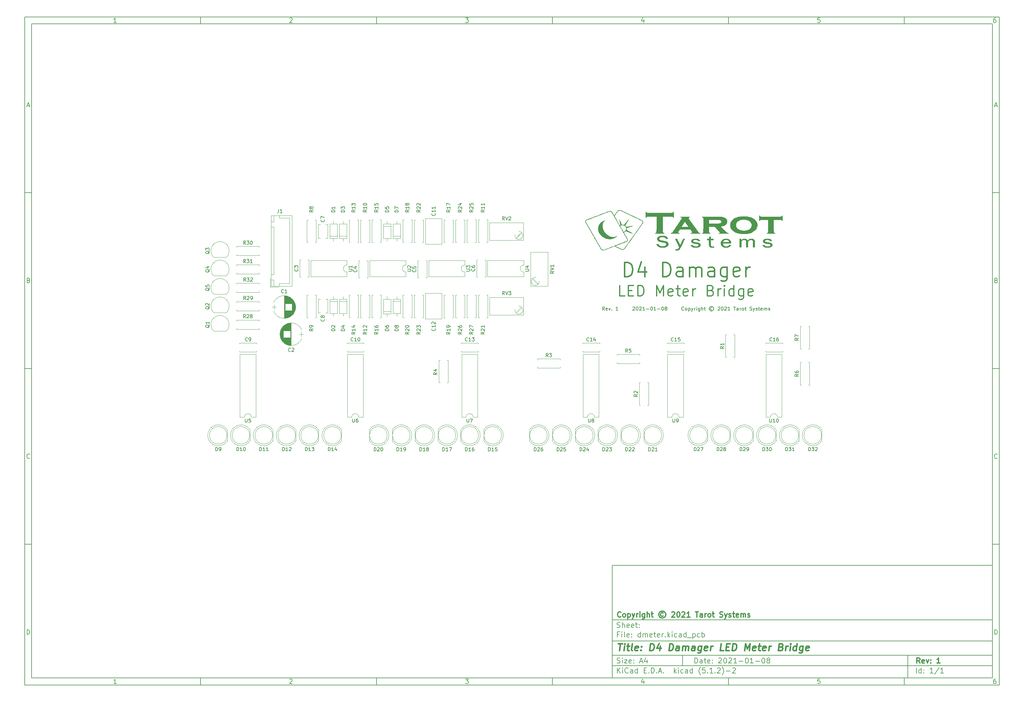
<source format=gbr>
G04 #@! TF.GenerationSoftware,KiCad,Pcbnew,(5.1.2)-2*
G04 #@! TF.CreationDate,2021-01-08T22:33:22+00:00*
G04 #@! TF.ProjectId,dmeter,646d6574-6572-42e6-9b69-6361645f7063,1*
G04 #@! TF.SameCoordinates,PX365c040PY7fcad80*
G04 #@! TF.FileFunction,Legend,Top*
G04 #@! TF.FilePolarity,Positive*
%FSLAX46Y46*%
G04 Gerber Fmt 4.6, Leading zero omitted, Abs format (unit mm)*
G04 Created by KiCad (PCBNEW (5.1.2)-2) date 2021-01-08 22:33:22*
%MOMM*%
%LPD*%
G04 APERTURE LIST*
%ADD10C,0.100000*%
%ADD11C,0.150000*%
%ADD12C,0.300000*%
%ADD13C,0.400000*%
%ADD14C,0.350000*%
%ADD15C,0.120000*%
%ADD16C,0.010000*%
%ADD17C,1.542000*%
%ADD18C,1.702000*%
%ADD19O,1.702000X1.702000*%
%ADD20C,3.302000*%
%ADD21R,1.702000X2.502000*%
%ADD22O,1.702000X2.502000*%
%ADD23R,2.502000X1.702000*%
%ADD24O,2.502000X1.702000*%
%ADD25O,1.002000X1.602000*%
%ADD26R,1.002000X1.602000*%
%ADD27R,1.852000X1.852000*%
%ADD28C,1.852000*%
%ADD29R,1.902000X1.902000*%
%ADD30C,1.902000*%
%ADD31R,1.702000X1.702000*%
G04 APERTURE END LIST*
D10*
D11*
X120002200Y-32007200D02*
X120002200Y-64007200D01*
X228002200Y-64007200D01*
X228002200Y-32007200D01*
X120002200Y-32007200D01*
D10*
D11*
X-47000000Y124000000D02*
X-47000000Y-66007200D01*
X230002200Y-66007200D01*
X230002200Y124000000D01*
X-47000000Y124000000D01*
D10*
D11*
X-45000000Y122000000D02*
X-45000000Y-64007200D01*
X228002200Y-64007200D01*
X228002200Y122000000D01*
X-45000000Y122000000D01*
D10*
D11*
X3000000Y122000000D02*
X3000000Y124000000D01*
D10*
D11*
X53000000Y122000000D02*
X53000000Y124000000D01*
D10*
D11*
X103000000Y122000000D02*
X103000000Y124000000D01*
D10*
D11*
X153000000Y122000000D02*
X153000000Y124000000D01*
D10*
D11*
X203000000Y122000000D02*
X203000000Y124000000D01*
D10*
D11*
X-20934524Y122411905D02*
X-21677381Y122411905D01*
X-21305953Y122411905D02*
X-21305953Y123711905D01*
X-21429762Y123526191D01*
X-21553572Y123402381D01*
X-21677381Y123340477D01*
D10*
D11*
X28322619Y123588096D02*
X28384523Y123650000D01*
X28508333Y123711905D01*
X28817857Y123711905D01*
X28941666Y123650000D01*
X29003571Y123588096D01*
X29065476Y123464286D01*
X29065476Y123340477D01*
X29003571Y123154762D01*
X28260714Y122411905D01*
X29065476Y122411905D01*
D10*
D11*
X78260714Y123711905D02*
X79065476Y123711905D01*
X78632142Y123216667D01*
X78817857Y123216667D01*
X78941666Y123154762D01*
X79003571Y123092858D01*
X79065476Y122969048D01*
X79065476Y122659524D01*
X79003571Y122535715D01*
X78941666Y122473810D01*
X78817857Y122411905D01*
X78446428Y122411905D01*
X78322619Y122473810D01*
X78260714Y122535715D01*
D10*
D11*
X128941666Y123278572D02*
X128941666Y122411905D01*
X128632142Y123773810D02*
X128322619Y122845239D01*
X129127380Y122845239D01*
D10*
D11*
X179003571Y123711905D02*
X178384523Y123711905D01*
X178322619Y123092858D01*
X178384523Y123154762D01*
X178508333Y123216667D01*
X178817857Y123216667D01*
X178941666Y123154762D01*
X179003571Y123092858D01*
X179065476Y122969048D01*
X179065476Y122659524D01*
X179003571Y122535715D01*
X178941666Y122473810D01*
X178817857Y122411905D01*
X178508333Y122411905D01*
X178384523Y122473810D01*
X178322619Y122535715D01*
D10*
D11*
X228941666Y123711905D02*
X228694047Y123711905D01*
X228570238Y123650000D01*
X228508333Y123588096D01*
X228384523Y123402381D01*
X228322619Y123154762D01*
X228322619Y122659524D01*
X228384523Y122535715D01*
X228446428Y122473810D01*
X228570238Y122411905D01*
X228817857Y122411905D01*
X228941666Y122473810D01*
X229003571Y122535715D01*
X229065476Y122659524D01*
X229065476Y122969048D01*
X229003571Y123092858D01*
X228941666Y123154762D01*
X228817857Y123216667D01*
X228570238Y123216667D01*
X228446428Y123154762D01*
X228384523Y123092858D01*
X228322619Y122969048D01*
D10*
D11*
X3000000Y-64007200D02*
X3000000Y-66007200D01*
D10*
D11*
X53000000Y-64007200D02*
X53000000Y-66007200D01*
D10*
D11*
X103000000Y-64007200D02*
X103000000Y-66007200D01*
D10*
D11*
X153000000Y-64007200D02*
X153000000Y-66007200D01*
D10*
D11*
X203000000Y-64007200D02*
X203000000Y-66007200D01*
D10*
D11*
X-20934524Y-65595295D02*
X-21677381Y-65595295D01*
X-21305953Y-65595295D02*
X-21305953Y-64295295D01*
X-21429762Y-64481009D01*
X-21553572Y-64604819D01*
X-21677381Y-64666723D01*
D10*
D11*
X28322619Y-64419104D02*
X28384523Y-64357200D01*
X28508333Y-64295295D01*
X28817857Y-64295295D01*
X28941666Y-64357200D01*
X29003571Y-64419104D01*
X29065476Y-64542914D01*
X29065476Y-64666723D01*
X29003571Y-64852438D01*
X28260714Y-65595295D01*
X29065476Y-65595295D01*
D10*
D11*
X78260714Y-64295295D02*
X79065476Y-64295295D01*
X78632142Y-64790533D01*
X78817857Y-64790533D01*
X78941666Y-64852438D01*
X79003571Y-64914342D01*
X79065476Y-65038152D01*
X79065476Y-65347676D01*
X79003571Y-65471485D01*
X78941666Y-65533390D01*
X78817857Y-65595295D01*
X78446428Y-65595295D01*
X78322619Y-65533390D01*
X78260714Y-65471485D01*
D10*
D11*
X128941666Y-64728628D02*
X128941666Y-65595295D01*
X128632142Y-64233390D02*
X128322619Y-65161961D01*
X129127380Y-65161961D01*
D10*
D11*
X179003571Y-64295295D02*
X178384523Y-64295295D01*
X178322619Y-64914342D01*
X178384523Y-64852438D01*
X178508333Y-64790533D01*
X178817857Y-64790533D01*
X178941666Y-64852438D01*
X179003571Y-64914342D01*
X179065476Y-65038152D01*
X179065476Y-65347676D01*
X179003571Y-65471485D01*
X178941666Y-65533390D01*
X178817857Y-65595295D01*
X178508333Y-65595295D01*
X178384523Y-65533390D01*
X178322619Y-65471485D01*
D10*
D11*
X228941666Y-64295295D02*
X228694047Y-64295295D01*
X228570238Y-64357200D01*
X228508333Y-64419104D01*
X228384523Y-64604819D01*
X228322619Y-64852438D01*
X228322619Y-65347676D01*
X228384523Y-65471485D01*
X228446428Y-65533390D01*
X228570238Y-65595295D01*
X228817857Y-65595295D01*
X228941666Y-65533390D01*
X229003571Y-65471485D01*
X229065476Y-65347676D01*
X229065476Y-65038152D01*
X229003571Y-64914342D01*
X228941666Y-64852438D01*
X228817857Y-64790533D01*
X228570238Y-64790533D01*
X228446428Y-64852438D01*
X228384523Y-64914342D01*
X228322619Y-65038152D01*
D10*
D11*
X-47000000Y74000000D02*
X-45000000Y74000000D01*
D10*
D11*
X-47000000Y24000000D02*
X-45000000Y24000000D01*
D10*
D11*
X-47000000Y-26000000D02*
X-45000000Y-26000000D01*
D10*
D11*
X-46309524Y98783334D02*
X-45690477Y98783334D01*
X-46433334Y98411905D02*
X-46000000Y99711905D01*
X-45566667Y98411905D01*
D10*
D11*
X-45907143Y49092858D02*
X-45721429Y49030953D01*
X-45659524Y48969048D01*
X-45597620Y48845239D01*
X-45597620Y48659524D01*
X-45659524Y48535715D01*
X-45721429Y48473810D01*
X-45845239Y48411905D01*
X-46340477Y48411905D01*
X-46340477Y49711905D01*
X-45907143Y49711905D01*
X-45783334Y49650000D01*
X-45721429Y49588096D01*
X-45659524Y49464286D01*
X-45659524Y49340477D01*
X-45721429Y49216667D01*
X-45783334Y49154762D01*
X-45907143Y49092858D01*
X-46340477Y49092858D01*
D10*
D11*
X-45597620Y-1464285D02*
X-45659524Y-1526190D01*
X-45845239Y-1588095D01*
X-45969048Y-1588095D01*
X-46154762Y-1526190D01*
X-46278572Y-1402380D01*
X-46340477Y-1278571D01*
X-46402381Y-1030952D01*
X-46402381Y-845238D01*
X-46340477Y-597619D01*
X-46278572Y-473809D01*
X-46154762Y-350000D01*
X-45969048Y-288095D01*
X-45845239Y-288095D01*
X-45659524Y-350000D01*
X-45597620Y-411904D01*
D10*
D11*
X-46340477Y-51588095D02*
X-46340477Y-50288095D01*
X-46030953Y-50288095D01*
X-45845239Y-50350000D01*
X-45721429Y-50473809D01*
X-45659524Y-50597619D01*
X-45597620Y-50845238D01*
X-45597620Y-51030952D01*
X-45659524Y-51278571D01*
X-45721429Y-51402380D01*
X-45845239Y-51526190D01*
X-46030953Y-51588095D01*
X-46340477Y-51588095D01*
D10*
D11*
X230002200Y74000000D02*
X228002200Y74000000D01*
D10*
D11*
X230002200Y24000000D02*
X228002200Y24000000D01*
D10*
D11*
X230002200Y-26000000D02*
X228002200Y-26000000D01*
D10*
D11*
X228692676Y98783334D02*
X229311723Y98783334D01*
X228568866Y98411905D02*
X229002200Y99711905D01*
X229435533Y98411905D01*
D10*
D11*
X229095057Y49092858D02*
X229280771Y49030953D01*
X229342676Y48969048D01*
X229404580Y48845239D01*
X229404580Y48659524D01*
X229342676Y48535715D01*
X229280771Y48473810D01*
X229156961Y48411905D01*
X228661723Y48411905D01*
X228661723Y49711905D01*
X229095057Y49711905D01*
X229218866Y49650000D01*
X229280771Y49588096D01*
X229342676Y49464286D01*
X229342676Y49340477D01*
X229280771Y49216667D01*
X229218866Y49154762D01*
X229095057Y49092858D01*
X228661723Y49092858D01*
D10*
D11*
X229404580Y-1464285D02*
X229342676Y-1526190D01*
X229156961Y-1588095D01*
X229033152Y-1588095D01*
X228847438Y-1526190D01*
X228723628Y-1402380D01*
X228661723Y-1278571D01*
X228599819Y-1030952D01*
X228599819Y-845238D01*
X228661723Y-597619D01*
X228723628Y-473809D01*
X228847438Y-350000D01*
X229033152Y-288095D01*
X229156961Y-288095D01*
X229342676Y-350000D01*
X229404580Y-411904D01*
D10*
D11*
X228661723Y-51588095D02*
X228661723Y-50288095D01*
X228971247Y-50288095D01*
X229156961Y-50350000D01*
X229280771Y-50473809D01*
X229342676Y-50597619D01*
X229404580Y-50845238D01*
X229404580Y-51030952D01*
X229342676Y-51278571D01*
X229280771Y-51402380D01*
X229156961Y-51526190D01*
X228971247Y-51588095D01*
X228661723Y-51588095D01*
D10*
D11*
X143434342Y-59785771D02*
X143434342Y-58285771D01*
X143791485Y-58285771D01*
X144005771Y-58357200D01*
X144148628Y-58500057D01*
X144220057Y-58642914D01*
X144291485Y-58928628D01*
X144291485Y-59142914D01*
X144220057Y-59428628D01*
X144148628Y-59571485D01*
X144005771Y-59714342D01*
X143791485Y-59785771D01*
X143434342Y-59785771D01*
X145577200Y-59785771D02*
X145577200Y-59000057D01*
X145505771Y-58857200D01*
X145362914Y-58785771D01*
X145077200Y-58785771D01*
X144934342Y-58857200D01*
X145577200Y-59714342D02*
X145434342Y-59785771D01*
X145077200Y-59785771D01*
X144934342Y-59714342D01*
X144862914Y-59571485D01*
X144862914Y-59428628D01*
X144934342Y-59285771D01*
X145077200Y-59214342D01*
X145434342Y-59214342D01*
X145577200Y-59142914D01*
X146077200Y-58785771D02*
X146648628Y-58785771D01*
X146291485Y-58285771D02*
X146291485Y-59571485D01*
X146362914Y-59714342D01*
X146505771Y-59785771D01*
X146648628Y-59785771D01*
X147720057Y-59714342D02*
X147577200Y-59785771D01*
X147291485Y-59785771D01*
X147148628Y-59714342D01*
X147077200Y-59571485D01*
X147077200Y-59000057D01*
X147148628Y-58857200D01*
X147291485Y-58785771D01*
X147577200Y-58785771D01*
X147720057Y-58857200D01*
X147791485Y-59000057D01*
X147791485Y-59142914D01*
X147077200Y-59285771D01*
X148434342Y-59642914D02*
X148505771Y-59714342D01*
X148434342Y-59785771D01*
X148362914Y-59714342D01*
X148434342Y-59642914D01*
X148434342Y-59785771D01*
X148434342Y-58857200D02*
X148505771Y-58928628D01*
X148434342Y-59000057D01*
X148362914Y-58928628D01*
X148434342Y-58857200D01*
X148434342Y-59000057D01*
X150220057Y-58428628D02*
X150291485Y-58357200D01*
X150434342Y-58285771D01*
X150791485Y-58285771D01*
X150934342Y-58357200D01*
X151005771Y-58428628D01*
X151077200Y-58571485D01*
X151077200Y-58714342D01*
X151005771Y-58928628D01*
X150148628Y-59785771D01*
X151077200Y-59785771D01*
X152005771Y-58285771D02*
X152148628Y-58285771D01*
X152291485Y-58357200D01*
X152362914Y-58428628D01*
X152434342Y-58571485D01*
X152505771Y-58857200D01*
X152505771Y-59214342D01*
X152434342Y-59500057D01*
X152362914Y-59642914D01*
X152291485Y-59714342D01*
X152148628Y-59785771D01*
X152005771Y-59785771D01*
X151862914Y-59714342D01*
X151791485Y-59642914D01*
X151720057Y-59500057D01*
X151648628Y-59214342D01*
X151648628Y-58857200D01*
X151720057Y-58571485D01*
X151791485Y-58428628D01*
X151862914Y-58357200D01*
X152005771Y-58285771D01*
X153077200Y-58428628D02*
X153148628Y-58357200D01*
X153291485Y-58285771D01*
X153648628Y-58285771D01*
X153791485Y-58357200D01*
X153862914Y-58428628D01*
X153934342Y-58571485D01*
X153934342Y-58714342D01*
X153862914Y-58928628D01*
X153005771Y-59785771D01*
X153934342Y-59785771D01*
X155362914Y-59785771D02*
X154505771Y-59785771D01*
X154934342Y-59785771D02*
X154934342Y-58285771D01*
X154791485Y-58500057D01*
X154648628Y-58642914D01*
X154505771Y-58714342D01*
X156005771Y-59214342D02*
X157148628Y-59214342D01*
X158148628Y-58285771D02*
X158291485Y-58285771D01*
X158434342Y-58357200D01*
X158505771Y-58428628D01*
X158577200Y-58571485D01*
X158648628Y-58857200D01*
X158648628Y-59214342D01*
X158577200Y-59500057D01*
X158505771Y-59642914D01*
X158434342Y-59714342D01*
X158291485Y-59785771D01*
X158148628Y-59785771D01*
X158005771Y-59714342D01*
X157934342Y-59642914D01*
X157862914Y-59500057D01*
X157791485Y-59214342D01*
X157791485Y-58857200D01*
X157862914Y-58571485D01*
X157934342Y-58428628D01*
X158005771Y-58357200D01*
X158148628Y-58285771D01*
X160077200Y-59785771D02*
X159220057Y-59785771D01*
X159648628Y-59785771D02*
X159648628Y-58285771D01*
X159505771Y-58500057D01*
X159362914Y-58642914D01*
X159220057Y-58714342D01*
X160720057Y-59214342D02*
X161862914Y-59214342D01*
X162862914Y-58285771D02*
X163005771Y-58285771D01*
X163148628Y-58357200D01*
X163220057Y-58428628D01*
X163291485Y-58571485D01*
X163362914Y-58857200D01*
X163362914Y-59214342D01*
X163291485Y-59500057D01*
X163220057Y-59642914D01*
X163148628Y-59714342D01*
X163005771Y-59785771D01*
X162862914Y-59785771D01*
X162720057Y-59714342D01*
X162648628Y-59642914D01*
X162577200Y-59500057D01*
X162505771Y-59214342D01*
X162505771Y-58857200D01*
X162577200Y-58571485D01*
X162648628Y-58428628D01*
X162720057Y-58357200D01*
X162862914Y-58285771D01*
X164220057Y-58928628D02*
X164077200Y-58857200D01*
X164005771Y-58785771D01*
X163934342Y-58642914D01*
X163934342Y-58571485D01*
X164005771Y-58428628D01*
X164077200Y-58357200D01*
X164220057Y-58285771D01*
X164505771Y-58285771D01*
X164648628Y-58357200D01*
X164720057Y-58428628D01*
X164791485Y-58571485D01*
X164791485Y-58642914D01*
X164720057Y-58785771D01*
X164648628Y-58857200D01*
X164505771Y-58928628D01*
X164220057Y-58928628D01*
X164077200Y-59000057D01*
X164005771Y-59071485D01*
X163934342Y-59214342D01*
X163934342Y-59500057D01*
X164005771Y-59642914D01*
X164077200Y-59714342D01*
X164220057Y-59785771D01*
X164505771Y-59785771D01*
X164648628Y-59714342D01*
X164720057Y-59642914D01*
X164791485Y-59500057D01*
X164791485Y-59214342D01*
X164720057Y-59071485D01*
X164648628Y-59000057D01*
X164505771Y-58928628D01*
D10*
D11*
X120002200Y-60507200D02*
X228002200Y-60507200D01*
D10*
D11*
X121434342Y-62585771D02*
X121434342Y-61085771D01*
X122291485Y-62585771D02*
X121648628Y-61728628D01*
X122291485Y-61085771D02*
X121434342Y-61942914D01*
X122934342Y-62585771D02*
X122934342Y-61585771D01*
X122934342Y-61085771D02*
X122862914Y-61157200D01*
X122934342Y-61228628D01*
X123005771Y-61157200D01*
X122934342Y-61085771D01*
X122934342Y-61228628D01*
X124505771Y-62442914D02*
X124434342Y-62514342D01*
X124220057Y-62585771D01*
X124077200Y-62585771D01*
X123862914Y-62514342D01*
X123720057Y-62371485D01*
X123648628Y-62228628D01*
X123577200Y-61942914D01*
X123577200Y-61728628D01*
X123648628Y-61442914D01*
X123720057Y-61300057D01*
X123862914Y-61157200D01*
X124077200Y-61085771D01*
X124220057Y-61085771D01*
X124434342Y-61157200D01*
X124505771Y-61228628D01*
X125791485Y-62585771D02*
X125791485Y-61800057D01*
X125720057Y-61657200D01*
X125577200Y-61585771D01*
X125291485Y-61585771D01*
X125148628Y-61657200D01*
X125791485Y-62514342D02*
X125648628Y-62585771D01*
X125291485Y-62585771D01*
X125148628Y-62514342D01*
X125077200Y-62371485D01*
X125077200Y-62228628D01*
X125148628Y-62085771D01*
X125291485Y-62014342D01*
X125648628Y-62014342D01*
X125791485Y-61942914D01*
X127148628Y-62585771D02*
X127148628Y-61085771D01*
X127148628Y-62514342D02*
X127005771Y-62585771D01*
X126720057Y-62585771D01*
X126577200Y-62514342D01*
X126505771Y-62442914D01*
X126434342Y-62300057D01*
X126434342Y-61871485D01*
X126505771Y-61728628D01*
X126577200Y-61657200D01*
X126720057Y-61585771D01*
X127005771Y-61585771D01*
X127148628Y-61657200D01*
X129005771Y-61800057D02*
X129505771Y-61800057D01*
X129720057Y-62585771D02*
X129005771Y-62585771D01*
X129005771Y-61085771D01*
X129720057Y-61085771D01*
X130362914Y-62442914D02*
X130434342Y-62514342D01*
X130362914Y-62585771D01*
X130291485Y-62514342D01*
X130362914Y-62442914D01*
X130362914Y-62585771D01*
X131077200Y-62585771D02*
X131077200Y-61085771D01*
X131434342Y-61085771D01*
X131648628Y-61157200D01*
X131791485Y-61300057D01*
X131862914Y-61442914D01*
X131934342Y-61728628D01*
X131934342Y-61942914D01*
X131862914Y-62228628D01*
X131791485Y-62371485D01*
X131648628Y-62514342D01*
X131434342Y-62585771D01*
X131077200Y-62585771D01*
X132577200Y-62442914D02*
X132648628Y-62514342D01*
X132577200Y-62585771D01*
X132505771Y-62514342D01*
X132577200Y-62442914D01*
X132577200Y-62585771D01*
X133220057Y-62157200D02*
X133934342Y-62157200D01*
X133077200Y-62585771D02*
X133577200Y-61085771D01*
X134077200Y-62585771D01*
X134577200Y-62442914D02*
X134648628Y-62514342D01*
X134577200Y-62585771D01*
X134505771Y-62514342D01*
X134577200Y-62442914D01*
X134577200Y-62585771D01*
X137577200Y-62585771D02*
X137577200Y-61085771D01*
X137720057Y-62014342D02*
X138148628Y-62585771D01*
X138148628Y-61585771D02*
X137577200Y-62157200D01*
X138791485Y-62585771D02*
X138791485Y-61585771D01*
X138791485Y-61085771D02*
X138720057Y-61157200D01*
X138791485Y-61228628D01*
X138862914Y-61157200D01*
X138791485Y-61085771D01*
X138791485Y-61228628D01*
X140148628Y-62514342D02*
X140005771Y-62585771D01*
X139720057Y-62585771D01*
X139577200Y-62514342D01*
X139505771Y-62442914D01*
X139434342Y-62300057D01*
X139434342Y-61871485D01*
X139505771Y-61728628D01*
X139577200Y-61657200D01*
X139720057Y-61585771D01*
X140005771Y-61585771D01*
X140148628Y-61657200D01*
X141434342Y-62585771D02*
X141434342Y-61800057D01*
X141362914Y-61657200D01*
X141220057Y-61585771D01*
X140934342Y-61585771D01*
X140791485Y-61657200D01*
X141434342Y-62514342D02*
X141291485Y-62585771D01*
X140934342Y-62585771D01*
X140791485Y-62514342D01*
X140720057Y-62371485D01*
X140720057Y-62228628D01*
X140791485Y-62085771D01*
X140934342Y-62014342D01*
X141291485Y-62014342D01*
X141434342Y-61942914D01*
X142791485Y-62585771D02*
X142791485Y-61085771D01*
X142791485Y-62514342D02*
X142648628Y-62585771D01*
X142362914Y-62585771D01*
X142220057Y-62514342D01*
X142148628Y-62442914D01*
X142077200Y-62300057D01*
X142077200Y-61871485D01*
X142148628Y-61728628D01*
X142220057Y-61657200D01*
X142362914Y-61585771D01*
X142648628Y-61585771D01*
X142791485Y-61657200D01*
X145077200Y-63157200D02*
X145005771Y-63085771D01*
X144862914Y-62871485D01*
X144791485Y-62728628D01*
X144720057Y-62514342D01*
X144648628Y-62157200D01*
X144648628Y-61871485D01*
X144720057Y-61514342D01*
X144791485Y-61300057D01*
X144862914Y-61157200D01*
X145005771Y-60942914D01*
X145077200Y-60871485D01*
X146362914Y-61085771D02*
X145648628Y-61085771D01*
X145577200Y-61800057D01*
X145648628Y-61728628D01*
X145791485Y-61657200D01*
X146148628Y-61657200D01*
X146291485Y-61728628D01*
X146362914Y-61800057D01*
X146434342Y-61942914D01*
X146434342Y-62300057D01*
X146362914Y-62442914D01*
X146291485Y-62514342D01*
X146148628Y-62585771D01*
X145791485Y-62585771D01*
X145648628Y-62514342D01*
X145577200Y-62442914D01*
X147077200Y-62442914D02*
X147148628Y-62514342D01*
X147077200Y-62585771D01*
X147005771Y-62514342D01*
X147077200Y-62442914D01*
X147077200Y-62585771D01*
X148577200Y-62585771D02*
X147720057Y-62585771D01*
X148148628Y-62585771D02*
X148148628Y-61085771D01*
X148005771Y-61300057D01*
X147862914Y-61442914D01*
X147720057Y-61514342D01*
X149220057Y-62442914D02*
X149291485Y-62514342D01*
X149220057Y-62585771D01*
X149148628Y-62514342D01*
X149220057Y-62442914D01*
X149220057Y-62585771D01*
X149862914Y-61228628D02*
X149934342Y-61157200D01*
X150077200Y-61085771D01*
X150434342Y-61085771D01*
X150577200Y-61157200D01*
X150648628Y-61228628D01*
X150720057Y-61371485D01*
X150720057Y-61514342D01*
X150648628Y-61728628D01*
X149791485Y-62585771D01*
X150720057Y-62585771D01*
X151220057Y-63157200D02*
X151291485Y-63085771D01*
X151434342Y-62871485D01*
X151505771Y-62728628D01*
X151577200Y-62514342D01*
X151648628Y-62157200D01*
X151648628Y-61871485D01*
X151577200Y-61514342D01*
X151505771Y-61300057D01*
X151434342Y-61157200D01*
X151291485Y-60942914D01*
X151220057Y-60871485D01*
X152362914Y-62014342D02*
X153505771Y-62014342D01*
X154148628Y-61228628D02*
X154220057Y-61157200D01*
X154362914Y-61085771D01*
X154720057Y-61085771D01*
X154862914Y-61157200D01*
X154934342Y-61228628D01*
X155005771Y-61371485D01*
X155005771Y-61514342D01*
X154934342Y-61728628D01*
X154077200Y-62585771D01*
X155005771Y-62585771D01*
D10*
D11*
X120002200Y-57507200D02*
X228002200Y-57507200D01*
D10*
D12*
X207411485Y-59785771D02*
X206911485Y-59071485D01*
X206554342Y-59785771D02*
X206554342Y-58285771D01*
X207125771Y-58285771D01*
X207268628Y-58357200D01*
X207340057Y-58428628D01*
X207411485Y-58571485D01*
X207411485Y-58785771D01*
X207340057Y-58928628D01*
X207268628Y-59000057D01*
X207125771Y-59071485D01*
X206554342Y-59071485D01*
X208625771Y-59714342D02*
X208482914Y-59785771D01*
X208197200Y-59785771D01*
X208054342Y-59714342D01*
X207982914Y-59571485D01*
X207982914Y-59000057D01*
X208054342Y-58857200D01*
X208197200Y-58785771D01*
X208482914Y-58785771D01*
X208625771Y-58857200D01*
X208697200Y-59000057D01*
X208697200Y-59142914D01*
X207982914Y-59285771D01*
X209197200Y-58785771D02*
X209554342Y-59785771D01*
X209911485Y-58785771D01*
X210482914Y-59642914D02*
X210554342Y-59714342D01*
X210482914Y-59785771D01*
X210411485Y-59714342D01*
X210482914Y-59642914D01*
X210482914Y-59785771D01*
X210482914Y-58857200D02*
X210554342Y-58928628D01*
X210482914Y-59000057D01*
X210411485Y-58928628D01*
X210482914Y-58857200D01*
X210482914Y-59000057D01*
X213125771Y-59785771D02*
X212268628Y-59785771D01*
X212697200Y-59785771D02*
X212697200Y-58285771D01*
X212554342Y-58500057D01*
X212411485Y-58642914D01*
X212268628Y-58714342D01*
D10*
D11*
X121362914Y-59714342D02*
X121577200Y-59785771D01*
X121934342Y-59785771D01*
X122077200Y-59714342D01*
X122148628Y-59642914D01*
X122220057Y-59500057D01*
X122220057Y-59357200D01*
X122148628Y-59214342D01*
X122077200Y-59142914D01*
X121934342Y-59071485D01*
X121648628Y-59000057D01*
X121505771Y-58928628D01*
X121434342Y-58857200D01*
X121362914Y-58714342D01*
X121362914Y-58571485D01*
X121434342Y-58428628D01*
X121505771Y-58357200D01*
X121648628Y-58285771D01*
X122005771Y-58285771D01*
X122220057Y-58357200D01*
X122862914Y-59785771D02*
X122862914Y-58785771D01*
X122862914Y-58285771D02*
X122791485Y-58357200D01*
X122862914Y-58428628D01*
X122934342Y-58357200D01*
X122862914Y-58285771D01*
X122862914Y-58428628D01*
X123434342Y-58785771D02*
X124220057Y-58785771D01*
X123434342Y-59785771D01*
X124220057Y-59785771D01*
X125362914Y-59714342D02*
X125220057Y-59785771D01*
X124934342Y-59785771D01*
X124791485Y-59714342D01*
X124720057Y-59571485D01*
X124720057Y-59000057D01*
X124791485Y-58857200D01*
X124934342Y-58785771D01*
X125220057Y-58785771D01*
X125362914Y-58857200D01*
X125434342Y-59000057D01*
X125434342Y-59142914D01*
X124720057Y-59285771D01*
X126077200Y-59642914D02*
X126148628Y-59714342D01*
X126077200Y-59785771D01*
X126005771Y-59714342D01*
X126077200Y-59642914D01*
X126077200Y-59785771D01*
X126077200Y-58857200D02*
X126148628Y-58928628D01*
X126077200Y-59000057D01*
X126005771Y-58928628D01*
X126077200Y-58857200D01*
X126077200Y-59000057D01*
X127862914Y-59357200D02*
X128577200Y-59357200D01*
X127720057Y-59785771D02*
X128220057Y-58285771D01*
X128720057Y-59785771D01*
X129862914Y-58785771D02*
X129862914Y-59785771D01*
X129505771Y-58214342D02*
X129148628Y-59285771D01*
X130077200Y-59285771D01*
D10*
D11*
X206434342Y-62585771D02*
X206434342Y-61085771D01*
X207791485Y-62585771D02*
X207791485Y-61085771D01*
X207791485Y-62514342D02*
X207648628Y-62585771D01*
X207362914Y-62585771D01*
X207220057Y-62514342D01*
X207148628Y-62442914D01*
X207077200Y-62300057D01*
X207077200Y-61871485D01*
X207148628Y-61728628D01*
X207220057Y-61657200D01*
X207362914Y-61585771D01*
X207648628Y-61585771D01*
X207791485Y-61657200D01*
X208505771Y-62442914D02*
X208577200Y-62514342D01*
X208505771Y-62585771D01*
X208434342Y-62514342D01*
X208505771Y-62442914D01*
X208505771Y-62585771D01*
X208505771Y-61657200D02*
X208577200Y-61728628D01*
X208505771Y-61800057D01*
X208434342Y-61728628D01*
X208505771Y-61657200D01*
X208505771Y-61800057D01*
X211148628Y-62585771D02*
X210291485Y-62585771D01*
X210720057Y-62585771D02*
X210720057Y-61085771D01*
X210577200Y-61300057D01*
X210434342Y-61442914D01*
X210291485Y-61514342D01*
X212862914Y-61014342D02*
X211577200Y-62942914D01*
X214148628Y-62585771D02*
X213291485Y-62585771D01*
X213720057Y-62585771D02*
X213720057Y-61085771D01*
X213577200Y-61300057D01*
X213434342Y-61442914D01*
X213291485Y-61514342D01*
D10*
D11*
X120002200Y-53507200D02*
X228002200Y-53507200D01*
D10*
D13*
X121714580Y-54211961D02*
X122857438Y-54211961D01*
X122036009Y-56211961D02*
X122286009Y-54211961D01*
X123274104Y-56211961D02*
X123440771Y-54878628D01*
X123524104Y-54211961D02*
X123416961Y-54307200D01*
X123500295Y-54402438D01*
X123607438Y-54307200D01*
X123524104Y-54211961D01*
X123500295Y-54402438D01*
X124107438Y-54878628D02*
X124869342Y-54878628D01*
X124476485Y-54211961D02*
X124262200Y-55926247D01*
X124333628Y-56116723D01*
X124512200Y-56211961D01*
X124702676Y-56211961D01*
X125655057Y-56211961D02*
X125476485Y-56116723D01*
X125405057Y-55926247D01*
X125619342Y-54211961D01*
X127190771Y-56116723D02*
X126988390Y-56211961D01*
X126607438Y-56211961D01*
X126428866Y-56116723D01*
X126357438Y-55926247D01*
X126452676Y-55164342D01*
X126571723Y-54973866D01*
X126774104Y-54878628D01*
X127155057Y-54878628D01*
X127333628Y-54973866D01*
X127405057Y-55164342D01*
X127381247Y-55354819D01*
X126405057Y-55545295D01*
X128155057Y-56021485D02*
X128238390Y-56116723D01*
X128131247Y-56211961D01*
X128047914Y-56116723D01*
X128155057Y-56021485D01*
X128131247Y-56211961D01*
X128286009Y-54973866D02*
X128369342Y-55069104D01*
X128262200Y-55164342D01*
X128178866Y-55069104D01*
X128286009Y-54973866D01*
X128262200Y-55164342D01*
X130607438Y-56211961D02*
X130857438Y-54211961D01*
X131333628Y-54211961D01*
X131607438Y-54307200D01*
X131774104Y-54497676D01*
X131845533Y-54688152D01*
X131893152Y-55069104D01*
X131857438Y-55354819D01*
X131714580Y-55735771D01*
X131595533Y-55926247D01*
X131381247Y-56116723D01*
X131083628Y-56211961D01*
X130607438Y-56211961D01*
X133631247Y-54878628D02*
X133464580Y-56211961D01*
X133250295Y-54116723D02*
X132595533Y-55545295D01*
X133833628Y-55545295D01*
X136036009Y-56211961D02*
X136286009Y-54211961D01*
X136762200Y-54211961D01*
X137036009Y-54307200D01*
X137202676Y-54497676D01*
X137274104Y-54688152D01*
X137321723Y-55069104D01*
X137286009Y-55354819D01*
X137143152Y-55735771D01*
X137024104Y-55926247D01*
X136809819Y-56116723D01*
X136512200Y-56211961D01*
X136036009Y-56211961D01*
X138893152Y-56211961D02*
X139024104Y-55164342D01*
X138952676Y-54973866D01*
X138774104Y-54878628D01*
X138393152Y-54878628D01*
X138190771Y-54973866D01*
X138905057Y-56116723D02*
X138702676Y-56211961D01*
X138226485Y-56211961D01*
X138047914Y-56116723D01*
X137976485Y-55926247D01*
X138000295Y-55735771D01*
X138119342Y-55545295D01*
X138321723Y-55450057D01*
X138797914Y-55450057D01*
X139000295Y-55354819D01*
X139845533Y-56211961D02*
X140012200Y-54878628D01*
X139988390Y-55069104D02*
X140095533Y-54973866D01*
X140297914Y-54878628D01*
X140583628Y-54878628D01*
X140762200Y-54973866D01*
X140833628Y-55164342D01*
X140702676Y-56211961D01*
X140833628Y-55164342D02*
X140952676Y-54973866D01*
X141155057Y-54878628D01*
X141440771Y-54878628D01*
X141619342Y-54973866D01*
X141690771Y-55164342D01*
X141559819Y-56211961D01*
X143369342Y-56211961D02*
X143500295Y-55164342D01*
X143428866Y-54973866D01*
X143250295Y-54878628D01*
X142869342Y-54878628D01*
X142666961Y-54973866D01*
X143381247Y-56116723D02*
X143178866Y-56211961D01*
X142702676Y-56211961D01*
X142524104Y-56116723D01*
X142452676Y-55926247D01*
X142476485Y-55735771D01*
X142595533Y-55545295D01*
X142797914Y-55450057D01*
X143274104Y-55450057D01*
X143476485Y-55354819D01*
X145345533Y-54878628D02*
X145143152Y-56497676D01*
X145024104Y-56688152D01*
X144916961Y-56783390D01*
X144714580Y-56878628D01*
X144428866Y-56878628D01*
X144250295Y-56783390D01*
X145190771Y-56116723D02*
X144988390Y-56211961D01*
X144607438Y-56211961D01*
X144428866Y-56116723D01*
X144345533Y-56021485D01*
X144274104Y-55831009D01*
X144345533Y-55259580D01*
X144464580Y-55069104D01*
X144571723Y-54973866D01*
X144774104Y-54878628D01*
X145155057Y-54878628D01*
X145333628Y-54973866D01*
X146905057Y-56116723D02*
X146702676Y-56211961D01*
X146321723Y-56211961D01*
X146143152Y-56116723D01*
X146071723Y-55926247D01*
X146166961Y-55164342D01*
X146286009Y-54973866D01*
X146488390Y-54878628D01*
X146869342Y-54878628D01*
X147047914Y-54973866D01*
X147119342Y-55164342D01*
X147095533Y-55354819D01*
X146119342Y-55545295D01*
X147845533Y-56211961D02*
X148012200Y-54878628D01*
X147964580Y-55259580D02*
X148083628Y-55069104D01*
X148190771Y-54973866D01*
X148393152Y-54878628D01*
X148583628Y-54878628D01*
X151559819Y-56211961D02*
X150607438Y-56211961D01*
X150857438Y-54211961D01*
X152357438Y-55164342D02*
X153024104Y-55164342D01*
X153178866Y-56211961D02*
X152226485Y-56211961D01*
X152476485Y-54211961D01*
X153428866Y-54211961D01*
X154036009Y-56211961D02*
X154286009Y-54211961D01*
X154762200Y-54211961D01*
X155036009Y-54307200D01*
X155202676Y-54497676D01*
X155274104Y-54688152D01*
X155321723Y-55069104D01*
X155286009Y-55354819D01*
X155143152Y-55735771D01*
X155024104Y-55926247D01*
X154809819Y-56116723D01*
X154512200Y-56211961D01*
X154036009Y-56211961D01*
X157559819Y-56211961D02*
X157809819Y-54211961D01*
X158297914Y-55640533D01*
X159143152Y-54211961D01*
X158893152Y-56211961D01*
X160619342Y-56116723D02*
X160416961Y-56211961D01*
X160036009Y-56211961D01*
X159857438Y-56116723D01*
X159786009Y-55926247D01*
X159881247Y-55164342D01*
X160000295Y-54973866D01*
X160202676Y-54878628D01*
X160583628Y-54878628D01*
X160762200Y-54973866D01*
X160833628Y-55164342D01*
X160809819Y-55354819D01*
X159833628Y-55545295D01*
X161440771Y-54878628D02*
X162202676Y-54878628D01*
X161809819Y-54211961D02*
X161595533Y-55926247D01*
X161666961Y-56116723D01*
X161845533Y-56211961D01*
X162036009Y-56211961D01*
X163476485Y-56116723D02*
X163274104Y-56211961D01*
X162893152Y-56211961D01*
X162714580Y-56116723D01*
X162643152Y-55926247D01*
X162738390Y-55164342D01*
X162857438Y-54973866D01*
X163059819Y-54878628D01*
X163440771Y-54878628D01*
X163619342Y-54973866D01*
X163690771Y-55164342D01*
X163666961Y-55354819D01*
X162690771Y-55545295D01*
X164416961Y-56211961D02*
X164583628Y-54878628D01*
X164536009Y-55259580D02*
X164655057Y-55069104D01*
X164762200Y-54973866D01*
X164964580Y-54878628D01*
X165155057Y-54878628D01*
X167976485Y-55164342D02*
X168250295Y-55259580D01*
X168333628Y-55354819D01*
X168405057Y-55545295D01*
X168369342Y-55831009D01*
X168250295Y-56021485D01*
X168143152Y-56116723D01*
X167940771Y-56211961D01*
X167178866Y-56211961D01*
X167428866Y-54211961D01*
X168095533Y-54211961D01*
X168274104Y-54307200D01*
X168357438Y-54402438D01*
X168428866Y-54592914D01*
X168405057Y-54783390D01*
X168286009Y-54973866D01*
X168178866Y-55069104D01*
X167976485Y-55164342D01*
X167309819Y-55164342D01*
X169178866Y-56211961D02*
X169345533Y-54878628D01*
X169297914Y-55259580D02*
X169416961Y-55069104D01*
X169524104Y-54973866D01*
X169726485Y-54878628D01*
X169916961Y-54878628D01*
X170416961Y-56211961D02*
X170583628Y-54878628D01*
X170666961Y-54211961D02*
X170559819Y-54307200D01*
X170643152Y-54402438D01*
X170750295Y-54307200D01*
X170666961Y-54211961D01*
X170643152Y-54402438D01*
X172226485Y-56211961D02*
X172476485Y-54211961D01*
X172238390Y-56116723D02*
X172036009Y-56211961D01*
X171655057Y-56211961D01*
X171476485Y-56116723D01*
X171393152Y-56021485D01*
X171321723Y-55831009D01*
X171393152Y-55259580D01*
X171512200Y-55069104D01*
X171619342Y-54973866D01*
X171821723Y-54878628D01*
X172202676Y-54878628D01*
X172381247Y-54973866D01*
X174202676Y-54878628D02*
X174000295Y-56497676D01*
X173881247Y-56688152D01*
X173774104Y-56783390D01*
X173571723Y-56878628D01*
X173286009Y-56878628D01*
X173107438Y-56783390D01*
X174047914Y-56116723D02*
X173845533Y-56211961D01*
X173464580Y-56211961D01*
X173286009Y-56116723D01*
X173202676Y-56021485D01*
X173131247Y-55831009D01*
X173202676Y-55259580D01*
X173321723Y-55069104D01*
X173428866Y-54973866D01*
X173631247Y-54878628D01*
X174012200Y-54878628D01*
X174190771Y-54973866D01*
X175762200Y-56116723D02*
X175559819Y-56211961D01*
X175178866Y-56211961D01*
X175000295Y-56116723D01*
X174928866Y-55926247D01*
X175024104Y-55164342D01*
X175143152Y-54973866D01*
X175345533Y-54878628D01*
X175726485Y-54878628D01*
X175905057Y-54973866D01*
X175976485Y-55164342D01*
X175952676Y-55354819D01*
X174976485Y-55545295D01*
D10*
D11*
X121934342Y-51600057D02*
X121434342Y-51600057D01*
X121434342Y-52385771D02*
X121434342Y-50885771D01*
X122148628Y-50885771D01*
X122720057Y-52385771D02*
X122720057Y-51385771D01*
X122720057Y-50885771D02*
X122648628Y-50957200D01*
X122720057Y-51028628D01*
X122791485Y-50957200D01*
X122720057Y-50885771D01*
X122720057Y-51028628D01*
X123648628Y-52385771D02*
X123505771Y-52314342D01*
X123434342Y-52171485D01*
X123434342Y-50885771D01*
X124791485Y-52314342D02*
X124648628Y-52385771D01*
X124362914Y-52385771D01*
X124220057Y-52314342D01*
X124148628Y-52171485D01*
X124148628Y-51600057D01*
X124220057Y-51457200D01*
X124362914Y-51385771D01*
X124648628Y-51385771D01*
X124791485Y-51457200D01*
X124862914Y-51600057D01*
X124862914Y-51742914D01*
X124148628Y-51885771D01*
X125505771Y-52242914D02*
X125577200Y-52314342D01*
X125505771Y-52385771D01*
X125434342Y-52314342D01*
X125505771Y-52242914D01*
X125505771Y-52385771D01*
X125505771Y-51457200D02*
X125577200Y-51528628D01*
X125505771Y-51600057D01*
X125434342Y-51528628D01*
X125505771Y-51457200D01*
X125505771Y-51600057D01*
X128005771Y-52385771D02*
X128005771Y-50885771D01*
X128005771Y-52314342D02*
X127862914Y-52385771D01*
X127577200Y-52385771D01*
X127434342Y-52314342D01*
X127362914Y-52242914D01*
X127291485Y-52100057D01*
X127291485Y-51671485D01*
X127362914Y-51528628D01*
X127434342Y-51457200D01*
X127577200Y-51385771D01*
X127862914Y-51385771D01*
X128005771Y-51457200D01*
X128720057Y-52385771D02*
X128720057Y-51385771D01*
X128720057Y-51528628D02*
X128791485Y-51457200D01*
X128934342Y-51385771D01*
X129148628Y-51385771D01*
X129291485Y-51457200D01*
X129362914Y-51600057D01*
X129362914Y-52385771D01*
X129362914Y-51600057D02*
X129434342Y-51457200D01*
X129577200Y-51385771D01*
X129791485Y-51385771D01*
X129934342Y-51457200D01*
X130005771Y-51600057D01*
X130005771Y-52385771D01*
X131291485Y-52314342D02*
X131148628Y-52385771D01*
X130862914Y-52385771D01*
X130720057Y-52314342D01*
X130648628Y-52171485D01*
X130648628Y-51600057D01*
X130720057Y-51457200D01*
X130862914Y-51385771D01*
X131148628Y-51385771D01*
X131291485Y-51457200D01*
X131362914Y-51600057D01*
X131362914Y-51742914D01*
X130648628Y-51885771D01*
X131791485Y-51385771D02*
X132362914Y-51385771D01*
X132005771Y-50885771D02*
X132005771Y-52171485D01*
X132077200Y-52314342D01*
X132220057Y-52385771D01*
X132362914Y-52385771D01*
X133434342Y-52314342D02*
X133291485Y-52385771D01*
X133005771Y-52385771D01*
X132862914Y-52314342D01*
X132791485Y-52171485D01*
X132791485Y-51600057D01*
X132862914Y-51457200D01*
X133005771Y-51385771D01*
X133291485Y-51385771D01*
X133434342Y-51457200D01*
X133505771Y-51600057D01*
X133505771Y-51742914D01*
X132791485Y-51885771D01*
X134148628Y-52385771D02*
X134148628Y-51385771D01*
X134148628Y-51671485D02*
X134220057Y-51528628D01*
X134291485Y-51457200D01*
X134434342Y-51385771D01*
X134577200Y-51385771D01*
X135077200Y-52242914D02*
X135148628Y-52314342D01*
X135077200Y-52385771D01*
X135005771Y-52314342D01*
X135077200Y-52242914D01*
X135077200Y-52385771D01*
X135791485Y-52385771D02*
X135791485Y-50885771D01*
X135934342Y-51814342D02*
X136362914Y-52385771D01*
X136362914Y-51385771D02*
X135791485Y-51957200D01*
X137005771Y-52385771D02*
X137005771Y-51385771D01*
X137005771Y-50885771D02*
X136934342Y-50957200D01*
X137005771Y-51028628D01*
X137077200Y-50957200D01*
X137005771Y-50885771D01*
X137005771Y-51028628D01*
X138362914Y-52314342D02*
X138220057Y-52385771D01*
X137934342Y-52385771D01*
X137791485Y-52314342D01*
X137720057Y-52242914D01*
X137648628Y-52100057D01*
X137648628Y-51671485D01*
X137720057Y-51528628D01*
X137791485Y-51457200D01*
X137934342Y-51385771D01*
X138220057Y-51385771D01*
X138362914Y-51457200D01*
X139648628Y-52385771D02*
X139648628Y-51600057D01*
X139577200Y-51457200D01*
X139434342Y-51385771D01*
X139148628Y-51385771D01*
X139005771Y-51457200D01*
X139648628Y-52314342D02*
X139505771Y-52385771D01*
X139148628Y-52385771D01*
X139005771Y-52314342D01*
X138934342Y-52171485D01*
X138934342Y-52028628D01*
X139005771Y-51885771D01*
X139148628Y-51814342D01*
X139505771Y-51814342D01*
X139648628Y-51742914D01*
X141005771Y-52385771D02*
X141005771Y-50885771D01*
X141005771Y-52314342D02*
X140862914Y-52385771D01*
X140577200Y-52385771D01*
X140434342Y-52314342D01*
X140362914Y-52242914D01*
X140291485Y-52100057D01*
X140291485Y-51671485D01*
X140362914Y-51528628D01*
X140434342Y-51457200D01*
X140577200Y-51385771D01*
X140862914Y-51385771D01*
X141005771Y-51457200D01*
X141362914Y-52528628D02*
X142505771Y-52528628D01*
X142862914Y-51385771D02*
X142862914Y-52885771D01*
X142862914Y-51457200D02*
X143005771Y-51385771D01*
X143291485Y-51385771D01*
X143434342Y-51457200D01*
X143505771Y-51528628D01*
X143577200Y-51671485D01*
X143577200Y-52100057D01*
X143505771Y-52242914D01*
X143434342Y-52314342D01*
X143291485Y-52385771D01*
X143005771Y-52385771D01*
X142862914Y-52314342D01*
X144862914Y-52314342D02*
X144720057Y-52385771D01*
X144434342Y-52385771D01*
X144291485Y-52314342D01*
X144220057Y-52242914D01*
X144148628Y-52100057D01*
X144148628Y-51671485D01*
X144220057Y-51528628D01*
X144291485Y-51457200D01*
X144434342Y-51385771D01*
X144720057Y-51385771D01*
X144862914Y-51457200D01*
X145505771Y-52385771D02*
X145505771Y-50885771D01*
X145505771Y-51457200D02*
X145648628Y-51385771D01*
X145934342Y-51385771D01*
X146077200Y-51457200D01*
X146148628Y-51528628D01*
X146220057Y-51671485D01*
X146220057Y-52100057D01*
X146148628Y-52242914D01*
X146077200Y-52314342D01*
X145934342Y-52385771D01*
X145648628Y-52385771D01*
X145505771Y-52314342D01*
D10*
D11*
X120002200Y-47507200D02*
X228002200Y-47507200D01*
D10*
D11*
X121362914Y-49614342D02*
X121577200Y-49685771D01*
X121934342Y-49685771D01*
X122077200Y-49614342D01*
X122148628Y-49542914D01*
X122220057Y-49400057D01*
X122220057Y-49257200D01*
X122148628Y-49114342D01*
X122077200Y-49042914D01*
X121934342Y-48971485D01*
X121648628Y-48900057D01*
X121505771Y-48828628D01*
X121434342Y-48757200D01*
X121362914Y-48614342D01*
X121362914Y-48471485D01*
X121434342Y-48328628D01*
X121505771Y-48257200D01*
X121648628Y-48185771D01*
X122005771Y-48185771D01*
X122220057Y-48257200D01*
X122862914Y-49685771D02*
X122862914Y-48185771D01*
X123505771Y-49685771D02*
X123505771Y-48900057D01*
X123434342Y-48757200D01*
X123291485Y-48685771D01*
X123077200Y-48685771D01*
X122934342Y-48757200D01*
X122862914Y-48828628D01*
X124791485Y-49614342D02*
X124648628Y-49685771D01*
X124362914Y-49685771D01*
X124220057Y-49614342D01*
X124148628Y-49471485D01*
X124148628Y-48900057D01*
X124220057Y-48757200D01*
X124362914Y-48685771D01*
X124648628Y-48685771D01*
X124791485Y-48757200D01*
X124862914Y-48900057D01*
X124862914Y-49042914D01*
X124148628Y-49185771D01*
X126077200Y-49614342D02*
X125934342Y-49685771D01*
X125648628Y-49685771D01*
X125505771Y-49614342D01*
X125434342Y-49471485D01*
X125434342Y-48900057D01*
X125505771Y-48757200D01*
X125648628Y-48685771D01*
X125934342Y-48685771D01*
X126077200Y-48757200D01*
X126148628Y-48900057D01*
X126148628Y-49042914D01*
X125434342Y-49185771D01*
X126577200Y-48685771D02*
X127148628Y-48685771D01*
X126791485Y-48185771D02*
X126791485Y-49471485D01*
X126862914Y-49614342D01*
X127005771Y-49685771D01*
X127148628Y-49685771D01*
X127648628Y-49542914D02*
X127720057Y-49614342D01*
X127648628Y-49685771D01*
X127577200Y-49614342D01*
X127648628Y-49542914D01*
X127648628Y-49685771D01*
X127648628Y-48757200D02*
X127720057Y-48828628D01*
X127648628Y-48900057D01*
X127577200Y-48828628D01*
X127648628Y-48757200D01*
X127648628Y-48900057D01*
D10*
D12*
X122411485Y-46542914D02*
X122340057Y-46614342D01*
X122125771Y-46685771D01*
X121982914Y-46685771D01*
X121768628Y-46614342D01*
X121625771Y-46471485D01*
X121554342Y-46328628D01*
X121482914Y-46042914D01*
X121482914Y-45828628D01*
X121554342Y-45542914D01*
X121625771Y-45400057D01*
X121768628Y-45257200D01*
X121982914Y-45185771D01*
X122125771Y-45185771D01*
X122340057Y-45257200D01*
X122411485Y-45328628D01*
X123268628Y-46685771D02*
X123125771Y-46614342D01*
X123054342Y-46542914D01*
X122982914Y-46400057D01*
X122982914Y-45971485D01*
X123054342Y-45828628D01*
X123125771Y-45757200D01*
X123268628Y-45685771D01*
X123482914Y-45685771D01*
X123625771Y-45757200D01*
X123697200Y-45828628D01*
X123768628Y-45971485D01*
X123768628Y-46400057D01*
X123697200Y-46542914D01*
X123625771Y-46614342D01*
X123482914Y-46685771D01*
X123268628Y-46685771D01*
X124411485Y-45685771D02*
X124411485Y-47185771D01*
X124411485Y-45757200D02*
X124554342Y-45685771D01*
X124840057Y-45685771D01*
X124982914Y-45757200D01*
X125054342Y-45828628D01*
X125125771Y-45971485D01*
X125125771Y-46400057D01*
X125054342Y-46542914D01*
X124982914Y-46614342D01*
X124840057Y-46685771D01*
X124554342Y-46685771D01*
X124411485Y-46614342D01*
X125625771Y-45685771D02*
X125982914Y-46685771D01*
X126340057Y-45685771D02*
X125982914Y-46685771D01*
X125840057Y-47042914D01*
X125768628Y-47114342D01*
X125625771Y-47185771D01*
X126911485Y-46685771D02*
X126911485Y-45685771D01*
X126911485Y-45971485D02*
X126982914Y-45828628D01*
X127054342Y-45757200D01*
X127197200Y-45685771D01*
X127340057Y-45685771D01*
X127840057Y-46685771D02*
X127840057Y-45685771D01*
X127840057Y-45185771D02*
X127768628Y-45257200D01*
X127840057Y-45328628D01*
X127911485Y-45257200D01*
X127840057Y-45185771D01*
X127840057Y-45328628D01*
X129197200Y-45685771D02*
X129197200Y-46900057D01*
X129125771Y-47042914D01*
X129054342Y-47114342D01*
X128911485Y-47185771D01*
X128697200Y-47185771D01*
X128554342Y-47114342D01*
X129197200Y-46614342D02*
X129054342Y-46685771D01*
X128768628Y-46685771D01*
X128625771Y-46614342D01*
X128554342Y-46542914D01*
X128482914Y-46400057D01*
X128482914Y-45971485D01*
X128554342Y-45828628D01*
X128625771Y-45757200D01*
X128768628Y-45685771D01*
X129054342Y-45685771D01*
X129197200Y-45757200D01*
X129911485Y-46685771D02*
X129911485Y-45185771D01*
X130554342Y-46685771D02*
X130554342Y-45900057D01*
X130482914Y-45757200D01*
X130340057Y-45685771D01*
X130125771Y-45685771D01*
X129982914Y-45757200D01*
X129911485Y-45828628D01*
X131054342Y-45685771D02*
X131625771Y-45685771D01*
X131268628Y-45185771D02*
X131268628Y-46471485D01*
X131340057Y-46614342D01*
X131482914Y-46685771D01*
X131625771Y-46685771D01*
X134482914Y-45542914D02*
X134340057Y-45471485D01*
X134054342Y-45471485D01*
X133911485Y-45542914D01*
X133768628Y-45685771D01*
X133697200Y-45828628D01*
X133697200Y-46114342D01*
X133768628Y-46257200D01*
X133911485Y-46400057D01*
X134054342Y-46471485D01*
X134340057Y-46471485D01*
X134482914Y-46400057D01*
X134197200Y-44971485D02*
X133840057Y-45042914D01*
X133482914Y-45257200D01*
X133268628Y-45614342D01*
X133197200Y-45971485D01*
X133268628Y-46328628D01*
X133482914Y-46685771D01*
X133840057Y-46900057D01*
X134197200Y-46971485D01*
X134554342Y-46900057D01*
X134911485Y-46685771D01*
X135125771Y-46328628D01*
X135197200Y-45971485D01*
X135125771Y-45614342D01*
X134911485Y-45257200D01*
X134554342Y-45042914D01*
X134197200Y-44971485D01*
X136911485Y-45328628D02*
X136982914Y-45257200D01*
X137125771Y-45185771D01*
X137482914Y-45185771D01*
X137625771Y-45257200D01*
X137697200Y-45328628D01*
X137768628Y-45471485D01*
X137768628Y-45614342D01*
X137697200Y-45828628D01*
X136840057Y-46685771D01*
X137768628Y-46685771D01*
X138697200Y-45185771D02*
X138840057Y-45185771D01*
X138982914Y-45257200D01*
X139054342Y-45328628D01*
X139125771Y-45471485D01*
X139197200Y-45757200D01*
X139197200Y-46114342D01*
X139125771Y-46400057D01*
X139054342Y-46542914D01*
X138982914Y-46614342D01*
X138840057Y-46685771D01*
X138697200Y-46685771D01*
X138554342Y-46614342D01*
X138482914Y-46542914D01*
X138411485Y-46400057D01*
X138340057Y-46114342D01*
X138340057Y-45757200D01*
X138411485Y-45471485D01*
X138482914Y-45328628D01*
X138554342Y-45257200D01*
X138697200Y-45185771D01*
X139768628Y-45328628D02*
X139840057Y-45257200D01*
X139982914Y-45185771D01*
X140340057Y-45185771D01*
X140482914Y-45257200D01*
X140554342Y-45328628D01*
X140625771Y-45471485D01*
X140625771Y-45614342D01*
X140554342Y-45828628D01*
X139697200Y-46685771D01*
X140625771Y-46685771D01*
X142054342Y-46685771D02*
X141197200Y-46685771D01*
X141625771Y-46685771D02*
X141625771Y-45185771D01*
X141482914Y-45400057D01*
X141340057Y-45542914D01*
X141197200Y-45614342D01*
X143625771Y-45185771D02*
X144482914Y-45185771D01*
X144054342Y-46685771D02*
X144054342Y-45185771D01*
X145625771Y-46685771D02*
X145625771Y-45900057D01*
X145554342Y-45757200D01*
X145411485Y-45685771D01*
X145125771Y-45685771D01*
X144982914Y-45757200D01*
X145625771Y-46614342D02*
X145482914Y-46685771D01*
X145125771Y-46685771D01*
X144982914Y-46614342D01*
X144911485Y-46471485D01*
X144911485Y-46328628D01*
X144982914Y-46185771D01*
X145125771Y-46114342D01*
X145482914Y-46114342D01*
X145625771Y-46042914D01*
X146340057Y-46685771D02*
X146340057Y-45685771D01*
X146340057Y-45971485D02*
X146411485Y-45828628D01*
X146482914Y-45757200D01*
X146625771Y-45685771D01*
X146768628Y-45685771D01*
X147482914Y-46685771D02*
X147340057Y-46614342D01*
X147268628Y-46542914D01*
X147197200Y-46400057D01*
X147197200Y-45971485D01*
X147268628Y-45828628D01*
X147340057Y-45757200D01*
X147482914Y-45685771D01*
X147697200Y-45685771D01*
X147840057Y-45757200D01*
X147911485Y-45828628D01*
X147982914Y-45971485D01*
X147982914Y-46400057D01*
X147911485Y-46542914D01*
X147840057Y-46614342D01*
X147697200Y-46685771D01*
X147482914Y-46685771D01*
X148411485Y-45685771D02*
X148982914Y-45685771D01*
X148625771Y-45185771D02*
X148625771Y-46471485D01*
X148697200Y-46614342D01*
X148840057Y-46685771D01*
X148982914Y-46685771D01*
X150554342Y-46614342D02*
X150768628Y-46685771D01*
X151125771Y-46685771D01*
X151268628Y-46614342D01*
X151340057Y-46542914D01*
X151411485Y-46400057D01*
X151411485Y-46257200D01*
X151340057Y-46114342D01*
X151268628Y-46042914D01*
X151125771Y-45971485D01*
X150840057Y-45900057D01*
X150697200Y-45828628D01*
X150625771Y-45757200D01*
X150554342Y-45614342D01*
X150554342Y-45471485D01*
X150625771Y-45328628D01*
X150697200Y-45257200D01*
X150840057Y-45185771D01*
X151197200Y-45185771D01*
X151411485Y-45257200D01*
X151911485Y-45685771D02*
X152268628Y-46685771D01*
X152625771Y-45685771D02*
X152268628Y-46685771D01*
X152125771Y-47042914D01*
X152054342Y-47114342D01*
X151911485Y-47185771D01*
X153125771Y-46614342D02*
X153268628Y-46685771D01*
X153554342Y-46685771D01*
X153697200Y-46614342D01*
X153768628Y-46471485D01*
X153768628Y-46400057D01*
X153697200Y-46257200D01*
X153554342Y-46185771D01*
X153340057Y-46185771D01*
X153197200Y-46114342D01*
X153125771Y-45971485D01*
X153125771Y-45900057D01*
X153197200Y-45757200D01*
X153340057Y-45685771D01*
X153554342Y-45685771D01*
X153697200Y-45757200D01*
X154197200Y-45685771D02*
X154768628Y-45685771D01*
X154411485Y-45185771D02*
X154411485Y-46471485D01*
X154482914Y-46614342D01*
X154625771Y-46685771D01*
X154768628Y-46685771D01*
X155840057Y-46614342D02*
X155697200Y-46685771D01*
X155411485Y-46685771D01*
X155268628Y-46614342D01*
X155197200Y-46471485D01*
X155197200Y-45900057D01*
X155268628Y-45757200D01*
X155411485Y-45685771D01*
X155697200Y-45685771D01*
X155840057Y-45757200D01*
X155911485Y-45900057D01*
X155911485Y-46042914D01*
X155197200Y-46185771D01*
X156554342Y-46685771D02*
X156554342Y-45685771D01*
X156554342Y-45828628D02*
X156625771Y-45757200D01*
X156768628Y-45685771D01*
X156982914Y-45685771D01*
X157125771Y-45757200D01*
X157197200Y-45900057D01*
X157197200Y-46685771D01*
X157197200Y-45900057D02*
X157268628Y-45757200D01*
X157411485Y-45685771D01*
X157625771Y-45685771D01*
X157768628Y-45757200D01*
X157840057Y-45900057D01*
X157840057Y-46685771D01*
X158482914Y-46614342D02*
X158625771Y-46685771D01*
X158911485Y-46685771D01*
X159054342Y-46614342D01*
X159125771Y-46471485D01*
X159125771Y-46400057D01*
X159054342Y-46257200D01*
X158911485Y-46185771D01*
X158697200Y-46185771D01*
X158554342Y-46114342D01*
X158482914Y-45971485D01*
X158482914Y-45900057D01*
X158554342Y-45757200D01*
X158697200Y-45685771D01*
X158911485Y-45685771D01*
X159054342Y-45757200D01*
D10*
D11*
X140002200Y-57507200D02*
X140002200Y-60507200D01*
D10*
D11*
X204002200Y-57507200D02*
X204002200Y-64007200D01*
X117809523Y40547620D02*
X117476190Y41023810D01*
X117238095Y40547620D02*
X117238095Y41547620D01*
X117619047Y41547620D01*
X117714285Y41500000D01*
X117761904Y41452381D01*
X117809523Y41357143D01*
X117809523Y41214286D01*
X117761904Y41119048D01*
X117714285Y41071429D01*
X117619047Y41023810D01*
X117238095Y41023810D01*
X118619047Y40595239D02*
X118523809Y40547620D01*
X118333333Y40547620D01*
X118238095Y40595239D01*
X118190476Y40690477D01*
X118190476Y41071429D01*
X118238095Y41166667D01*
X118333333Y41214286D01*
X118523809Y41214286D01*
X118619047Y41166667D01*
X118666666Y41071429D01*
X118666666Y40976191D01*
X118190476Y40880953D01*
X119000000Y41214286D02*
X119238095Y40547620D01*
X119476190Y41214286D01*
X119857142Y40642858D02*
X119904761Y40595239D01*
X119857142Y40547620D01*
X119809523Y40595239D01*
X119857142Y40642858D01*
X119857142Y40547620D01*
X121619047Y40547620D02*
X121047619Y40547620D01*
X121333333Y40547620D02*
X121333333Y41547620D01*
X121238095Y41404762D01*
X121142857Y41309524D01*
X121047619Y41261905D01*
X125809523Y41452381D02*
X125857142Y41500000D01*
X125952380Y41547620D01*
X126190476Y41547620D01*
X126285714Y41500000D01*
X126333333Y41452381D01*
X126380952Y41357143D01*
X126380952Y41261905D01*
X126333333Y41119048D01*
X125761904Y40547620D01*
X126380952Y40547620D01*
X127000000Y41547620D02*
X127095238Y41547620D01*
X127190476Y41500000D01*
X127238095Y41452381D01*
X127285714Y41357143D01*
X127333333Y41166667D01*
X127333333Y40928572D01*
X127285714Y40738096D01*
X127238095Y40642858D01*
X127190476Y40595239D01*
X127095238Y40547620D01*
X127000000Y40547620D01*
X126904761Y40595239D01*
X126857142Y40642858D01*
X126809523Y40738096D01*
X126761904Y40928572D01*
X126761904Y41166667D01*
X126809523Y41357143D01*
X126857142Y41452381D01*
X126904761Y41500000D01*
X127000000Y41547620D01*
X127714285Y41452381D02*
X127761904Y41500000D01*
X127857142Y41547620D01*
X128095238Y41547620D01*
X128190476Y41500000D01*
X128238095Y41452381D01*
X128285714Y41357143D01*
X128285714Y41261905D01*
X128238095Y41119048D01*
X127666666Y40547620D01*
X128285714Y40547620D01*
X129238095Y40547620D02*
X128666666Y40547620D01*
X128952380Y40547620D02*
X128952380Y41547620D01*
X128857142Y41404762D01*
X128761904Y41309524D01*
X128666666Y41261905D01*
X129666666Y40928572D02*
X130428571Y40928572D01*
X131095238Y41547620D02*
X131190476Y41547620D01*
X131285714Y41500000D01*
X131333333Y41452381D01*
X131380952Y41357143D01*
X131428571Y41166667D01*
X131428571Y40928572D01*
X131380952Y40738096D01*
X131333333Y40642858D01*
X131285714Y40595239D01*
X131190476Y40547620D01*
X131095238Y40547620D01*
X131000000Y40595239D01*
X130952380Y40642858D01*
X130904761Y40738096D01*
X130857142Y40928572D01*
X130857142Y41166667D01*
X130904761Y41357143D01*
X130952380Y41452381D01*
X131000000Y41500000D01*
X131095238Y41547620D01*
X132380952Y40547620D02*
X131809523Y40547620D01*
X132095238Y40547620D02*
X132095238Y41547620D01*
X132000000Y41404762D01*
X131904761Y41309524D01*
X131809523Y41261905D01*
X132809523Y40928572D02*
X133571428Y40928572D01*
X134238095Y41547620D02*
X134333333Y41547620D01*
X134428571Y41500000D01*
X134476190Y41452381D01*
X134523809Y41357143D01*
X134571428Y41166667D01*
X134571428Y40928572D01*
X134523809Y40738096D01*
X134476190Y40642858D01*
X134428571Y40595239D01*
X134333333Y40547620D01*
X134238095Y40547620D01*
X134142857Y40595239D01*
X134095238Y40642858D01*
X134047619Y40738096D01*
X134000000Y40928572D01*
X134000000Y41166667D01*
X134047619Y41357143D01*
X134095238Y41452381D01*
X134142857Y41500000D01*
X134238095Y41547620D01*
X135142857Y41119048D02*
X135047619Y41166667D01*
X135000000Y41214286D01*
X134952380Y41309524D01*
X134952380Y41357143D01*
X135000000Y41452381D01*
X135047619Y41500000D01*
X135142857Y41547620D01*
X135333333Y41547620D01*
X135428571Y41500000D01*
X135476190Y41452381D01*
X135523809Y41357143D01*
X135523809Y41309524D01*
X135476190Y41214286D01*
X135428571Y41166667D01*
X135333333Y41119048D01*
X135142857Y41119048D01*
X135047619Y41071429D01*
X135000000Y41023810D01*
X134952380Y40928572D01*
X134952380Y40738096D01*
X135000000Y40642858D01*
X135047619Y40595239D01*
X135142857Y40547620D01*
X135333333Y40547620D01*
X135428571Y40595239D01*
X135476190Y40642858D01*
X135523809Y40738096D01*
X135523809Y40928572D01*
X135476190Y41023810D01*
X135428571Y41071429D01*
X135333333Y41119048D01*
X140333333Y40642858D02*
X140285714Y40595239D01*
X140142857Y40547620D01*
X140047619Y40547620D01*
X139904761Y40595239D01*
X139809523Y40690477D01*
X139761904Y40785715D01*
X139714285Y40976191D01*
X139714285Y41119048D01*
X139761904Y41309524D01*
X139809523Y41404762D01*
X139904761Y41500000D01*
X140047619Y41547620D01*
X140142857Y41547620D01*
X140285714Y41500000D01*
X140333333Y41452381D01*
X140904761Y40547620D02*
X140809523Y40595239D01*
X140761904Y40642858D01*
X140714285Y40738096D01*
X140714285Y41023810D01*
X140761904Y41119048D01*
X140809523Y41166667D01*
X140904761Y41214286D01*
X141047619Y41214286D01*
X141142857Y41166667D01*
X141190476Y41119048D01*
X141238095Y41023810D01*
X141238095Y40738096D01*
X141190476Y40642858D01*
X141142857Y40595239D01*
X141047619Y40547620D01*
X140904761Y40547620D01*
X141666666Y41214286D02*
X141666666Y40214286D01*
X141666666Y41166667D02*
X141761904Y41214286D01*
X141952380Y41214286D01*
X142047619Y41166667D01*
X142095238Y41119048D01*
X142142857Y41023810D01*
X142142857Y40738096D01*
X142095238Y40642858D01*
X142047619Y40595239D01*
X141952380Y40547620D01*
X141761904Y40547620D01*
X141666666Y40595239D01*
X142476190Y41214286D02*
X142714285Y40547620D01*
X142952380Y41214286D02*
X142714285Y40547620D01*
X142619047Y40309524D01*
X142571428Y40261905D01*
X142476190Y40214286D01*
X143333333Y40547620D02*
X143333333Y41214286D01*
X143333333Y41023810D02*
X143380952Y41119048D01*
X143428571Y41166667D01*
X143523809Y41214286D01*
X143619047Y41214286D01*
X143952380Y40547620D02*
X143952380Y41214286D01*
X143952380Y41547620D02*
X143904761Y41500000D01*
X143952380Y41452381D01*
X144000000Y41500000D01*
X143952380Y41547620D01*
X143952380Y41452381D01*
X144857142Y41214286D02*
X144857142Y40404762D01*
X144809523Y40309524D01*
X144761904Y40261905D01*
X144666666Y40214286D01*
X144523809Y40214286D01*
X144428571Y40261905D01*
X144857142Y40595239D02*
X144761904Y40547620D01*
X144571428Y40547620D01*
X144476190Y40595239D01*
X144428571Y40642858D01*
X144380952Y40738096D01*
X144380952Y41023810D01*
X144428571Y41119048D01*
X144476190Y41166667D01*
X144571428Y41214286D01*
X144761904Y41214286D01*
X144857142Y41166667D01*
X145333333Y40547620D02*
X145333333Y41547620D01*
X145761904Y40547620D02*
X145761904Y41071429D01*
X145714285Y41166667D01*
X145619047Y41214286D01*
X145476190Y41214286D01*
X145380952Y41166667D01*
X145333333Y41119048D01*
X146095238Y41214286D02*
X146476190Y41214286D01*
X146238095Y41547620D02*
X146238095Y40690477D01*
X146285714Y40595239D01*
X146380952Y40547620D01*
X146476190Y40547620D01*
X148380952Y41309524D02*
X148285714Y41357143D01*
X148095238Y41357143D01*
X148000000Y41309524D01*
X147904761Y41214286D01*
X147857142Y41119048D01*
X147857142Y40928572D01*
X147904761Y40833334D01*
X148000000Y40738096D01*
X148095238Y40690477D01*
X148285714Y40690477D01*
X148380952Y40738096D01*
X148190476Y41690477D02*
X147952380Y41642858D01*
X147714285Y41500000D01*
X147571428Y41261905D01*
X147523809Y41023810D01*
X147571428Y40785715D01*
X147714285Y40547620D01*
X147952380Y40404762D01*
X148190476Y40357143D01*
X148428571Y40404762D01*
X148666666Y40547620D01*
X148809523Y40785715D01*
X148857142Y41023810D01*
X148809523Y41261905D01*
X148666666Y41500000D01*
X148428571Y41642858D01*
X148190476Y41690477D01*
X149999999Y41452381D02*
X150047619Y41500000D01*
X150142857Y41547620D01*
X150380952Y41547620D01*
X150476190Y41500000D01*
X150523809Y41452381D01*
X150571428Y41357143D01*
X150571428Y41261905D01*
X150523809Y41119048D01*
X149952380Y40547620D01*
X150571428Y40547620D01*
X151190476Y41547620D02*
X151285714Y41547620D01*
X151380952Y41500000D01*
X151428571Y41452381D01*
X151476190Y41357143D01*
X151523809Y41166667D01*
X151523809Y40928572D01*
X151476190Y40738096D01*
X151428571Y40642858D01*
X151380952Y40595239D01*
X151285714Y40547620D01*
X151190476Y40547620D01*
X151095238Y40595239D01*
X151047619Y40642858D01*
X151000000Y40738096D01*
X150952380Y40928572D01*
X150952380Y41166667D01*
X151000000Y41357143D01*
X151047619Y41452381D01*
X151095238Y41500000D01*
X151190476Y41547620D01*
X151904761Y41452381D02*
X151952380Y41500000D01*
X152047619Y41547620D01*
X152285714Y41547620D01*
X152380952Y41500000D01*
X152428571Y41452381D01*
X152476190Y41357143D01*
X152476190Y41261905D01*
X152428571Y41119048D01*
X151857142Y40547620D01*
X152476190Y40547620D01*
X153428571Y40547620D02*
X152857142Y40547620D01*
X153142857Y40547620D02*
X153142857Y41547620D01*
X153047619Y41404762D01*
X152952380Y41309524D01*
X152857142Y41261905D01*
X154476190Y41547620D02*
X155047619Y41547620D01*
X154761904Y40547620D02*
X154761904Y41547620D01*
X155809523Y40547620D02*
X155809523Y41071429D01*
X155761904Y41166667D01*
X155666666Y41214286D01*
X155476190Y41214286D01*
X155380952Y41166667D01*
X155809523Y40595239D02*
X155714285Y40547620D01*
X155476190Y40547620D01*
X155380952Y40595239D01*
X155333333Y40690477D01*
X155333333Y40785715D01*
X155380952Y40880953D01*
X155476190Y40928572D01*
X155714285Y40928572D01*
X155809523Y40976191D01*
X156285714Y40547620D02*
X156285714Y41214286D01*
X156285714Y41023810D02*
X156333333Y41119048D01*
X156380952Y41166667D01*
X156476190Y41214286D01*
X156571428Y41214286D01*
X157047619Y40547620D02*
X156952380Y40595239D01*
X156904761Y40642858D01*
X156857142Y40738096D01*
X156857142Y41023810D01*
X156904761Y41119048D01*
X156952380Y41166667D01*
X157047619Y41214286D01*
X157190476Y41214286D01*
X157285714Y41166667D01*
X157333333Y41119048D01*
X157380952Y41023810D01*
X157380952Y40738096D01*
X157333333Y40642858D01*
X157285714Y40595239D01*
X157190476Y40547620D01*
X157047619Y40547620D01*
X157666666Y41214286D02*
X158047619Y41214286D01*
X157809523Y41547620D02*
X157809523Y40690477D01*
X157857142Y40595239D01*
X157952380Y40547620D01*
X158047619Y40547620D01*
X159095238Y40595239D02*
X159238095Y40547620D01*
X159476190Y40547620D01*
X159571428Y40595239D01*
X159619047Y40642858D01*
X159666666Y40738096D01*
X159666666Y40833334D01*
X159619047Y40928572D01*
X159571428Y40976191D01*
X159476190Y41023810D01*
X159285714Y41071429D01*
X159190476Y41119048D01*
X159142857Y41166667D01*
X159095238Y41261905D01*
X159095238Y41357143D01*
X159142857Y41452381D01*
X159190476Y41500000D01*
X159285714Y41547620D01*
X159523809Y41547620D01*
X159666666Y41500000D01*
X160000000Y41214286D02*
X160238095Y40547620D01*
X160476190Y41214286D02*
X160238095Y40547620D01*
X160142857Y40309524D01*
X160095238Y40261905D01*
X160000000Y40214286D01*
X160809523Y40595239D02*
X160904761Y40547620D01*
X161095238Y40547620D01*
X161190476Y40595239D01*
X161238095Y40690477D01*
X161238095Y40738096D01*
X161190476Y40833334D01*
X161095238Y40880953D01*
X160952380Y40880953D01*
X160857142Y40928572D01*
X160809523Y41023810D01*
X160809523Y41071429D01*
X160857142Y41166667D01*
X160952380Y41214286D01*
X161095238Y41214286D01*
X161190476Y41166667D01*
X161523809Y41214286D02*
X161904761Y41214286D01*
X161666666Y41547620D02*
X161666666Y40690477D01*
X161714285Y40595239D01*
X161809523Y40547620D01*
X161904761Y40547620D01*
X162619047Y40595239D02*
X162523809Y40547620D01*
X162333333Y40547620D01*
X162238095Y40595239D01*
X162190476Y40690477D01*
X162190476Y41071429D01*
X162238095Y41166667D01*
X162333333Y41214286D01*
X162523809Y41214286D01*
X162619047Y41166667D01*
X162666666Y41071429D01*
X162666666Y40976191D01*
X162190476Y40880953D01*
X163095238Y40547620D02*
X163095238Y41214286D01*
X163095238Y41119048D02*
X163142857Y41166667D01*
X163238095Y41214286D01*
X163380952Y41214286D01*
X163476190Y41166667D01*
X163523809Y41071429D01*
X163523809Y40547620D01*
X163523809Y41071429D02*
X163571428Y41166667D01*
X163666666Y41214286D01*
X163809523Y41214286D01*
X163904761Y41166667D01*
X163952380Y41071429D01*
X163952380Y40547620D01*
X164380952Y40595239D02*
X164476190Y40547620D01*
X164666666Y40547620D01*
X164761904Y40595239D01*
X164809523Y40690477D01*
X164809523Y40738096D01*
X164761904Y40833334D01*
X164666666Y40880953D01*
X164523809Y40880953D01*
X164428571Y40928572D01*
X164380952Y41023810D01*
X164380952Y41071429D01*
X164428571Y41166667D01*
X164523809Y41214286D01*
X164666666Y41214286D01*
X164761904Y41166667D01*
D14*
X123571428Y44642858D02*
X122142857Y44642858D01*
X122142857Y47642858D01*
X124571428Y46214286D02*
X125571428Y46214286D01*
X126000000Y44642858D02*
X124571428Y44642858D01*
X124571428Y47642858D01*
X126000000Y47642858D01*
X127285714Y44642858D02*
X127285714Y47642858D01*
X128000000Y47642858D01*
X128428571Y47500000D01*
X128714285Y47214286D01*
X128857142Y46928572D01*
X129000000Y46357143D01*
X129000000Y45928572D01*
X128857142Y45357143D01*
X128714285Y45071429D01*
X128428571Y44785715D01*
X128000000Y44642858D01*
X127285714Y44642858D01*
X132571428Y44642858D02*
X132571428Y47642858D01*
X133571428Y45500000D01*
X134571428Y47642858D01*
X134571428Y44642858D01*
X137142857Y44785715D02*
X136857142Y44642858D01*
X136285714Y44642858D01*
X136000000Y44785715D01*
X135857142Y45071429D01*
X135857142Y46214286D01*
X136000000Y46500000D01*
X136285714Y46642858D01*
X136857142Y46642858D01*
X137142857Y46500000D01*
X137285714Y46214286D01*
X137285714Y45928572D01*
X135857142Y45642858D01*
X138142857Y46642858D02*
X139285714Y46642858D01*
X138571428Y47642858D02*
X138571428Y45071429D01*
X138714285Y44785715D01*
X139000000Y44642858D01*
X139285714Y44642858D01*
X141428571Y44785715D02*
X141142857Y44642858D01*
X140571428Y44642858D01*
X140285714Y44785715D01*
X140142857Y45071429D01*
X140142857Y46214286D01*
X140285714Y46500000D01*
X140571428Y46642858D01*
X141142857Y46642858D01*
X141428571Y46500000D01*
X141571428Y46214286D01*
X141571428Y45928572D01*
X140142857Y45642858D01*
X142857142Y44642858D02*
X142857142Y46642858D01*
X142857142Y46071429D02*
X143000000Y46357143D01*
X143142857Y46500000D01*
X143428571Y46642858D01*
X143714285Y46642858D01*
X148000000Y46214286D02*
X148428571Y46071429D01*
X148571428Y45928572D01*
X148714285Y45642858D01*
X148714285Y45214286D01*
X148571428Y44928572D01*
X148428571Y44785715D01*
X148142857Y44642858D01*
X147000000Y44642858D01*
X147000000Y47642858D01*
X148000000Y47642858D01*
X148285714Y47500000D01*
X148428571Y47357143D01*
X148571428Y47071429D01*
X148571428Y46785715D01*
X148428571Y46500000D01*
X148285714Y46357143D01*
X148000000Y46214286D01*
X147000000Y46214286D01*
X150000000Y44642858D02*
X150000000Y46642858D01*
X150000000Y46071429D02*
X150142857Y46357143D01*
X150285714Y46500000D01*
X150571428Y46642858D01*
X150857142Y46642858D01*
X151857142Y44642858D02*
X151857142Y46642858D01*
X151857142Y47642858D02*
X151714285Y47500000D01*
X151857142Y47357143D01*
X152000000Y47500000D01*
X151857142Y47642858D01*
X151857142Y47357143D01*
X154571428Y44642858D02*
X154571428Y47642858D01*
X154571428Y44785715D02*
X154285714Y44642858D01*
X153714285Y44642858D01*
X153428571Y44785715D01*
X153285714Y44928572D01*
X153142857Y45214286D01*
X153142857Y46071429D01*
X153285714Y46357143D01*
X153428571Y46500000D01*
X153714285Y46642858D01*
X154285714Y46642858D01*
X154571428Y46500000D01*
X157285714Y46642858D02*
X157285714Y44214286D01*
X157142857Y43928572D01*
X157000000Y43785715D01*
X156714285Y43642858D01*
X156285714Y43642858D01*
X156000000Y43785715D01*
X157285714Y44785715D02*
X157000000Y44642858D01*
X156428571Y44642858D01*
X156142857Y44785715D01*
X156000000Y44928572D01*
X155857142Y45214286D01*
X155857142Y46071429D01*
X156000000Y46357143D01*
X156142857Y46500000D01*
X156428571Y46642858D01*
X157000000Y46642858D01*
X157285714Y46500000D01*
X159857142Y44785715D02*
X159571428Y44642858D01*
X159000000Y44642858D01*
X158714285Y44785715D01*
X158571428Y45071429D01*
X158571428Y46214286D01*
X158714285Y46500000D01*
X159000000Y46642858D01*
X159571428Y46642858D01*
X159857142Y46500000D01*
X160000000Y46214286D01*
X160000000Y45928572D01*
X158571428Y45642858D01*
D13*
X123476190Y50190477D02*
X123476190Y54190477D01*
X124428571Y54190477D01*
X125000000Y54000000D01*
X125380952Y53619048D01*
X125571428Y53238096D01*
X125761904Y52476191D01*
X125761904Y51904762D01*
X125571428Y51142858D01*
X125380952Y50761905D01*
X125000000Y50380953D01*
X124428571Y50190477D01*
X123476190Y50190477D01*
X129190476Y52857143D02*
X129190476Y50190477D01*
X128238095Y54380953D02*
X127285714Y51523810D01*
X129761904Y51523810D01*
X134333333Y50190477D02*
X134333333Y54190477D01*
X135285714Y54190477D01*
X135857142Y54000000D01*
X136238095Y53619048D01*
X136428571Y53238096D01*
X136619047Y52476191D01*
X136619047Y51904762D01*
X136428571Y51142858D01*
X136238095Y50761905D01*
X135857142Y50380953D01*
X135285714Y50190477D01*
X134333333Y50190477D01*
X140047619Y50190477D02*
X140047619Y52285715D01*
X139857142Y52666667D01*
X139476190Y52857143D01*
X138714285Y52857143D01*
X138333333Y52666667D01*
X140047619Y50380953D02*
X139666666Y50190477D01*
X138714285Y50190477D01*
X138333333Y50380953D01*
X138142857Y50761905D01*
X138142857Y51142858D01*
X138333333Y51523810D01*
X138714285Y51714286D01*
X139666666Y51714286D01*
X140047619Y51904762D01*
X141952380Y50190477D02*
X141952380Y52857143D01*
X141952380Y52476191D02*
X142142857Y52666667D01*
X142523809Y52857143D01*
X143095238Y52857143D01*
X143476190Y52666667D01*
X143666666Y52285715D01*
X143666666Y50190477D01*
X143666666Y52285715D02*
X143857142Y52666667D01*
X144238095Y52857143D01*
X144809523Y52857143D01*
X145190476Y52666667D01*
X145380952Y52285715D01*
X145380952Y50190477D01*
X149000000Y50190477D02*
X149000000Y52285715D01*
X148809523Y52666667D01*
X148428571Y52857143D01*
X147666666Y52857143D01*
X147285714Y52666667D01*
X149000000Y50380953D02*
X148619047Y50190477D01*
X147666666Y50190477D01*
X147285714Y50380953D01*
X147095238Y50761905D01*
X147095238Y51142858D01*
X147285714Y51523810D01*
X147666666Y51714286D01*
X148619047Y51714286D01*
X149000000Y51904762D01*
X152619047Y52857143D02*
X152619047Y49619048D01*
X152428571Y49238096D01*
X152238095Y49047620D01*
X151857142Y48857143D01*
X151285714Y48857143D01*
X150904761Y49047620D01*
X152619047Y50380953D02*
X152238095Y50190477D01*
X151476190Y50190477D01*
X151095238Y50380953D01*
X150904761Y50571429D01*
X150714285Y50952381D01*
X150714285Y52095239D01*
X150904761Y52476191D01*
X151095238Y52666667D01*
X151476190Y52857143D01*
X152238095Y52857143D01*
X152619047Y52666667D01*
X156047619Y50380953D02*
X155666666Y50190477D01*
X154904761Y50190477D01*
X154523809Y50380953D01*
X154333333Y50761905D01*
X154333333Y52285715D01*
X154523809Y52666667D01*
X154904761Y52857143D01*
X155666666Y52857143D01*
X156047619Y52666667D01*
X156238095Y52285715D01*
X156238095Y51904762D01*
X154333333Y51523810D01*
X157952380Y50190477D02*
X157952380Y52857143D01*
X157952380Y52095239D02*
X158142857Y52476191D01*
X158333333Y52666667D01*
X158714285Y52857143D01*
X159095238Y52857143D01*
D15*
X93414691Y41754296D02*
G75*
G02X93455000Y39445000I40309J-1154296D01*
G01*
X93475121Y39445948D02*
G75*
G02X92326000Y40840000I-20121J1154052D01*
G01*
X85135000Y44220000D02*
X94785000Y44220000D01*
X85135000Y39269000D02*
X94785000Y39269000D01*
X85135000Y44220000D02*
X85135000Y39269000D01*
X94785000Y44220000D02*
X94785000Y39269000D01*
X94331000Y41334000D02*
X92720000Y39724000D01*
X94191000Y41475000D02*
X92579000Y39865000D01*
X93414691Y63004296D02*
G75*
G02X93455000Y60695000I40309J-1154296D01*
G01*
X93475121Y60695948D02*
G75*
G02X92326000Y62090000I-20121J1154052D01*
G01*
X85135000Y65470000D02*
X94785000Y65470000D01*
X85135000Y60519000D02*
X94785000Y60519000D01*
X85135000Y65470000D02*
X85135000Y60519000D01*
X94785000Y65470000D02*
X94785000Y60519000D01*
X94331000Y62584000D02*
X92720000Y60974000D01*
X94191000Y62725000D02*
X92579000Y61115000D01*
X99254296Y48835309D02*
G75*
G02X96945000Y48795000I-1154296J-40309D01*
G01*
X96945948Y48774879D02*
G75*
G02X98340000Y49924000I1154052J20121D01*
G01*
X101720000Y57115000D02*
X101720000Y47465000D01*
X96769000Y57115000D02*
X96769000Y47465000D01*
X101720000Y57115000D02*
X96769000Y57115000D01*
X101720000Y47465000D02*
X96769000Y47465000D01*
X98834000Y47919000D02*
X97224000Y49530000D01*
X98975000Y48059000D02*
X97365000Y49671000D01*
X19650000Y46020000D02*
X19650000Y45690000D01*
X19650000Y45690000D02*
X13230000Y45690000D01*
X13230000Y45690000D02*
X13230000Y46020000D01*
X19650000Y47980000D02*
X19650000Y48310000D01*
X19650000Y48310000D02*
X13230000Y48310000D01*
X13230000Y48310000D02*
X13230000Y47980000D01*
X19650000Y51270000D02*
X19650000Y50940000D01*
X19650000Y50940000D02*
X13230000Y50940000D01*
X13230000Y50940000D02*
X13230000Y51270000D01*
X19650000Y53230000D02*
X19650000Y53560000D01*
X19650000Y53560000D02*
X13230000Y53560000D01*
X13230000Y53560000D02*
X13230000Y53230000D01*
X19650000Y56520000D02*
X19650000Y56190000D01*
X19650000Y56190000D02*
X13230000Y56190000D01*
X13230000Y56190000D02*
X13230000Y56520000D01*
X19650000Y58480000D02*
X19650000Y58810000D01*
X19650000Y58810000D02*
X13230000Y58810000D01*
X13230000Y58810000D02*
X13230000Y58480000D01*
X19650000Y40770000D02*
X19650000Y40440000D01*
X19650000Y40440000D02*
X13230000Y40440000D01*
X13230000Y40440000D02*
X13230000Y40770000D01*
X19650000Y42730000D02*
X19650000Y43060000D01*
X19650000Y43060000D02*
X13230000Y43060000D01*
X13230000Y43060000D02*
X13230000Y42730000D01*
X13200000Y37480000D02*
X13200000Y37810000D01*
X13200000Y37810000D02*
X19620000Y37810000D01*
X19620000Y37810000D02*
X19620000Y37480000D01*
X13200000Y35520000D02*
X13200000Y35190000D01*
X13200000Y35190000D02*
X19620000Y35190000D01*
X19620000Y35190000D02*
X19620000Y35520000D01*
X79020000Y38450000D02*
X78690000Y38450000D01*
X78690000Y38450000D02*
X78690000Y44870000D01*
X78690000Y44870000D02*
X79020000Y44870000D01*
X80980000Y38450000D02*
X81310000Y38450000D01*
X81310000Y38450000D02*
X81310000Y44870000D01*
X81310000Y44870000D02*
X80980000Y44870000D01*
X77730000Y44900000D02*
X78060000Y44900000D01*
X78060000Y44900000D02*
X78060000Y38480000D01*
X78060000Y38480000D02*
X77730000Y38480000D01*
X75770000Y44900000D02*
X75440000Y44900000D01*
X75440000Y44900000D02*
X75440000Y38480000D01*
X75440000Y38480000D02*
X75770000Y38480000D01*
X80980000Y66300000D02*
X81310000Y66300000D01*
X81310000Y66300000D02*
X81310000Y59880000D01*
X81310000Y59880000D02*
X80980000Y59880000D01*
X79020000Y66300000D02*
X78690000Y66300000D01*
X78690000Y66300000D02*
X78690000Y59880000D01*
X78690000Y59880000D02*
X79020000Y59880000D01*
X75770000Y59850000D02*
X75440000Y59850000D01*
X75440000Y59850000D02*
X75440000Y66270000D01*
X75440000Y66270000D02*
X75770000Y66270000D01*
X77730000Y59850000D02*
X78060000Y59850000D01*
X78060000Y59850000D02*
X78060000Y66270000D01*
X78060000Y66270000D02*
X77730000Y66270000D01*
X65980000Y44900000D02*
X66310000Y44900000D01*
X66310000Y44900000D02*
X66310000Y38480000D01*
X66310000Y38480000D02*
X65980000Y38480000D01*
X64020000Y44900000D02*
X63690000Y44900000D01*
X63690000Y44900000D02*
X63690000Y38480000D01*
X63690000Y38480000D02*
X64020000Y38480000D01*
X64020000Y59850000D02*
X63690000Y59850000D01*
X63690000Y59850000D02*
X63690000Y66270000D01*
X63690000Y66270000D02*
X64020000Y66270000D01*
X65980000Y59850000D02*
X66310000Y59850000D01*
X66310000Y59850000D02*
X66310000Y66270000D01*
X66310000Y66270000D02*
X65980000Y66270000D01*
X82270000Y38450000D02*
X81940000Y38450000D01*
X81940000Y38450000D02*
X81940000Y44870000D01*
X81940000Y44870000D02*
X82270000Y44870000D01*
X84230000Y38450000D02*
X84560000Y38450000D01*
X84560000Y38450000D02*
X84560000Y44870000D01*
X84560000Y44870000D02*
X84230000Y44870000D01*
X60770000Y38450000D02*
X60440000Y38450000D01*
X60440000Y38450000D02*
X60440000Y44870000D01*
X60440000Y44870000D02*
X60770000Y44870000D01*
X62730000Y38450000D02*
X63060000Y38450000D01*
X63060000Y38450000D02*
X63060000Y44870000D01*
X63060000Y44870000D02*
X62730000Y44870000D01*
X74480000Y44900000D02*
X74810000Y44900000D01*
X74810000Y44900000D02*
X74810000Y38480000D01*
X74810000Y38480000D02*
X74480000Y38480000D01*
X72520000Y44900000D02*
X72190000Y44900000D01*
X72190000Y44900000D02*
X72190000Y38480000D01*
X72190000Y38480000D02*
X72520000Y38480000D01*
X62730000Y66300000D02*
X63060000Y66300000D01*
X63060000Y66300000D02*
X63060000Y59880000D01*
X63060000Y59880000D02*
X62730000Y59880000D01*
X60770000Y66300000D02*
X60440000Y66300000D01*
X60440000Y66300000D02*
X60440000Y59880000D01*
X60440000Y59880000D02*
X60770000Y59880000D01*
X72520000Y59850000D02*
X72190000Y59850000D01*
X72190000Y59850000D02*
X72190000Y66270000D01*
X72190000Y66270000D02*
X72520000Y66270000D01*
X74480000Y59850000D02*
X74810000Y59850000D01*
X74810000Y59850000D02*
X74810000Y66270000D01*
X74810000Y66270000D02*
X74480000Y66270000D01*
X52020000Y38450000D02*
X51690000Y38450000D01*
X51690000Y38450000D02*
X51690000Y44870000D01*
X51690000Y44870000D02*
X52020000Y44870000D01*
X53980000Y38450000D02*
X54310000Y38450000D01*
X54310000Y38450000D02*
X54310000Y44870000D01*
X54310000Y44870000D02*
X53980000Y44870000D01*
X53980000Y66300000D02*
X54310000Y66300000D01*
X54310000Y66300000D02*
X54310000Y59880000D01*
X54310000Y59880000D02*
X53980000Y59880000D01*
X52020000Y66300000D02*
X51690000Y66300000D01*
X51690000Y66300000D02*
X51690000Y59880000D01*
X51690000Y59880000D02*
X52020000Y59880000D01*
X47480000Y44900000D02*
X47810000Y44900000D01*
X47810000Y44900000D02*
X47810000Y38480000D01*
X47810000Y38480000D02*
X47480000Y38480000D01*
X45520000Y44900000D02*
X45190000Y44900000D01*
X45190000Y44900000D02*
X45190000Y38480000D01*
X45190000Y38480000D02*
X45520000Y38480000D01*
X45520000Y59850000D02*
X45190000Y59850000D01*
X45190000Y59850000D02*
X45190000Y66270000D01*
X45190000Y66270000D02*
X45520000Y66270000D01*
X47480000Y59850000D02*
X47810000Y59850000D01*
X47810000Y59850000D02*
X47810000Y66270000D01*
X47810000Y66270000D02*
X47480000Y66270000D01*
X50730000Y44900000D02*
X51060000Y44900000D01*
X51060000Y44900000D02*
X51060000Y38480000D01*
X51060000Y38480000D02*
X50730000Y38480000D01*
X48770000Y44900000D02*
X48440000Y44900000D01*
X48440000Y44900000D02*
X48440000Y38480000D01*
X48440000Y38480000D02*
X48770000Y38480000D01*
X84230000Y66300000D02*
X84560000Y66300000D01*
X84560000Y66300000D02*
X84560000Y59880000D01*
X84560000Y59880000D02*
X84230000Y59880000D01*
X82270000Y66300000D02*
X81940000Y66300000D01*
X81940000Y66300000D02*
X81940000Y59880000D01*
X81940000Y59880000D02*
X82270000Y59880000D01*
X48770000Y59850000D02*
X48440000Y59850000D01*
X48440000Y59850000D02*
X48440000Y66270000D01*
X48440000Y66270000D02*
X48770000Y66270000D01*
X50730000Y59850000D02*
X51060000Y59850000D01*
X51060000Y59850000D02*
X51060000Y66270000D01*
X51060000Y66270000D02*
X50730000Y66270000D01*
X35480000Y44900000D02*
X35810000Y44900000D01*
X35810000Y44900000D02*
X35810000Y38480000D01*
X35810000Y38480000D02*
X35480000Y38480000D01*
X33520000Y44900000D02*
X33190000Y44900000D01*
X33190000Y44900000D02*
X33190000Y38480000D01*
X33190000Y38480000D02*
X33520000Y38480000D01*
X33520000Y59850000D02*
X33190000Y59850000D01*
X33190000Y59850000D02*
X33190000Y66270000D01*
X33190000Y66270000D02*
X33520000Y66270000D01*
X35480000Y59850000D02*
X35810000Y59850000D01*
X35810000Y59850000D02*
X35810000Y66270000D01*
X35810000Y66270000D02*
X35480000Y66270000D01*
X173770000Y29600000D02*
X173440000Y29600000D01*
X173440000Y29600000D02*
X173440000Y36020000D01*
X173440000Y36020000D02*
X173770000Y36020000D01*
X175730000Y29600000D02*
X176060000Y29600000D01*
X176060000Y29600000D02*
X176060000Y36020000D01*
X176060000Y36020000D02*
X175730000Y36020000D01*
X173770000Y19350000D02*
X173440000Y19350000D01*
X173440000Y19350000D02*
X173440000Y25770000D01*
X173440000Y25770000D02*
X173770000Y25770000D01*
X175730000Y19350000D02*
X176060000Y19350000D01*
X176060000Y19350000D02*
X176060000Y25770000D01*
X176060000Y25770000D02*
X175730000Y25770000D01*
X121350000Y27730000D02*
X121350000Y28060000D01*
X121350000Y28060000D02*
X127770000Y28060000D01*
X127770000Y28060000D02*
X127770000Y27730000D01*
X121350000Y25770000D02*
X121350000Y25440000D01*
X121350000Y25440000D02*
X127770000Y25440000D01*
X127770000Y25440000D02*
X127770000Y25770000D01*
X72980000Y26400000D02*
X73310000Y26400000D01*
X73310000Y26400000D02*
X73310000Y19980000D01*
X73310000Y19980000D02*
X72980000Y19980000D01*
X71020000Y26400000D02*
X70690000Y26400000D01*
X70690000Y26400000D02*
X70690000Y19980000D01*
X70690000Y19980000D02*
X71020000Y19980000D01*
X105150000Y24520000D02*
X105150000Y24190000D01*
X105150000Y24190000D02*
X98730000Y24190000D01*
X98730000Y24190000D02*
X98730000Y24520000D01*
X105150000Y26480000D02*
X105150000Y26810000D01*
X105150000Y26810000D02*
X98730000Y26810000D01*
X98730000Y26810000D02*
X98730000Y26480000D01*
X128020000Y13600000D02*
X127690000Y13600000D01*
X127690000Y13600000D02*
X127690000Y20020000D01*
X127690000Y20020000D02*
X128020000Y20020000D01*
X129980000Y13600000D02*
X130310000Y13600000D01*
X130310000Y13600000D02*
X130310000Y20020000D01*
X130310000Y20020000D02*
X129980000Y20020000D01*
X154480000Y33650000D02*
X154810000Y33650000D01*
X154810000Y33650000D02*
X154810000Y27230000D01*
X154810000Y27230000D02*
X154480000Y27230000D01*
X152520000Y33650000D02*
X152190000Y33650000D01*
X152190000Y33650000D02*
X152190000Y27230000D01*
X152190000Y27230000D02*
X152520000Y27230000D01*
D16*
G36*
X117882972Y66089110D02*
G01*
X117854218Y66064567D01*
X117810213Y66029067D01*
X117785103Y66009342D01*
X117622383Y65862779D01*
X117482944Y65695873D01*
X117367204Y65510449D01*
X117275580Y65308332D01*
X117208489Y65091348D01*
X117166349Y64861321D01*
X117149577Y64620078D01*
X117158589Y64369443D01*
X117193803Y64111242D01*
X117255636Y63847301D01*
X117275564Y63779781D01*
X117375403Y63502600D01*
X117500999Y63233720D01*
X117650370Y62975128D01*
X117821536Y62728811D01*
X118012517Y62496756D01*
X118221332Y62280950D01*
X118446002Y62083379D01*
X118684546Y61906031D01*
X118934984Y61750891D01*
X119195335Y61619947D01*
X119463618Y61515186D01*
X119564364Y61483497D01*
X119788506Y61429206D01*
X120016587Y61395917D01*
X120241767Y61384046D01*
X120457203Y61394011D01*
X120623464Y61419110D01*
X120772521Y61457093D01*
X120922889Y61508436D01*
X121062269Y61568436D01*
X121174192Y61629734D01*
X121241936Y61672059D01*
X121283050Y61695714D01*
X121298467Y61700107D01*
X121289124Y61684645D01*
X121255955Y61648737D01*
X121213112Y61605112D01*
X121025101Y61437710D01*
X120811083Y61287233D01*
X120575268Y61155754D01*
X120321864Y61045344D01*
X120055080Y60958075D01*
X119779125Y60896021D01*
X119769396Y60894339D01*
X119663826Y60880155D01*
X119535782Y60868975D01*
X119395280Y60861131D01*
X119252337Y60856954D01*
X119116971Y60856779D01*
X118999197Y60860937D01*
X118932873Y60866570D01*
X118602011Y60919573D01*
X118282132Y60999962D01*
X117974741Y61106981D01*
X117681343Y61239875D01*
X117403441Y61397889D01*
X117142539Y61580266D01*
X116900143Y61786252D01*
X116703232Y61986562D01*
X116512788Y62218348D01*
X116350447Y62459649D01*
X116216190Y62708482D01*
X116109997Y62962864D01*
X116031846Y63220809D01*
X115981718Y63480335D01*
X115959592Y63739457D01*
X115965447Y63996191D01*
X115999264Y64248553D01*
X116061021Y64494560D01*
X116150700Y64732226D01*
X116268278Y64959568D01*
X116413736Y65174603D01*
X116587053Y65375346D01*
X116739554Y65518995D01*
X116925782Y65666750D01*
X117115243Y65790636D01*
X117315992Y65895735D01*
X117387502Y65927770D01*
X117457675Y65956427D01*
X117540086Y65987646D01*
X117627634Y66019022D01*
X117713218Y66048152D01*
X117789737Y66072632D01*
X117850089Y66090058D01*
X117887173Y66098026D01*
X117891197Y66098274D01*
X117882972Y66089110D01*
X117882972Y66089110D01*
G37*
X117882972Y66089110D02*
X117854218Y66064567D01*
X117810213Y66029067D01*
X117785103Y66009342D01*
X117622383Y65862779D01*
X117482944Y65695873D01*
X117367204Y65510449D01*
X117275580Y65308332D01*
X117208489Y65091348D01*
X117166349Y64861321D01*
X117149577Y64620078D01*
X117158589Y64369443D01*
X117193803Y64111242D01*
X117255636Y63847301D01*
X117275564Y63779781D01*
X117375403Y63502600D01*
X117500999Y63233720D01*
X117650370Y62975128D01*
X117821536Y62728811D01*
X118012517Y62496756D01*
X118221332Y62280950D01*
X118446002Y62083379D01*
X118684546Y61906031D01*
X118934984Y61750891D01*
X119195335Y61619947D01*
X119463618Y61515186D01*
X119564364Y61483497D01*
X119788506Y61429206D01*
X120016587Y61395917D01*
X120241767Y61384046D01*
X120457203Y61394011D01*
X120623464Y61419110D01*
X120772521Y61457093D01*
X120922889Y61508436D01*
X121062269Y61568436D01*
X121174192Y61629734D01*
X121241936Y61672059D01*
X121283050Y61695714D01*
X121298467Y61700107D01*
X121289124Y61684645D01*
X121255955Y61648737D01*
X121213112Y61605112D01*
X121025101Y61437710D01*
X120811083Y61287233D01*
X120575268Y61155754D01*
X120321864Y61045344D01*
X120055080Y60958075D01*
X119779125Y60896021D01*
X119769396Y60894339D01*
X119663826Y60880155D01*
X119535782Y60868975D01*
X119395280Y60861131D01*
X119252337Y60856954D01*
X119116971Y60856779D01*
X118999197Y60860937D01*
X118932873Y60866570D01*
X118602011Y60919573D01*
X118282132Y60999962D01*
X117974741Y61106981D01*
X117681343Y61239875D01*
X117403441Y61397889D01*
X117142539Y61580266D01*
X116900143Y61786252D01*
X116703232Y61986562D01*
X116512788Y62218348D01*
X116350447Y62459649D01*
X116216190Y62708482D01*
X116109997Y62962864D01*
X116031846Y63220809D01*
X115981718Y63480335D01*
X115959592Y63739457D01*
X115965447Y63996191D01*
X115999264Y64248553D01*
X116061021Y64494560D01*
X116150700Y64732226D01*
X116268278Y64959568D01*
X116413736Y65174603D01*
X116587053Y65375346D01*
X116739554Y65518995D01*
X116925782Y65666750D01*
X117115243Y65790636D01*
X117315992Y65895735D01*
X117387502Y65927770D01*
X117457675Y65956427D01*
X117540086Y65987646D01*
X117627634Y66019022D01*
X117713218Y66048152D01*
X117789737Y66072632D01*
X117850089Y66090058D01*
X117887173Y66098026D01*
X117891197Y66098274D01*
X117882972Y66089110D01*
G36*
X161840680Y67470735D02*
G01*
X161868317Y67462369D01*
X161888450Y67440246D01*
X161911002Y67399086D01*
X161960077Y67329001D01*
X162025877Y67269796D01*
X162099793Y67228170D01*
X162149540Y67213455D01*
X162174251Y67212152D01*
X162232138Y67210889D01*
X162321295Y67209675D01*
X162439816Y67208516D01*
X162585793Y67207421D01*
X162757320Y67206398D01*
X162952490Y67205453D01*
X163169398Y67204595D01*
X163406136Y67203832D01*
X163660798Y67203171D01*
X163931478Y67202621D01*
X164216268Y67202188D01*
X164513263Y67201881D01*
X164820556Y67201707D01*
X165049309Y67201668D01*
X165428271Y67201703D01*
X165773646Y67201814D01*
X166086928Y67202011D01*
X166369613Y67202305D01*
X166623197Y67202706D01*
X166849175Y67203224D01*
X167049041Y67203869D01*
X167224291Y67204652D01*
X167376421Y67205583D01*
X167506926Y67206671D01*
X167617301Y67207928D01*
X167709042Y67209363D01*
X167783643Y67210986D01*
X167842600Y67212809D01*
X167887408Y67214840D01*
X167919563Y67217091D01*
X167940559Y67219571D01*
X167949536Y67221484D01*
X168045289Y67264709D01*
X168123278Y67330863D01*
X168169958Y67398858D01*
X168193052Y67440899D01*
X168213220Y67462655D01*
X168241073Y67470807D01*
X168286192Y67472037D01*
X168364641Y67472037D01*
X168364641Y66054430D01*
X168286525Y66054430D01*
X168239997Y66055895D01*
X168212116Y66064856D01*
X168191542Y66088167D01*
X168171607Y66123849D01*
X168137474Y66176281D01*
X168095135Y66226084D01*
X168079172Y66241165D01*
X168057404Y66259360D01*
X168035710Y66274951D01*
X168011340Y66288138D01*
X167981541Y66299123D01*
X167943564Y66308107D01*
X167894655Y66315291D01*
X167832064Y66320877D01*
X167753038Y66325065D01*
X167654827Y66328056D01*
X167534680Y66330052D01*
X167389843Y66331254D01*
X167217567Y66331863D01*
X167015098Y66332079D01*
X166835015Y66332106D01*
X165820458Y66332106D01*
X165825181Y64538176D01*
X165825915Y64270426D01*
X165826650Y64030363D01*
X165827415Y63816446D01*
X165828238Y63627132D01*
X165829147Y63460881D01*
X165830170Y63316149D01*
X165831337Y63191395D01*
X165832675Y63085077D01*
X165834213Y62995654D01*
X165835978Y62921584D01*
X165838000Y62861325D01*
X165840306Y62813335D01*
X165842925Y62776072D01*
X165845885Y62747995D01*
X165849215Y62727561D01*
X165852942Y62713229D01*
X165857096Y62703457D01*
X165858934Y62700403D01*
X165909945Y62641455D01*
X165979155Y62595808D01*
X166074492Y62558392D01*
X166087168Y62554484D01*
X166146076Y62536030D01*
X166179304Y62521469D01*
X166194204Y62504846D01*
X166198129Y62480211D01*
X166198273Y62464540D01*
X166198273Y62408113D01*
X163874033Y62400597D01*
X163874274Y62462813D01*
X163874516Y62525029D01*
X163975138Y62551667D01*
X164083738Y62589485D01*
X164163028Y62638671D01*
X164217159Y62701818D01*
X164218008Y62703231D01*
X164222946Y62712370D01*
X164227377Y62723380D01*
X164231333Y62737835D01*
X164234846Y62757307D01*
X164237949Y62783369D01*
X164240674Y62817595D01*
X164243054Y62861557D01*
X164245121Y62916827D01*
X164246908Y62984980D01*
X164248447Y63067587D01*
X164249771Y63166222D01*
X164250912Y63282458D01*
X164251902Y63417867D01*
X164252774Y63574022D01*
X164253561Y63752497D01*
X164254294Y63954863D01*
X164255007Y64182695D01*
X164255732Y64437565D01*
X164256027Y64545483D01*
X164260881Y66332106D01*
X163238624Y66332024D01*
X163013218Y66331749D01*
X162809697Y66330976D01*
X162629939Y66329733D01*
X162475821Y66328045D01*
X162349221Y66325937D01*
X162252018Y66323434D01*
X162186090Y66320562D01*
X162153314Y66317348D01*
X162152909Y66317257D01*
X162059328Y66284957D01*
X161986045Y66233957D01*
X161926735Y66159625D01*
X161918163Y66145332D01*
X161889658Y66097587D01*
X161868168Y66070414D01*
X161845579Y66058015D01*
X161813778Y66054592D01*
X161790987Y66054433D01*
X161716436Y66054430D01*
X161716436Y67472037D01*
X161794885Y67472037D01*
X161840680Y67470735D01*
X161840680Y67470735D01*
G37*
X161840680Y67470735D02*
X161868317Y67462369D01*
X161888450Y67440246D01*
X161911002Y67399086D01*
X161960077Y67329001D01*
X162025877Y67269796D01*
X162099793Y67228170D01*
X162149540Y67213455D01*
X162174251Y67212152D01*
X162232138Y67210889D01*
X162321295Y67209675D01*
X162439816Y67208516D01*
X162585793Y67207421D01*
X162757320Y67206398D01*
X162952490Y67205453D01*
X163169398Y67204595D01*
X163406136Y67203832D01*
X163660798Y67203171D01*
X163931478Y67202621D01*
X164216268Y67202188D01*
X164513263Y67201881D01*
X164820556Y67201707D01*
X165049309Y67201668D01*
X165428271Y67201703D01*
X165773646Y67201814D01*
X166086928Y67202011D01*
X166369613Y67202305D01*
X166623197Y67202706D01*
X166849175Y67203224D01*
X167049041Y67203869D01*
X167224291Y67204652D01*
X167376421Y67205583D01*
X167506926Y67206671D01*
X167617301Y67207928D01*
X167709042Y67209363D01*
X167783643Y67210986D01*
X167842600Y67212809D01*
X167887408Y67214840D01*
X167919563Y67217091D01*
X167940559Y67219571D01*
X167949536Y67221484D01*
X168045289Y67264709D01*
X168123278Y67330863D01*
X168169958Y67398858D01*
X168193052Y67440899D01*
X168213220Y67462655D01*
X168241073Y67470807D01*
X168286192Y67472037D01*
X168364641Y67472037D01*
X168364641Y66054430D01*
X168286525Y66054430D01*
X168239997Y66055895D01*
X168212116Y66064856D01*
X168191542Y66088167D01*
X168171607Y66123849D01*
X168137474Y66176281D01*
X168095135Y66226084D01*
X168079172Y66241165D01*
X168057404Y66259360D01*
X168035710Y66274951D01*
X168011340Y66288138D01*
X167981541Y66299123D01*
X167943564Y66308107D01*
X167894655Y66315291D01*
X167832064Y66320877D01*
X167753038Y66325065D01*
X167654827Y66328056D01*
X167534680Y66330052D01*
X167389843Y66331254D01*
X167217567Y66331863D01*
X167015098Y66332079D01*
X166835015Y66332106D01*
X165820458Y66332106D01*
X165825181Y64538176D01*
X165825915Y64270426D01*
X165826650Y64030363D01*
X165827415Y63816446D01*
X165828238Y63627132D01*
X165829147Y63460881D01*
X165830170Y63316149D01*
X165831337Y63191395D01*
X165832675Y63085077D01*
X165834213Y62995654D01*
X165835978Y62921584D01*
X165838000Y62861325D01*
X165840306Y62813335D01*
X165842925Y62776072D01*
X165845885Y62747995D01*
X165849215Y62727561D01*
X165852942Y62713229D01*
X165857096Y62703457D01*
X165858934Y62700403D01*
X165909945Y62641455D01*
X165979155Y62595808D01*
X166074492Y62558392D01*
X166087168Y62554484D01*
X166146076Y62536030D01*
X166179304Y62521469D01*
X166194204Y62504846D01*
X166198129Y62480211D01*
X166198273Y62464540D01*
X166198273Y62408113D01*
X163874033Y62400597D01*
X163874274Y62462813D01*
X163874516Y62525029D01*
X163975138Y62551667D01*
X164083738Y62589485D01*
X164163028Y62638671D01*
X164217159Y62701818D01*
X164218008Y62703231D01*
X164222946Y62712370D01*
X164227377Y62723380D01*
X164231333Y62737835D01*
X164234846Y62757307D01*
X164237949Y62783369D01*
X164240674Y62817595D01*
X164243054Y62861557D01*
X164245121Y62916827D01*
X164246908Y62984980D01*
X164248447Y63067587D01*
X164249771Y63166222D01*
X164250912Y63282458D01*
X164251902Y63417867D01*
X164252774Y63574022D01*
X164253561Y63752497D01*
X164254294Y63954863D01*
X164255007Y64182695D01*
X164255732Y64437565D01*
X164256027Y64545483D01*
X164260881Y66332106D01*
X163238624Y66332024D01*
X163013218Y66331749D01*
X162809697Y66330976D01*
X162629939Y66329733D01*
X162475821Y66328045D01*
X162349221Y66325937D01*
X162252018Y66323434D01*
X162186090Y66320562D01*
X162153314Y66317348D01*
X162152909Y66317257D01*
X162059328Y66284957D01*
X161986045Y66233957D01*
X161926735Y66159625D01*
X161918163Y66145332D01*
X161889658Y66097587D01*
X161868168Y66070414D01*
X161845579Y66058015D01*
X161813778Y66054592D01*
X161790987Y66054433D01*
X161716436Y66054430D01*
X161716436Y67472037D01*
X161794885Y67472037D01*
X161840680Y67470735D01*
G36*
X148306815Y67194318D02*
G01*
X148637540Y67194167D01*
X148936972Y67193876D01*
X149207008Y67193413D01*
X149449542Y67192746D01*
X149666469Y67191843D01*
X149859684Y67190673D01*
X150031084Y67189202D01*
X150182562Y67187399D01*
X150316015Y67185232D01*
X150433337Y67182669D01*
X150536424Y67179678D01*
X150627171Y67176226D01*
X150707472Y67172282D01*
X150779225Y67167814D01*
X150844322Y67162790D01*
X150904661Y67157177D01*
X150962135Y67150944D01*
X151018641Y67144059D01*
X151033702Y67142120D01*
X151309435Y67095755D01*
X151559873Y67031842D01*
X151784280Y66950787D01*
X151981920Y66852998D01*
X152152059Y66738881D01*
X152293961Y66608844D01*
X152406892Y66463292D01*
X152471134Y66346360D01*
X152518991Y66227729D01*
X152551270Y66108653D01*
X152569300Y65981362D01*
X152574412Y65838090D01*
X152572413Y65754833D01*
X152564614Y65629371D01*
X152551193Y65525303D01*
X152530333Y65434967D01*
X152500220Y65350701D01*
X152459041Y65264842D01*
X152454278Y65255935D01*
X152357842Y65108296D01*
X152235556Y64976482D01*
X152085626Y64859066D01*
X151906257Y64754623D01*
X151717818Y64670395D01*
X151608128Y64631073D01*
X151474076Y64589514D01*
X151325875Y64548442D01*
X151173735Y64510584D01*
X151027870Y64478666D01*
X150933705Y64461103D01*
X150849313Y64446358D01*
X150794376Y64435194D01*
X150763836Y64425946D01*
X150752637Y64416947D01*
X150755721Y64406532D01*
X150758291Y64403326D01*
X150778711Y64381311D01*
X150819135Y64339231D01*
X150877164Y64279513D01*
X150950397Y64204582D01*
X151036434Y64116866D01*
X151132874Y64018792D01*
X151237317Y63912785D01*
X151347363Y63801274D01*
X151460611Y63686683D01*
X151574661Y63571441D01*
X151687114Y63457974D01*
X151795567Y63348708D01*
X151897621Y63246070D01*
X151990876Y63152486D01*
X152072932Y63070385D01*
X152141387Y63002191D01*
X152193843Y62950333D01*
X152227897Y62917236D01*
X152233204Y62912225D01*
X152370489Y62792606D01*
X152500550Y62697999D01*
X152627819Y62625851D01*
X152756730Y62573604D01*
X152875552Y62541956D01*
X152930194Y62529676D01*
X152959502Y62517494D01*
X152972203Y62498502D01*
X152977024Y62465792D01*
X152977424Y62461330D01*
X152982818Y62400805D01*
X150224778Y62400805D01*
X150230172Y62460105D01*
X150234810Y62492708D01*
X150246579Y62513861D01*
X150273329Y62530279D01*
X150322911Y62548674D01*
X150340815Y62554711D01*
X150434213Y62594183D01*
X150494455Y62639793D01*
X150522011Y62693165D01*
X150517351Y62755926D01*
X150480945Y62829699D01*
X150437317Y62888167D01*
X150413082Y62915635D01*
X150369069Y62963608D01*
X150307447Y63029789D01*
X150230386Y63111879D01*
X150140053Y63207581D01*
X150038619Y63314596D01*
X149928252Y63430626D01*
X149811121Y63553373D01*
X149694270Y63675455D01*
X149025207Y64373418D01*
X148231457Y64373590D01*
X147437707Y64373763D01*
X147437805Y63588233D01*
X147438199Y63389334D01*
X147439318Y63215882D01*
X147441151Y63068483D01*
X147443682Y62947738D01*
X147446899Y62854251D01*
X147450787Y62788624D01*
X147455334Y62751461D01*
X147456628Y62746520D01*
X147499146Y62672525D01*
X147572367Y62611148D01*
X147674661Y62563667D01*
X147700829Y62555236D01*
X147760683Y62536613D01*
X147794766Y62522076D01*
X147810335Y62505852D01*
X147814646Y62482169D01*
X147814848Y62464540D01*
X147814848Y62408113D01*
X145490608Y62400597D01*
X145490608Y62466466D01*
X145493310Y62508294D01*
X145503541Y62527954D01*
X145521305Y62532347D01*
X145569407Y62540991D01*
X145632925Y62563406D01*
X145700620Y62594360D01*
X145761252Y62628622D01*
X145803582Y62660958D01*
X145808138Y62665875D01*
X145850207Y62715017D01*
X145855002Y64782969D01*
X145855647Y65071311D01*
X145856167Y65331866D01*
X145856546Y65566075D01*
X145856767Y65775380D01*
X145856813Y65961221D01*
X145856669Y66125040D01*
X145856318Y66268279D01*
X145856023Y66332106D01*
X147437707Y66332106D01*
X147437707Y65249364D01*
X148880490Y65254447D01*
X149141994Y65255413D01*
X149370808Y65256379D01*
X149569325Y65257390D01*
X149739938Y65258493D01*
X149885040Y65259736D01*
X150007022Y65261164D01*
X150108279Y65262824D01*
X150191204Y65264763D01*
X150258188Y65267027D01*
X150311625Y65269663D01*
X150353908Y65272718D01*
X150387429Y65276238D01*
X150414581Y65280269D01*
X150437293Y65284756D01*
X150584407Y65322441D01*
X150701241Y65364751D01*
X150792514Y65414299D01*
X150862944Y65473701D01*
X150917250Y65545569D01*
X150921711Y65553086D01*
X150945768Y65598027D01*
X150960544Y65638244D01*
X150968233Y65683643D01*
X150971029Y65744129D01*
X150971273Y65776755D01*
X150967239Y65877764D01*
X150953248Y65957565D01*
X150927025Y66023472D01*
X150886293Y66082797D01*
X150870360Y66101000D01*
X150798142Y66163658D01*
X150705146Y66214987D01*
X150588303Y66255986D01*
X150444544Y66287656D01*
X150270798Y66310994D01*
X150206955Y66316987D01*
X150155754Y66319798D01*
X150072003Y66322387D01*
X149958235Y66324728D01*
X149816982Y66326793D01*
X149650777Y66328559D01*
X149462152Y66329998D01*
X149253640Y66331084D01*
X149027772Y66331792D01*
X148787083Y66332096D01*
X148733915Y66332106D01*
X147437707Y66332106D01*
X145856023Y66332106D01*
X145855743Y66392379D01*
X145854927Y66498781D01*
X145853856Y66588927D01*
X145852511Y66664258D01*
X145850877Y66726216D01*
X145848936Y66776241D01*
X145846674Y66815776D01*
X145844072Y66846262D01*
X145841116Y66869140D01*
X145837787Y66885852D01*
X145834071Y66897838D01*
X145830776Y66905050D01*
X145780818Y66963233D01*
X145697653Y67014140D01*
X145582226Y67057195D01*
X145581479Y67057416D01*
X145529320Y67074064D01*
X145502274Y67089030D01*
X145492114Y67109729D01*
X145490608Y67139333D01*
X145490608Y67194361D01*
X147942902Y67194361D01*
X148306815Y67194318D01*
X148306815Y67194318D01*
G37*
X148306815Y67194318D02*
X148637540Y67194167D01*
X148936972Y67193876D01*
X149207008Y67193413D01*
X149449542Y67192746D01*
X149666469Y67191843D01*
X149859684Y67190673D01*
X150031084Y67189202D01*
X150182562Y67187399D01*
X150316015Y67185232D01*
X150433337Y67182669D01*
X150536424Y67179678D01*
X150627171Y67176226D01*
X150707472Y67172282D01*
X150779225Y67167814D01*
X150844322Y67162790D01*
X150904661Y67157177D01*
X150962135Y67150944D01*
X151018641Y67144059D01*
X151033702Y67142120D01*
X151309435Y67095755D01*
X151559873Y67031842D01*
X151784280Y66950787D01*
X151981920Y66852998D01*
X152152059Y66738881D01*
X152293961Y66608844D01*
X152406892Y66463292D01*
X152471134Y66346360D01*
X152518991Y66227729D01*
X152551270Y66108653D01*
X152569300Y65981362D01*
X152574412Y65838090D01*
X152572413Y65754833D01*
X152564614Y65629371D01*
X152551193Y65525303D01*
X152530333Y65434967D01*
X152500220Y65350701D01*
X152459041Y65264842D01*
X152454278Y65255935D01*
X152357842Y65108296D01*
X152235556Y64976482D01*
X152085626Y64859066D01*
X151906257Y64754623D01*
X151717818Y64670395D01*
X151608128Y64631073D01*
X151474076Y64589514D01*
X151325875Y64548442D01*
X151173735Y64510584D01*
X151027870Y64478666D01*
X150933705Y64461103D01*
X150849313Y64446358D01*
X150794376Y64435194D01*
X150763836Y64425946D01*
X150752637Y64416947D01*
X150755721Y64406532D01*
X150758291Y64403326D01*
X150778711Y64381311D01*
X150819135Y64339231D01*
X150877164Y64279513D01*
X150950397Y64204582D01*
X151036434Y64116866D01*
X151132874Y64018792D01*
X151237317Y63912785D01*
X151347363Y63801274D01*
X151460611Y63686683D01*
X151574661Y63571441D01*
X151687114Y63457974D01*
X151795567Y63348708D01*
X151897621Y63246070D01*
X151990876Y63152486D01*
X152072932Y63070385D01*
X152141387Y63002191D01*
X152193843Y62950333D01*
X152227897Y62917236D01*
X152233204Y62912225D01*
X152370489Y62792606D01*
X152500550Y62697999D01*
X152627819Y62625851D01*
X152756730Y62573604D01*
X152875552Y62541956D01*
X152930194Y62529676D01*
X152959502Y62517494D01*
X152972203Y62498502D01*
X152977024Y62465792D01*
X152977424Y62461330D01*
X152982818Y62400805D01*
X150224778Y62400805D01*
X150230172Y62460105D01*
X150234810Y62492708D01*
X150246579Y62513861D01*
X150273329Y62530279D01*
X150322911Y62548674D01*
X150340815Y62554711D01*
X150434213Y62594183D01*
X150494455Y62639793D01*
X150522011Y62693165D01*
X150517351Y62755926D01*
X150480945Y62829699D01*
X150437317Y62888167D01*
X150413082Y62915635D01*
X150369069Y62963608D01*
X150307447Y63029789D01*
X150230386Y63111879D01*
X150140053Y63207581D01*
X150038619Y63314596D01*
X149928252Y63430626D01*
X149811121Y63553373D01*
X149694270Y63675455D01*
X149025207Y64373418D01*
X148231457Y64373590D01*
X147437707Y64373763D01*
X147437805Y63588233D01*
X147438199Y63389334D01*
X147439318Y63215882D01*
X147441151Y63068483D01*
X147443682Y62947738D01*
X147446899Y62854251D01*
X147450787Y62788624D01*
X147455334Y62751461D01*
X147456628Y62746520D01*
X147499146Y62672525D01*
X147572367Y62611148D01*
X147674661Y62563667D01*
X147700829Y62555236D01*
X147760683Y62536613D01*
X147794766Y62522076D01*
X147810335Y62505852D01*
X147814646Y62482169D01*
X147814848Y62464540D01*
X147814848Y62408113D01*
X145490608Y62400597D01*
X145490608Y62466466D01*
X145493310Y62508294D01*
X145503541Y62527954D01*
X145521305Y62532347D01*
X145569407Y62540991D01*
X145632925Y62563406D01*
X145700620Y62594360D01*
X145761252Y62628622D01*
X145803582Y62660958D01*
X145808138Y62665875D01*
X145850207Y62715017D01*
X145855002Y64782969D01*
X145855647Y65071311D01*
X145856167Y65331866D01*
X145856546Y65566075D01*
X145856767Y65775380D01*
X145856813Y65961221D01*
X145856669Y66125040D01*
X145856318Y66268279D01*
X145856023Y66332106D01*
X147437707Y66332106D01*
X147437707Y65249364D01*
X148880490Y65254447D01*
X149141994Y65255413D01*
X149370808Y65256379D01*
X149569325Y65257390D01*
X149739938Y65258493D01*
X149885040Y65259736D01*
X150007022Y65261164D01*
X150108279Y65262824D01*
X150191204Y65264763D01*
X150258188Y65267027D01*
X150311625Y65269663D01*
X150353908Y65272718D01*
X150387429Y65276238D01*
X150414581Y65280269D01*
X150437293Y65284756D01*
X150584407Y65322441D01*
X150701241Y65364751D01*
X150792514Y65414299D01*
X150862944Y65473701D01*
X150917250Y65545569D01*
X150921711Y65553086D01*
X150945768Y65598027D01*
X150960544Y65638244D01*
X150968233Y65683643D01*
X150971029Y65744129D01*
X150971273Y65776755D01*
X150967239Y65877764D01*
X150953248Y65957565D01*
X150927025Y66023472D01*
X150886293Y66082797D01*
X150870360Y66101000D01*
X150798142Y66163658D01*
X150705146Y66214987D01*
X150588303Y66255986D01*
X150444544Y66287656D01*
X150270798Y66310994D01*
X150206955Y66316987D01*
X150155754Y66319798D01*
X150072003Y66322387D01*
X149958235Y66324728D01*
X149816982Y66326793D01*
X149650777Y66328559D01*
X149462152Y66329998D01*
X149253640Y66331084D01*
X149027772Y66331792D01*
X148787083Y66332096D01*
X148733915Y66332106D01*
X147437707Y66332106D01*
X145856023Y66332106D01*
X145855743Y66392379D01*
X145854927Y66498781D01*
X145853856Y66588927D01*
X145852511Y66664258D01*
X145850877Y66726216D01*
X145848936Y66776241D01*
X145846674Y66815776D01*
X145844072Y66846262D01*
X145841116Y66869140D01*
X145837787Y66885852D01*
X145834071Y66897838D01*
X145830776Y66905050D01*
X145780818Y66963233D01*
X145697653Y67014140D01*
X145582226Y67057195D01*
X145581479Y67057416D01*
X145529320Y67074064D01*
X145502274Y67089030D01*
X145492114Y67109729D01*
X145490608Y67139333D01*
X145490608Y67194361D01*
X147942902Y67194361D01*
X148306815Y67194318D01*
G36*
X141946966Y67139557D02*
G01*
X141944562Y67108695D01*
X141932920Y67087086D01*
X141904828Y67067537D01*
X141853074Y67042858D01*
X141847504Y67040361D01*
X141783877Y67006644D01*
X141724678Y66966647D01*
X141694288Y66940309D01*
X141665491Y66907777D01*
X141649231Y66877911D01*
X141642007Y66840318D01*
X141640318Y66784605D01*
X141640317Y66780098D01*
X141642692Y66720800D01*
X141652192Y66672536D01*
X141672484Y66622859D01*
X141703416Y66565938D01*
X141718723Y66542554D01*
X141750947Y66495920D01*
X141798822Y66427786D01*
X141861085Y66339900D01*
X141936472Y66234011D01*
X142023720Y66111869D01*
X142121565Y65975223D01*
X142228743Y65825821D01*
X142343991Y65665412D01*
X142466044Y65495746D01*
X142593639Y65318571D01*
X142725512Y65135637D01*
X142860399Y64948692D01*
X142997037Y64759486D01*
X143134162Y64569767D01*
X143270510Y64381285D01*
X143404817Y64195789D01*
X143535819Y64015027D01*
X143662254Y63840748D01*
X143782856Y63674703D01*
X143896363Y63518639D01*
X144001511Y63374305D01*
X144097035Y63243451D01*
X144181672Y63127826D01*
X144254158Y63029179D01*
X144313230Y62949258D01*
X144357624Y62889813D01*
X144386075Y62852592D01*
X144390771Y62846690D01*
X144471975Y62751672D01*
X144545452Y62679329D01*
X144617379Y62625503D01*
X144693935Y62586034D01*
X144781298Y62556764D01*
X144843410Y62541954D01*
X144897395Y62529531D01*
X144926152Y62517062D01*
X144938498Y62497442D01*
X144943247Y62463565D01*
X144943446Y62461330D01*
X144948840Y62400805D01*
X142262983Y62400805D01*
X142262983Y62458226D01*
X142264324Y62490371D01*
X142273655Y62509745D01*
X142298944Y62522780D01*
X142348157Y62535905D01*
X142363847Y62539649D01*
X142471953Y62572304D01*
X142550022Y62612808D01*
X142602566Y62663936D01*
X142622871Y62698996D01*
X142638659Y62743109D01*
X142644443Y62788625D01*
X142638885Y62838460D01*
X142620650Y62895532D01*
X142588398Y62962755D01*
X142540794Y63043047D01*
X142476500Y63139324D01*
X142394180Y63254502D01*
X142325680Y63347175D01*
X142137508Y63599355D01*
X139100522Y63591887D01*
X138909809Y63299597D01*
X138852285Y63210377D01*
X138798488Y63124968D01*
X138751441Y63048325D01*
X138714169Y62985404D01*
X138689696Y62941160D01*
X138684272Y62930033D01*
X138655771Y62840820D01*
X138652002Y62758533D01*
X138672967Y62689171D01*
X138684090Y62671767D01*
X138729028Y62630656D01*
X138796841Y62590927D01*
X138875734Y62558417D01*
X138952037Y62539244D01*
X138992882Y62531207D01*
X139011936Y62517687D01*
X139017500Y62489305D01*
X139017818Y62464944D01*
X139017818Y62400805D01*
X136597099Y62400805D01*
X136597099Y62529017D01*
X136671771Y62538346D01*
X136783057Y62562080D01*
X136884014Y62605516D01*
X136978321Y62671115D01*
X137069657Y62761335D01*
X137143771Y62853855D01*
X137175419Y62897911D01*
X137221711Y62963942D01*
X137281460Y63050184D01*
X137353480Y63154876D01*
X137436584Y63276256D01*
X137529587Y63412560D01*
X137631301Y63562027D01*
X137740542Y63722895D01*
X137856122Y63893400D01*
X137976855Y64071781D01*
X138101555Y64256275D01*
X138111806Y64271461D01*
X139560701Y64271461D01*
X140604867Y64271461D01*
X140792653Y64271622D01*
X140969599Y64272086D01*
X141132661Y64272824D01*
X141278795Y64273806D01*
X141404957Y64275006D01*
X141508104Y64276393D01*
X141585191Y64277939D01*
X141633174Y64279615D01*
X141649033Y64281328D01*
X141640446Y64297296D01*
X141615934Y64335313D01*
X141577369Y64392737D01*
X141526621Y64466925D01*
X141465564Y64555235D01*
X141396070Y64655026D01*
X141320009Y64763654D01*
X141239254Y64878478D01*
X141155677Y64996855D01*
X141071150Y65116145D01*
X140987545Y65233703D01*
X140906733Y65346889D01*
X140830586Y65453060D01*
X140760977Y65549574D01*
X140699777Y65633789D01*
X140648858Y65703063D01*
X140610092Y65754753D01*
X140585352Y65786218D01*
X140576597Y65795042D01*
X140566505Y65781105D01*
X140541269Y65744358D01*
X140502735Y65687566D01*
X140452749Y65613491D01*
X140393157Y65524896D01*
X140325804Y65424546D01*
X140252538Y65315203D01*
X140175203Y65199632D01*
X140095645Y65080594D01*
X140015711Y64960854D01*
X139937247Y64843175D01*
X139862098Y64730321D01*
X139792111Y64625054D01*
X139729132Y64530139D01*
X139675005Y64448338D01*
X139631579Y64382416D01*
X139600697Y64335134D01*
X139585681Y64311651D01*
X139560701Y64271461D01*
X138111806Y64271461D01*
X138229035Y64445121D01*
X138358110Y64636555D01*
X138487593Y64828815D01*
X138616298Y65020139D01*
X138743038Y65208764D01*
X138866628Y65392929D01*
X138985880Y65570871D01*
X139099609Y65740828D01*
X139206628Y65901037D01*
X139305752Y66049735D01*
X139395793Y66185162D01*
X139475566Y66305553D01*
X139543884Y66409148D01*
X139599561Y66494183D01*
X139641411Y66558896D01*
X139668247Y66601526D01*
X139678601Y66619595D01*
X139712887Y66727100D01*
X139716014Y66821268D01*
X139687788Y66902501D01*
X139628015Y66971202D01*
X139536500Y67027773D01*
X139468565Y67055267D01*
X139426370Y67072932D01*
X139407998Y67094065D01*
X139403750Y67130759D01*
X139403729Y67136099D01*
X139403729Y67194361D01*
X141947237Y67194361D01*
X141946966Y67139557D01*
X141946966Y67139557D01*
G37*
X141946966Y67139557D02*
X141944562Y67108695D01*
X141932920Y67087086D01*
X141904828Y67067537D01*
X141853074Y67042858D01*
X141847504Y67040361D01*
X141783877Y67006644D01*
X141724678Y66966647D01*
X141694288Y66940309D01*
X141665491Y66907777D01*
X141649231Y66877911D01*
X141642007Y66840318D01*
X141640318Y66784605D01*
X141640317Y66780098D01*
X141642692Y66720800D01*
X141652192Y66672536D01*
X141672484Y66622859D01*
X141703416Y66565938D01*
X141718723Y66542554D01*
X141750947Y66495920D01*
X141798822Y66427786D01*
X141861085Y66339900D01*
X141936472Y66234011D01*
X142023720Y66111869D01*
X142121565Y65975223D01*
X142228743Y65825821D01*
X142343991Y65665412D01*
X142466044Y65495746D01*
X142593639Y65318571D01*
X142725512Y65135637D01*
X142860399Y64948692D01*
X142997037Y64759486D01*
X143134162Y64569767D01*
X143270510Y64381285D01*
X143404817Y64195789D01*
X143535819Y64015027D01*
X143662254Y63840748D01*
X143782856Y63674703D01*
X143896363Y63518639D01*
X144001511Y63374305D01*
X144097035Y63243451D01*
X144181672Y63127826D01*
X144254158Y63029179D01*
X144313230Y62949258D01*
X144357624Y62889813D01*
X144386075Y62852592D01*
X144390771Y62846690D01*
X144471975Y62751672D01*
X144545452Y62679329D01*
X144617379Y62625503D01*
X144693935Y62586034D01*
X144781298Y62556764D01*
X144843410Y62541954D01*
X144897395Y62529531D01*
X144926152Y62517062D01*
X144938498Y62497442D01*
X144943247Y62463565D01*
X144943446Y62461330D01*
X144948840Y62400805D01*
X142262983Y62400805D01*
X142262983Y62458226D01*
X142264324Y62490371D01*
X142273655Y62509745D01*
X142298944Y62522780D01*
X142348157Y62535905D01*
X142363847Y62539649D01*
X142471953Y62572304D01*
X142550022Y62612808D01*
X142602566Y62663936D01*
X142622871Y62698996D01*
X142638659Y62743109D01*
X142644443Y62788625D01*
X142638885Y62838460D01*
X142620650Y62895532D01*
X142588398Y62962755D01*
X142540794Y63043047D01*
X142476500Y63139324D01*
X142394180Y63254502D01*
X142325680Y63347175D01*
X142137508Y63599355D01*
X139100522Y63591887D01*
X138909809Y63299597D01*
X138852285Y63210377D01*
X138798488Y63124968D01*
X138751441Y63048325D01*
X138714169Y62985404D01*
X138689696Y62941160D01*
X138684272Y62930033D01*
X138655771Y62840820D01*
X138652002Y62758533D01*
X138672967Y62689171D01*
X138684090Y62671767D01*
X138729028Y62630656D01*
X138796841Y62590927D01*
X138875734Y62558417D01*
X138952037Y62539244D01*
X138992882Y62531207D01*
X139011936Y62517687D01*
X139017500Y62489305D01*
X139017818Y62464944D01*
X139017818Y62400805D01*
X136597099Y62400805D01*
X136597099Y62529017D01*
X136671771Y62538346D01*
X136783057Y62562080D01*
X136884014Y62605516D01*
X136978321Y62671115D01*
X137069657Y62761335D01*
X137143771Y62853855D01*
X137175419Y62897911D01*
X137221711Y62963942D01*
X137281460Y63050184D01*
X137353480Y63154876D01*
X137436584Y63276256D01*
X137529587Y63412560D01*
X137631301Y63562027D01*
X137740542Y63722895D01*
X137856122Y63893400D01*
X137976855Y64071781D01*
X138101555Y64256275D01*
X138111806Y64271461D01*
X139560701Y64271461D01*
X140604867Y64271461D01*
X140792653Y64271622D01*
X140969599Y64272086D01*
X141132661Y64272824D01*
X141278795Y64273806D01*
X141404957Y64275006D01*
X141508104Y64276393D01*
X141585191Y64277939D01*
X141633174Y64279615D01*
X141649033Y64281328D01*
X141640446Y64297296D01*
X141615934Y64335313D01*
X141577369Y64392737D01*
X141526621Y64466925D01*
X141465564Y64555235D01*
X141396070Y64655026D01*
X141320009Y64763654D01*
X141239254Y64878478D01*
X141155677Y64996855D01*
X141071150Y65116145D01*
X140987545Y65233703D01*
X140906733Y65346889D01*
X140830586Y65453060D01*
X140760977Y65549574D01*
X140699777Y65633789D01*
X140648858Y65703063D01*
X140610092Y65754753D01*
X140585352Y65786218D01*
X140576597Y65795042D01*
X140566505Y65781105D01*
X140541269Y65744358D01*
X140502735Y65687566D01*
X140452749Y65613491D01*
X140393157Y65524896D01*
X140325804Y65424546D01*
X140252538Y65315203D01*
X140175203Y65199632D01*
X140095645Y65080594D01*
X140015711Y64960854D01*
X139937247Y64843175D01*
X139862098Y64730321D01*
X139792111Y64625054D01*
X139729132Y64530139D01*
X139675005Y64448338D01*
X139631579Y64382416D01*
X139600697Y64335134D01*
X139585681Y64311651D01*
X139560701Y64271461D01*
X138111806Y64271461D01*
X138229035Y64445121D01*
X138358110Y64636555D01*
X138487593Y64828815D01*
X138616298Y65020139D01*
X138743038Y65208764D01*
X138866628Y65392929D01*
X138985880Y65570871D01*
X139099609Y65740828D01*
X139206628Y65901037D01*
X139305752Y66049735D01*
X139395793Y66185162D01*
X139475566Y66305553D01*
X139543884Y66409148D01*
X139599561Y66494183D01*
X139641411Y66558896D01*
X139668247Y66601526D01*
X139678601Y66619595D01*
X139712887Y66727100D01*
X139716014Y66821268D01*
X139687788Y66902501D01*
X139628015Y66971202D01*
X139536500Y67027773D01*
X139468565Y67055267D01*
X139426370Y67072932D01*
X139407998Y67094065D01*
X139403750Y67130759D01*
X139403729Y67136099D01*
X139403729Y67194361D01*
X141947237Y67194361D01*
X141946966Y67139557D01*
G36*
X137421547Y67018987D02*
G01*
X137230233Y67018987D01*
X137193472Y67088224D01*
X137144485Y67162994D01*
X137085611Y67216007D01*
X137009323Y67254426D01*
X136994630Y67259496D01*
X136977117Y67263891D01*
X136954318Y67267660D01*
X136923766Y67270851D01*
X136882996Y67273514D01*
X136829541Y67275696D01*
X136760935Y67277447D01*
X136674711Y67278816D01*
X136568404Y67279850D01*
X136439545Y67280600D01*
X136285671Y67281113D01*
X136104313Y67281439D01*
X135893005Y67281625D01*
X135649283Y67281722D01*
X135627935Y67281727D01*
X134316713Y67282048D01*
X134317098Y65027762D01*
X134317160Y64727410D01*
X134317254Y64454894D01*
X134317398Y64208816D01*
X134317614Y63987784D01*
X134317921Y63790402D01*
X134318340Y63615276D01*
X134318890Y63461011D01*
X134319592Y63326212D01*
X134320466Y63209485D01*
X134321533Y63109435D01*
X134322812Y63024667D01*
X134324323Y62953787D01*
X134326087Y62895399D01*
X134328124Y62848110D01*
X134330454Y62810525D01*
X134333097Y62781249D01*
X134336074Y62758887D01*
X134339404Y62742045D01*
X134343108Y62729328D01*
X134347205Y62719341D01*
X134350569Y62712766D01*
X134401371Y62653732D01*
X134482971Y62603926D01*
X134592226Y62565192D01*
X134610532Y62560517D01*
X134655170Y62548322D01*
X134677087Y62533952D01*
X134684366Y62507761D01*
X134685083Y62471565D01*
X134685083Y62400805D01*
X133439090Y62400805D01*
X133195603Y62400876D01*
X132984930Y62401113D01*
X132804803Y62401553D01*
X132652953Y62402234D01*
X132527113Y62403192D01*
X132425014Y62404465D01*
X132344388Y62406089D01*
X132282967Y62408103D01*
X132238482Y62410542D01*
X132208665Y62413444D01*
X132191247Y62416846D01*
X132183962Y62420785D01*
X132183642Y62421336D01*
X132178638Y62449632D01*
X132179707Y62489349D01*
X132179807Y62490220D01*
X132185792Y62517826D01*
X132201310Y62536418D01*
X132234602Y62551977D01*
X132287944Y62568738D01*
X132389672Y62607605D01*
X132470783Y62656781D01*
X132525749Y62712394D01*
X132544212Y62748223D01*
X132547050Y62771365D01*
X132549646Y62823082D01*
X132552002Y62903432D01*
X132554117Y63012472D01*
X132555993Y63150261D01*
X132557630Y63316855D01*
X132559028Y63512312D01*
X132560188Y63736691D01*
X132561110Y63990048D01*
X132561794Y64272442D01*
X132562242Y64583930D01*
X132562453Y64924569D01*
X132562471Y65042376D01*
X132562569Y67282048D01*
X131251347Y67280936D01*
X130984899Y67280578D01*
X130751841Y67279970D01*
X130550480Y67279090D01*
X130379122Y67277913D01*
X130236076Y67276417D01*
X130119649Y67274578D01*
X130028147Y67272375D01*
X129959879Y67269784D01*
X129913152Y67266781D01*
X129886273Y67263345D01*
X129882109Y67262312D01*
X129808436Y67227346D01*
X129740206Y67172494D01*
X129687864Y67106800D01*
X129675433Y67083363D01*
X129645924Y67018987D01*
X129457735Y67018987D01*
X129457735Y68524281D01*
X129549827Y68524241D01*
X129641920Y68524201D01*
X129703315Y68425593D01*
X129743034Y68367512D01*
X129780387Y68328492D01*
X129824313Y68299921D01*
X129843646Y68290449D01*
X129922583Y68253912D01*
X136940094Y68253912D01*
X137027333Y68291210D01*
X137077166Y68315520D01*
X137113799Y68343272D01*
X137146645Y68383106D01*
X137174635Y68426394D01*
X137234697Y68524281D01*
X137421547Y68524281D01*
X137421547Y67018987D01*
X137421547Y67018987D01*
G37*
X137421547Y67018987D02*
X137230233Y67018987D01*
X137193472Y67088224D01*
X137144485Y67162994D01*
X137085611Y67216007D01*
X137009323Y67254426D01*
X136994630Y67259496D01*
X136977117Y67263891D01*
X136954318Y67267660D01*
X136923766Y67270851D01*
X136882996Y67273514D01*
X136829541Y67275696D01*
X136760935Y67277447D01*
X136674711Y67278816D01*
X136568404Y67279850D01*
X136439545Y67280600D01*
X136285671Y67281113D01*
X136104313Y67281439D01*
X135893005Y67281625D01*
X135649283Y67281722D01*
X135627935Y67281727D01*
X134316713Y67282048D01*
X134317098Y65027762D01*
X134317160Y64727410D01*
X134317254Y64454894D01*
X134317398Y64208816D01*
X134317614Y63987784D01*
X134317921Y63790402D01*
X134318340Y63615276D01*
X134318890Y63461011D01*
X134319592Y63326212D01*
X134320466Y63209485D01*
X134321533Y63109435D01*
X134322812Y63024667D01*
X134324323Y62953787D01*
X134326087Y62895399D01*
X134328124Y62848110D01*
X134330454Y62810525D01*
X134333097Y62781249D01*
X134336074Y62758887D01*
X134339404Y62742045D01*
X134343108Y62729328D01*
X134347205Y62719341D01*
X134350569Y62712766D01*
X134401371Y62653732D01*
X134482971Y62603926D01*
X134592226Y62565192D01*
X134610532Y62560517D01*
X134655170Y62548322D01*
X134677087Y62533952D01*
X134684366Y62507761D01*
X134685083Y62471565D01*
X134685083Y62400805D01*
X133439090Y62400805D01*
X133195603Y62400876D01*
X132984930Y62401113D01*
X132804803Y62401553D01*
X132652953Y62402234D01*
X132527113Y62403192D01*
X132425014Y62404465D01*
X132344388Y62406089D01*
X132282967Y62408103D01*
X132238482Y62410542D01*
X132208665Y62413444D01*
X132191247Y62416846D01*
X132183962Y62420785D01*
X132183642Y62421336D01*
X132178638Y62449632D01*
X132179707Y62489349D01*
X132179807Y62490220D01*
X132185792Y62517826D01*
X132201310Y62536418D01*
X132234602Y62551977D01*
X132287944Y62568738D01*
X132389672Y62607605D01*
X132470783Y62656781D01*
X132525749Y62712394D01*
X132544212Y62748223D01*
X132547050Y62771365D01*
X132549646Y62823082D01*
X132552002Y62903432D01*
X132554117Y63012472D01*
X132555993Y63150261D01*
X132557630Y63316855D01*
X132559028Y63512312D01*
X132560188Y63736691D01*
X132561110Y63990048D01*
X132561794Y64272442D01*
X132562242Y64583930D01*
X132562453Y64924569D01*
X132562471Y65042376D01*
X132562569Y67282048D01*
X131251347Y67280936D01*
X130984899Y67280578D01*
X130751841Y67279970D01*
X130550480Y67279090D01*
X130379122Y67277913D01*
X130236076Y67276417D01*
X130119649Y67274578D01*
X130028147Y67272375D01*
X129959879Y67269784D01*
X129913152Y67266781D01*
X129886273Y67263345D01*
X129882109Y67262312D01*
X129808436Y67227346D01*
X129740206Y67172494D01*
X129687864Y67106800D01*
X129675433Y67083363D01*
X129645924Y67018987D01*
X129457735Y67018987D01*
X129457735Y68524281D01*
X129549827Y68524241D01*
X129641920Y68524201D01*
X129703315Y68425593D01*
X129743034Y68367512D01*
X129780387Y68328492D01*
X129824313Y68299921D01*
X129843646Y68290449D01*
X129922583Y68253912D01*
X136940094Y68253912D01*
X137027333Y68291210D01*
X137077166Y68315520D01*
X137113799Y68343272D01*
X137146645Y68383106D01*
X137174635Y68426394D01*
X137234697Y68524281D01*
X137421547Y68524281D01*
X137421547Y67018987D01*
G36*
X157463798Y67294106D02*
G01*
X157664140Y67289580D01*
X157855394Y67281651D01*
X158029401Y67270442D01*
X158178005Y67256077D01*
X158199378Y67253430D01*
X158584796Y67192679D01*
X158944755Y67112555D01*
X159280576Y67012567D01*
X159593580Y66892223D01*
X159885089Y66751031D01*
X160156423Y66588501D01*
X160341696Y66456724D01*
X160551730Y66278160D01*
X160731262Y66085618D01*
X160881467Y65877581D01*
X161003522Y65652535D01*
X161049821Y65544695D01*
X161099171Y65408335D01*
X161135766Y65277092D01*
X161161373Y65142050D01*
X161177757Y64994294D01*
X161185437Y64860305D01*
X161182097Y64599324D01*
X161150469Y64354778D01*
X161089823Y64125010D01*
X160999425Y63908362D01*
X160878544Y63703177D01*
X160726448Y63507799D01*
X160542405Y63320570D01*
X160481022Y63265889D01*
X160236259Y63073679D01*
X159971062Y62903465D01*
X159683901Y62754475D01*
X159373248Y62625940D01*
X159037573Y62517088D01*
X158944889Y62491618D01*
X158622594Y62418332D01*
X158277084Y62362595D01*
X157913599Y62324864D01*
X157537382Y62305593D01*
X157153672Y62305237D01*
X156910083Y62314950D01*
X156503744Y62349667D01*
X156117539Y62407203D01*
X155751957Y62487386D01*
X155407486Y62590045D01*
X155084614Y62715010D01*
X154783830Y62862107D01*
X154505623Y63031167D01*
X154250480Y63222018D01*
X154198674Y63265889D01*
X154004547Y63452208D01*
X153842742Y63647696D01*
X153711438Y63854807D01*
X153622453Y64041814D01*
X153552637Y64250632D01*
X153506578Y64474754D01*
X153484394Y64707887D01*
X153484548Y64727990D01*
X155088281Y64727990D01*
X155112723Y64532345D01*
X155164522Y64345991D01*
X155180479Y64304742D01*
X155272415Y64124796D01*
X155395424Y63955701D01*
X155547214Y63799266D01*
X155725493Y63657304D01*
X155927971Y63531624D01*
X156152356Y63424037D01*
X156396358Y63336355D01*
X156411577Y63331765D01*
X156637359Y63276647D01*
X156884970Y63238376D01*
X157147230Y63217360D01*
X157416960Y63214006D01*
X157686981Y63228722D01*
X157866091Y63249118D01*
X158124189Y63297567D01*
X158369036Y63368131D01*
X158598237Y63459090D01*
X158809398Y63568722D01*
X159000123Y63695304D01*
X159168017Y63837117D01*
X159310685Y63992438D01*
X159425733Y64159545D01*
X159510765Y64336718D01*
X159549490Y64459156D01*
X159581242Y64643000D01*
X159587788Y64835748D01*
X159569479Y65027617D01*
X159526663Y65208826D01*
X159522233Y65222441D01*
X159441067Y65413154D01*
X159329722Y65590206D01*
X159189645Y65752587D01*
X159022281Y65899291D01*
X158829077Y66029306D01*
X158611480Y66141624D01*
X158370936Y66235237D01*
X158108893Y66309136D01*
X157905785Y66349896D01*
X157834464Y66361230D01*
X157768586Y66369694D01*
X157701104Y66375677D01*
X157624971Y66379570D01*
X157533140Y66381764D01*
X157418563Y66382647D01*
X157313536Y66382685D01*
X157177795Y66382143D01*
X157070310Y66380689D01*
X156984257Y66377927D01*
X156912813Y66373456D01*
X156849157Y66366879D01*
X156786465Y66357796D01*
X156734668Y66348865D01*
X156461133Y66287109D01*
X156207525Y66204725D01*
X155975456Y66102798D01*
X155766542Y65982415D01*
X155582396Y65844663D01*
X155424631Y65690628D01*
X155294863Y65521397D01*
X155194704Y65338055D01*
X155179182Y65301783D01*
X155121502Y65119597D01*
X155091204Y64926036D01*
X155088281Y64727990D01*
X153484548Y64727990D01*
X153486204Y64943734D01*
X153512129Y65176002D01*
X153562287Y65398396D01*
X153594842Y65499334D01*
X153693142Y65723850D01*
X153822641Y65936700D01*
X153981989Y66137120D01*
X154169832Y66324345D01*
X154384821Y66497610D01*
X154625602Y66656151D01*
X154890824Y66799202D01*
X155179136Y66925999D01*
X155489184Y67035777D01*
X155819618Y67127771D01*
X156169086Y67201216D01*
X156536236Y67255348D01*
X156734668Y67275696D01*
X156889802Y67286024D01*
X157068472Y67292452D01*
X157262523Y67295105D01*
X157463798Y67294106D01*
X157463798Y67294106D01*
G37*
X157463798Y67294106D02*
X157664140Y67289580D01*
X157855394Y67281651D01*
X158029401Y67270442D01*
X158178005Y67256077D01*
X158199378Y67253430D01*
X158584796Y67192679D01*
X158944755Y67112555D01*
X159280576Y67012567D01*
X159593580Y66892223D01*
X159885089Y66751031D01*
X160156423Y66588501D01*
X160341696Y66456724D01*
X160551730Y66278160D01*
X160731262Y66085618D01*
X160881467Y65877581D01*
X161003522Y65652535D01*
X161049821Y65544695D01*
X161099171Y65408335D01*
X161135766Y65277092D01*
X161161373Y65142050D01*
X161177757Y64994294D01*
X161185437Y64860305D01*
X161182097Y64599324D01*
X161150469Y64354778D01*
X161089823Y64125010D01*
X160999425Y63908362D01*
X160878544Y63703177D01*
X160726448Y63507799D01*
X160542405Y63320570D01*
X160481022Y63265889D01*
X160236259Y63073679D01*
X159971062Y62903465D01*
X159683901Y62754475D01*
X159373248Y62625940D01*
X159037573Y62517088D01*
X158944889Y62491618D01*
X158622594Y62418332D01*
X158277084Y62362595D01*
X157913599Y62324864D01*
X157537382Y62305593D01*
X157153672Y62305237D01*
X156910083Y62314950D01*
X156503744Y62349667D01*
X156117539Y62407203D01*
X155751957Y62487386D01*
X155407486Y62590045D01*
X155084614Y62715010D01*
X154783830Y62862107D01*
X154505623Y63031167D01*
X154250480Y63222018D01*
X154198674Y63265889D01*
X154004547Y63452208D01*
X153842742Y63647696D01*
X153711438Y63854807D01*
X153622453Y64041814D01*
X153552637Y64250632D01*
X153506578Y64474754D01*
X153484394Y64707887D01*
X153484548Y64727990D01*
X155088281Y64727990D01*
X155112723Y64532345D01*
X155164522Y64345991D01*
X155180479Y64304742D01*
X155272415Y64124796D01*
X155395424Y63955701D01*
X155547214Y63799266D01*
X155725493Y63657304D01*
X155927971Y63531624D01*
X156152356Y63424037D01*
X156396358Y63336355D01*
X156411577Y63331765D01*
X156637359Y63276647D01*
X156884970Y63238376D01*
X157147230Y63217360D01*
X157416960Y63214006D01*
X157686981Y63228722D01*
X157866091Y63249118D01*
X158124189Y63297567D01*
X158369036Y63368131D01*
X158598237Y63459090D01*
X158809398Y63568722D01*
X159000123Y63695304D01*
X159168017Y63837117D01*
X159310685Y63992438D01*
X159425733Y64159545D01*
X159510765Y64336718D01*
X159549490Y64459156D01*
X159581242Y64643000D01*
X159587788Y64835748D01*
X159569479Y65027617D01*
X159526663Y65208826D01*
X159522233Y65222441D01*
X159441067Y65413154D01*
X159329722Y65590206D01*
X159189645Y65752587D01*
X159022281Y65899291D01*
X158829077Y66029306D01*
X158611480Y66141624D01*
X158370936Y66235237D01*
X158108893Y66309136D01*
X157905785Y66349896D01*
X157834464Y66361230D01*
X157768586Y66369694D01*
X157701104Y66375677D01*
X157624971Y66379570D01*
X157533140Y66381764D01*
X157418563Y66382647D01*
X157313536Y66382685D01*
X157177795Y66382143D01*
X157070310Y66380689D01*
X156984257Y66377927D01*
X156912813Y66373456D01*
X156849157Y66366879D01*
X156786465Y66357796D01*
X156734668Y66348865D01*
X156461133Y66287109D01*
X156207525Y66204725D01*
X155975456Y66102798D01*
X155766542Y65982415D01*
X155582396Y65844663D01*
X155424631Y65690628D01*
X155294863Y65521397D01*
X155194704Y65338055D01*
X155179182Y65301783D01*
X155121502Y65119597D01*
X155091204Y64926036D01*
X155088281Y64727990D01*
X153484548Y64727990D01*
X153486204Y64943734D01*
X153512129Y65176002D01*
X153562287Y65398396D01*
X153594842Y65499334D01*
X153693142Y65723850D01*
X153822641Y65936700D01*
X153981989Y66137120D01*
X154169832Y66324345D01*
X154384821Y66497610D01*
X154625602Y66656151D01*
X154890824Y66799202D01*
X155179136Y66925999D01*
X155489184Y67035777D01*
X155819618Y67127771D01*
X156169086Y67201216D01*
X156536236Y67255348D01*
X156734668Y67275696D01*
X156889802Y67286024D01*
X157068472Y67292452D01*
X157262523Y67295105D01*
X157463798Y67294106D01*
G36*
X157734834Y60929101D02*
G01*
X157889812Y60897300D01*
X158030246Y60842016D01*
X158161631Y60761532D01*
X158186101Y60743190D01*
X158280908Y60663301D01*
X158351784Y60586298D01*
X158406721Y60502944D01*
X158425937Y60465929D01*
X158465608Y60384610D01*
X158551038Y60496967D01*
X158671163Y60634494D01*
X158802654Y60744887D01*
X158947641Y60829215D01*
X159108258Y60888542D01*
X159286634Y60923935D01*
X159427279Y60935197D01*
X159544457Y60937254D01*
X159639036Y60933099D01*
X159722853Y60922110D01*
X159741038Y60918711D01*
X159882684Y60880303D01*
X160018970Y60823565D01*
X160143278Y60752560D01*
X160248991Y60671351D01*
X160329494Y60583999D01*
X160357824Y60540018D01*
X160377588Y60503312D01*
X160394587Y60468795D01*
X160409053Y60434005D01*
X160421214Y60396482D01*
X160431301Y60353763D01*
X160439543Y60303386D01*
X160446171Y60242892D01*
X160451414Y60169817D01*
X160455503Y60081702D01*
X160458667Y59976083D01*
X160461136Y59850500D01*
X160463140Y59702491D01*
X160464909Y59529595D01*
X160466244Y59379258D01*
X160473836Y58498734D01*
X159979834Y58498734D01*
X159979293Y59284263D01*
X159978871Y59437054D01*
X159977862Y59584162D01*
X159976327Y59722397D01*
X159974330Y59848573D01*
X159971933Y59959500D01*
X159969200Y60051992D01*
X159966191Y60122859D01*
X159962971Y60168914D01*
X159961687Y60179362D01*
X159928328Y60301622D01*
X159868938Y60404421D01*
X159782752Y60488572D01*
X159669008Y60554892D01*
X159577319Y60589655D01*
X159477485Y60610459D01*
X159360384Y60618093D01*
X159240074Y60612551D01*
X159130610Y60593831D01*
X159115652Y60589788D01*
X158976816Y60537723D01*
X158848021Y60466031D01*
X158736757Y60379909D01*
X158650515Y60284553D01*
X158628926Y60252115D01*
X158606666Y60213790D01*
X158587778Y60176365D01*
X158571987Y60137146D01*
X158559018Y60093442D01*
X158548597Y60042560D01*
X158540449Y59981806D01*
X158534298Y59908488D01*
X158529871Y59819914D01*
X158526893Y59713391D01*
X158525088Y59586225D01*
X158524182Y59435725D01*
X158523900Y59259197D01*
X158523895Y59222768D01*
X158523895Y58498734D01*
X158034040Y58498734D01*
X158029002Y59371950D01*
X158027938Y59553411D01*
X158026927Y59708035D01*
X158025856Y59838212D01*
X158024613Y59946333D01*
X158023083Y60034789D01*
X158021154Y60105972D01*
X158018713Y60162271D01*
X158015645Y60206080D01*
X158011839Y60239787D01*
X158007180Y60265785D01*
X158001555Y60286464D01*
X157994852Y60304215D01*
X157986956Y60321429D01*
X157983716Y60328131D01*
X157920279Y60421516D01*
X157830663Y60500288D01*
X157720313Y60562489D01*
X157594674Y60606159D01*
X157459193Y60629338D01*
X157319316Y60630066D01*
X157198026Y60610850D01*
X157052020Y60560768D01*
X156919152Y60485925D01*
X156803911Y60389890D01*
X156710784Y60276230D01*
X156658283Y60181855D01*
X156650122Y60163081D01*
X156643213Y60143932D01*
X156637433Y60121883D01*
X156632659Y60094410D01*
X156628770Y60058986D01*
X156625644Y60013086D01*
X156623158Y59954186D01*
X156621190Y59879761D01*
X156619618Y59787284D01*
X156618320Y59674231D01*
X156617173Y59538076D01*
X156616056Y59376296D01*
X156615559Y59298878D01*
X156610468Y58498734D01*
X156120512Y58498734D01*
X156125000Y59686162D01*
X156129489Y60873590D01*
X156344371Y60877694D01*
X156559254Y60881797D01*
X156559254Y60423264D01*
X156645181Y60525204D01*
X156777452Y60660657D01*
X156923344Y60769204D01*
X157083138Y60850971D01*
X157257110Y60906084D01*
X157445540Y60934668D01*
X157559816Y60939139D01*
X157734834Y60929101D01*
X157734834Y60929101D01*
G37*
X157734834Y60929101D02*
X157889812Y60897300D01*
X158030246Y60842016D01*
X158161631Y60761532D01*
X158186101Y60743190D01*
X158280908Y60663301D01*
X158351784Y60586298D01*
X158406721Y60502944D01*
X158425937Y60465929D01*
X158465608Y60384610D01*
X158551038Y60496967D01*
X158671163Y60634494D01*
X158802654Y60744887D01*
X158947641Y60829215D01*
X159108258Y60888542D01*
X159286634Y60923935D01*
X159427279Y60935197D01*
X159544457Y60937254D01*
X159639036Y60933099D01*
X159722853Y60922110D01*
X159741038Y60918711D01*
X159882684Y60880303D01*
X160018970Y60823565D01*
X160143278Y60752560D01*
X160248991Y60671351D01*
X160329494Y60583999D01*
X160357824Y60540018D01*
X160377588Y60503312D01*
X160394587Y60468795D01*
X160409053Y60434005D01*
X160421214Y60396482D01*
X160431301Y60353763D01*
X160439543Y60303386D01*
X160446171Y60242892D01*
X160451414Y60169817D01*
X160455503Y60081702D01*
X160458667Y59976083D01*
X160461136Y59850500D01*
X160463140Y59702491D01*
X160464909Y59529595D01*
X160466244Y59379258D01*
X160473836Y58498734D01*
X159979834Y58498734D01*
X159979293Y59284263D01*
X159978871Y59437054D01*
X159977862Y59584162D01*
X159976327Y59722397D01*
X159974330Y59848573D01*
X159971933Y59959500D01*
X159969200Y60051992D01*
X159966191Y60122859D01*
X159962971Y60168914D01*
X159961687Y60179362D01*
X159928328Y60301622D01*
X159868938Y60404421D01*
X159782752Y60488572D01*
X159669008Y60554892D01*
X159577319Y60589655D01*
X159477485Y60610459D01*
X159360384Y60618093D01*
X159240074Y60612551D01*
X159130610Y60593831D01*
X159115652Y60589788D01*
X158976816Y60537723D01*
X158848021Y60466031D01*
X158736757Y60379909D01*
X158650515Y60284553D01*
X158628926Y60252115D01*
X158606666Y60213790D01*
X158587778Y60176365D01*
X158571987Y60137146D01*
X158559018Y60093442D01*
X158548597Y60042560D01*
X158540449Y59981806D01*
X158534298Y59908488D01*
X158529871Y59819914D01*
X158526893Y59713391D01*
X158525088Y59586225D01*
X158524182Y59435725D01*
X158523900Y59259197D01*
X158523895Y59222768D01*
X158523895Y58498734D01*
X158034040Y58498734D01*
X158029002Y59371950D01*
X158027938Y59553411D01*
X158026927Y59708035D01*
X158025856Y59838212D01*
X158024613Y59946333D01*
X158023083Y60034789D01*
X158021154Y60105972D01*
X158018713Y60162271D01*
X158015645Y60206080D01*
X158011839Y60239787D01*
X158007180Y60265785D01*
X158001555Y60286464D01*
X157994852Y60304215D01*
X157986956Y60321429D01*
X157983716Y60328131D01*
X157920279Y60421516D01*
X157830663Y60500288D01*
X157720313Y60562489D01*
X157594674Y60606159D01*
X157459193Y60629338D01*
X157319316Y60630066D01*
X157198026Y60610850D01*
X157052020Y60560768D01*
X156919152Y60485925D01*
X156803911Y60389890D01*
X156710784Y60276230D01*
X156658283Y60181855D01*
X156650122Y60163081D01*
X156643213Y60143932D01*
X156637433Y60121883D01*
X156632659Y60094410D01*
X156628770Y60058986D01*
X156625644Y60013086D01*
X156623158Y59954186D01*
X156621190Y59879761D01*
X156619618Y59787284D01*
X156618320Y59674231D01*
X156617173Y59538076D01*
X156616056Y59376296D01*
X156615559Y59298878D01*
X156610468Y58498734D01*
X156120512Y58498734D01*
X156125000Y59686162D01*
X156129489Y60873590D01*
X156344371Y60877694D01*
X156559254Y60881797D01*
X156559254Y60423264D01*
X156645181Y60525204D01*
X156777452Y60660657D01*
X156923344Y60769204D01*
X157083138Y60850971D01*
X157257110Y60906084D01*
X157445540Y60934668D01*
X157559816Y60939139D01*
X157734834Y60929101D01*
G36*
X164176747Y60934272D02*
G01*
X164348138Y60921438D01*
X164505661Y60899928D01*
X164610773Y60877758D01*
X164782086Y60822120D01*
X164937297Y60747598D01*
X165071566Y60657281D01*
X165180051Y60554252D01*
X165236314Y60478996D01*
X165272191Y60421716D01*
X165292192Y60381961D01*
X165292950Y60355306D01*
X165271100Y60337328D01*
X165223274Y60323601D01*
X165146106Y60309701D01*
X165101934Y60302380D01*
X165019885Y60289034D01*
X164948879Y60278047D01*
X164896903Y60270617D01*
X164872758Y60267955D01*
X164847623Y60279387D01*
X164821528Y60308598D01*
X164817842Y60314586D01*
X164748925Y60402153D01*
X164651820Y60479978D01*
X164532581Y60544676D01*
X164397263Y60592861D01*
X164274660Y60618234D01*
X164151500Y60629633D01*
X164018574Y60631941D01*
X163886342Y60625717D01*
X163765262Y60611520D01*
X163665791Y60589910D01*
X163649590Y60584808D01*
X163530208Y60538110D01*
X163442385Y60487857D01*
X163382605Y60431102D01*
X163347355Y60364901D01*
X163337081Y60322992D01*
X163338152Y60234040D01*
X163371687Y60155134D01*
X163436910Y60086982D01*
X163533040Y60030288D01*
X163659301Y59985761D01*
X163726183Y59969789D01*
X163775865Y59960813D01*
X163852985Y59948643D01*
X163950275Y59934342D01*
X164060464Y59918976D01*
X164176283Y59903611D01*
X164189779Y59901873D01*
X164360112Y59879296D01*
X164501107Y59858735D01*
X164618303Y59839023D01*
X164717235Y59818995D01*
X164803442Y59797482D01*
X164882461Y59773319D01*
X164959828Y59745340D01*
X164990766Y59733135D01*
X165133294Y59666211D01*
X165245879Y59590961D01*
X165333212Y59503726D01*
X165387696Y59423470D01*
X165412772Y59377372D01*
X165429050Y59339165D01*
X165438417Y59300134D01*
X165442758Y59251567D01*
X165443960Y59184749D01*
X165443992Y59163386D01*
X165443346Y59090816D01*
X165440143Y59038910D01*
X165432484Y58999107D01*
X165418469Y58962847D01*
X165396200Y58921571D01*
X165386780Y58905497D01*
X165303111Y58796305D01*
X165190071Y58699622D01*
X165050443Y58616263D01*
X164887007Y58547042D01*
X164702545Y58492773D01*
X164499840Y58454271D01*
X164281672Y58432349D01*
X164050823Y58427824D01*
X163810075Y58441507D01*
X163803867Y58442098D01*
X163580556Y58474464D01*
X163376592Y58526197D01*
X163194142Y58596221D01*
X163035373Y58683460D01*
X162902453Y58786837D01*
X162797548Y58905275D01*
X162762190Y58959546D01*
X162725016Y59022010D01*
X162702829Y59064512D01*
X162699026Y59091940D01*
X162717004Y59109181D01*
X162760160Y59121123D01*
X162831894Y59132653D01*
X162888442Y59141156D01*
X162972409Y59154242D01*
X163046373Y59166034D01*
X163101957Y59175178D01*
X163129735Y59180106D01*
X163155681Y59179692D01*
X163174321Y59161353D01*
X163188323Y59131181D01*
X163236581Y59048206D01*
X163311537Y58967674D01*
X163405412Y58897436D01*
X163439461Y58877722D01*
X163568605Y58821109D01*
X163715658Y58778572D01*
X163874838Y58750022D01*
X164040362Y58735369D01*
X164206447Y58734522D01*
X164367310Y58747391D01*
X164517168Y58773886D01*
X164650237Y58813918D01*
X164760735Y58867395D01*
X164805540Y58899008D01*
X164873706Y58971992D01*
X164913023Y59053444D01*
X164923758Y59138101D01*
X164906178Y59220700D01*
X164860552Y59295978D01*
X164787146Y59358672D01*
X164782015Y59361828D01*
X164737719Y59386134D01*
X164688275Y59407663D01*
X164629576Y59427347D01*
X164557518Y59446121D01*
X164467995Y59464917D01*
X164356903Y59484668D01*
X164220135Y59506308D01*
X164053587Y59530769D01*
X164013861Y59536435D01*
X163821736Y59564655D01*
X163660246Y59590826D01*
X163525170Y59616208D01*
X163412287Y59642060D01*
X163317374Y59669643D01*
X163236211Y59700217D01*
X163164575Y59735042D01*
X163098246Y59775378D01*
X163033001Y59822485D01*
X163019015Y59833377D01*
X162934122Y59911605D01*
X162876013Y59994383D01*
X162840937Y60088893D01*
X162825142Y60202318D01*
X162824998Y60204812D01*
X162823095Y60287072D01*
X162828804Y60350512D01*
X162843170Y60405022D01*
X162847389Y60416271D01*
X162912007Y60534486D01*
X163007473Y60640650D01*
X163132062Y60733569D01*
X163284051Y60812053D01*
X163461715Y60874908D01*
X163540746Y60895686D01*
X163673487Y60919135D01*
X163830010Y60933278D01*
X164000900Y60938271D01*
X164176747Y60934272D01*
X164176747Y60934272D01*
G37*
X164176747Y60934272D02*
X164348138Y60921438D01*
X164505661Y60899928D01*
X164610773Y60877758D01*
X164782086Y60822120D01*
X164937297Y60747598D01*
X165071566Y60657281D01*
X165180051Y60554252D01*
X165236314Y60478996D01*
X165272191Y60421716D01*
X165292192Y60381961D01*
X165292950Y60355306D01*
X165271100Y60337328D01*
X165223274Y60323601D01*
X165146106Y60309701D01*
X165101934Y60302380D01*
X165019885Y60289034D01*
X164948879Y60278047D01*
X164896903Y60270617D01*
X164872758Y60267955D01*
X164847623Y60279387D01*
X164821528Y60308598D01*
X164817842Y60314586D01*
X164748925Y60402153D01*
X164651820Y60479978D01*
X164532581Y60544676D01*
X164397263Y60592861D01*
X164274660Y60618234D01*
X164151500Y60629633D01*
X164018574Y60631941D01*
X163886342Y60625717D01*
X163765262Y60611520D01*
X163665791Y60589910D01*
X163649590Y60584808D01*
X163530208Y60538110D01*
X163442385Y60487857D01*
X163382605Y60431102D01*
X163347355Y60364901D01*
X163337081Y60322992D01*
X163338152Y60234040D01*
X163371687Y60155134D01*
X163436910Y60086982D01*
X163533040Y60030288D01*
X163659301Y59985761D01*
X163726183Y59969789D01*
X163775865Y59960813D01*
X163852985Y59948643D01*
X163950275Y59934342D01*
X164060464Y59918976D01*
X164176283Y59903611D01*
X164189779Y59901873D01*
X164360112Y59879296D01*
X164501107Y59858735D01*
X164618303Y59839023D01*
X164717235Y59818995D01*
X164803442Y59797482D01*
X164882461Y59773319D01*
X164959828Y59745340D01*
X164990766Y59733135D01*
X165133294Y59666211D01*
X165245879Y59590961D01*
X165333212Y59503726D01*
X165387696Y59423470D01*
X165412772Y59377372D01*
X165429050Y59339165D01*
X165438417Y59300134D01*
X165442758Y59251567D01*
X165443960Y59184749D01*
X165443992Y59163386D01*
X165443346Y59090816D01*
X165440143Y59038910D01*
X165432484Y58999107D01*
X165418469Y58962847D01*
X165396200Y58921571D01*
X165386780Y58905497D01*
X165303111Y58796305D01*
X165190071Y58699622D01*
X165050443Y58616263D01*
X164887007Y58547042D01*
X164702545Y58492773D01*
X164499840Y58454271D01*
X164281672Y58432349D01*
X164050823Y58427824D01*
X163810075Y58441507D01*
X163803867Y58442098D01*
X163580556Y58474464D01*
X163376592Y58526197D01*
X163194142Y58596221D01*
X163035373Y58683460D01*
X162902453Y58786837D01*
X162797548Y58905275D01*
X162762190Y58959546D01*
X162725016Y59022010D01*
X162702829Y59064512D01*
X162699026Y59091940D01*
X162717004Y59109181D01*
X162760160Y59121123D01*
X162831894Y59132653D01*
X162888442Y59141156D01*
X162972409Y59154242D01*
X163046373Y59166034D01*
X163101957Y59175178D01*
X163129735Y59180106D01*
X163155681Y59179692D01*
X163174321Y59161353D01*
X163188323Y59131181D01*
X163236581Y59048206D01*
X163311537Y58967674D01*
X163405412Y58897436D01*
X163439461Y58877722D01*
X163568605Y58821109D01*
X163715658Y58778572D01*
X163874838Y58750022D01*
X164040362Y58735369D01*
X164206447Y58734522D01*
X164367310Y58747391D01*
X164517168Y58773886D01*
X164650237Y58813918D01*
X164760735Y58867395D01*
X164805540Y58899008D01*
X164873706Y58971992D01*
X164913023Y59053444D01*
X164923758Y59138101D01*
X164906178Y59220700D01*
X164860552Y59295978D01*
X164787146Y59358672D01*
X164782015Y59361828D01*
X164737719Y59386134D01*
X164688275Y59407663D01*
X164629576Y59427347D01*
X164557518Y59446121D01*
X164467995Y59464917D01*
X164356903Y59484668D01*
X164220135Y59506308D01*
X164053587Y59530769D01*
X164013861Y59536435D01*
X163821736Y59564655D01*
X163660246Y59590826D01*
X163525170Y59616208D01*
X163412287Y59642060D01*
X163317374Y59669643D01*
X163236211Y59700217D01*
X163164575Y59735042D01*
X163098246Y59775378D01*
X163033001Y59822485D01*
X163019015Y59833377D01*
X162934122Y59911605D01*
X162876013Y59994383D01*
X162840937Y60088893D01*
X162825142Y60202318D01*
X162824998Y60204812D01*
X162823095Y60287072D01*
X162828804Y60350512D01*
X162843170Y60405022D01*
X162847389Y60416271D01*
X162912007Y60534486D01*
X163007473Y60640650D01*
X163132062Y60733569D01*
X163284051Y60812053D01*
X163461715Y60874908D01*
X163540746Y60895686D01*
X163673487Y60919135D01*
X163830010Y60933278D01*
X164000900Y60938271D01*
X164176747Y60934272D01*
G36*
X152534585Y60926434D02*
G01*
X152669366Y60910915D01*
X152790321Y60886080D01*
X152907805Y60849835D01*
X153024174Y60803555D01*
X153132302Y60747309D01*
X153244994Y60672317D01*
X153352553Y60586231D01*
X153445285Y60496701D01*
X153504681Y60424358D01*
X153566002Y60320530D01*
X153620388Y60196434D01*
X153665160Y60060817D01*
X153697637Y59922425D01*
X153715140Y59790004D01*
X153717438Y59730006D01*
X153717541Y59653279D01*
X151361955Y59653279D01*
X151373836Y59522153D01*
X151397992Y59360239D01*
X151439570Y59221880D01*
X151499662Y59104763D01*
X151579361Y59006574D01*
X151643317Y58950948D01*
X151778564Y58865809D01*
X151929473Y58801921D01*
X152091009Y58759355D01*
X152258139Y58738184D01*
X152425827Y58738478D01*
X152589040Y58760308D01*
X152742742Y58803745D01*
X152881899Y58868860D01*
X152973925Y58932154D01*
X153015510Y58969991D01*
X153063996Y59020246D01*
X153112874Y59075400D01*
X153155635Y59127934D01*
X153185770Y59170327D01*
X153194985Y59187522D01*
X153213061Y59190261D01*
X153257661Y59188174D01*
X153320936Y59182291D01*
X153395038Y59173638D01*
X153472118Y59163242D01*
X153544328Y59152132D01*
X153603819Y59141333D01*
X153642743Y59131875D01*
X153652526Y59127628D01*
X153652253Y59109818D01*
X153636314Y59073801D01*
X153608574Y59025655D01*
X153572893Y58971454D01*
X153533135Y58917276D01*
X153493162Y58869197D01*
X153477962Y58853018D01*
X153362681Y58754146D01*
X153220992Y58662182D01*
X153061431Y58581430D01*
X152892533Y58516193D01*
X152722834Y58470774D01*
X152717679Y58469735D01*
X152589339Y58450187D01*
X152441742Y58437487D01*
X152287888Y58432074D01*
X152140776Y58434387D01*
X152013403Y58444863D01*
X152006663Y58445762D01*
X151807905Y58481873D01*
X151633041Y58533975D01*
X151474392Y58605308D01*
X151324281Y58699115D01*
X151225110Y58775780D01*
X151150041Y58839603D01*
X151094306Y58891863D01*
X151050923Y58940327D01*
X151012912Y58992763D01*
X150974971Y59054085D01*
X150904829Y59188207D01*
X150856140Y59319920D01*
X150825871Y59459414D01*
X150811750Y59602129D01*
X150815433Y59808227D01*
X150837164Y59930955D01*
X151389841Y59930955D01*
X153174965Y59930955D01*
X153164301Y60007681D01*
X153129608Y60158173D01*
X153070363Y60290722D01*
X152987550Y60403662D01*
X152882156Y60495326D01*
X152871360Y60502632D01*
X152725076Y60581738D01*
X152566968Y60633429D01*
X152397830Y60657560D01*
X152218458Y60653987D01*
X152112500Y60639599D01*
X151940170Y60595383D01*
X151787548Y60527736D01*
X151656706Y60438493D01*
X151549717Y60329490D01*
X151468652Y60202562D01*
X151415582Y60059545D01*
X151405291Y60013035D01*
X151389841Y59930955D01*
X150837164Y59930955D01*
X150849622Y60001312D01*
X150913663Y60180426D01*
X151006897Y60344614D01*
X151128670Y60492919D01*
X151278323Y60624384D01*
X151455202Y60738052D01*
X151655433Y60831698D01*
X151816240Y60884089D01*
X151989701Y60918053D01*
X152181557Y60934411D01*
X152375621Y60934732D01*
X152534585Y60926434D01*
X152534585Y60926434D01*
G37*
X152534585Y60926434D02*
X152669366Y60910915D01*
X152790321Y60886080D01*
X152907805Y60849835D01*
X153024174Y60803555D01*
X153132302Y60747309D01*
X153244994Y60672317D01*
X153352553Y60586231D01*
X153445285Y60496701D01*
X153504681Y60424358D01*
X153566002Y60320530D01*
X153620388Y60196434D01*
X153665160Y60060817D01*
X153697637Y59922425D01*
X153715140Y59790004D01*
X153717438Y59730006D01*
X153717541Y59653279D01*
X151361955Y59653279D01*
X151373836Y59522153D01*
X151397992Y59360239D01*
X151439570Y59221880D01*
X151499662Y59104763D01*
X151579361Y59006574D01*
X151643317Y58950948D01*
X151778564Y58865809D01*
X151929473Y58801921D01*
X152091009Y58759355D01*
X152258139Y58738184D01*
X152425827Y58738478D01*
X152589040Y58760308D01*
X152742742Y58803745D01*
X152881899Y58868860D01*
X152973925Y58932154D01*
X153015510Y58969991D01*
X153063996Y59020246D01*
X153112874Y59075400D01*
X153155635Y59127934D01*
X153185770Y59170327D01*
X153194985Y59187522D01*
X153213061Y59190261D01*
X153257661Y59188174D01*
X153320936Y59182291D01*
X153395038Y59173638D01*
X153472118Y59163242D01*
X153544328Y59152132D01*
X153603819Y59141333D01*
X153642743Y59131875D01*
X153652526Y59127628D01*
X153652253Y59109818D01*
X153636314Y59073801D01*
X153608574Y59025655D01*
X153572893Y58971454D01*
X153533135Y58917276D01*
X153493162Y58869197D01*
X153477962Y58853018D01*
X153362681Y58754146D01*
X153220992Y58662182D01*
X153061431Y58581430D01*
X152892533Y58516193D01*
X152722834Y58470774D01*
X152717679Y58469735D01*
X152589339Y58450187D01*
X152441742Y58437487D01*
X152287888Y58432074D01*
X152140776Y58434387D01*
X152013403Y58444863D01*
X152006663Y58445762D01*
X151807905Y58481873D01*
X151633041Y58533975D01*
X151474392Y58605308D01*
X151324281Y58699115D01*
X151225110Y58775780D01*
X151150041Y58839603D01*
X151094306Y58891863D01*
X151050923Y58940327D01*
X151012912Y58992763D01*
X150974971Y59054085D01*
X150904829Y59188207D01*
X150856140Y59319920D01*
X150825871Y59459414D01*
X150811750Y59602129D01*
X150815433Y59808227D01*
X150837164Y59930955D01*
X151389841Y59930955D01*
X153174965Y59930955D01*
X153164301Y60007681D01*
X153129608Y60158173D01*
X153070363Y60290722D01*
X152987550Y60403662D01*
X152882156Y60495326D01*
X152871360Y60502632D01*
X152725076Y60581738D01*
X152566968Y60633429D01*
X152397830Y60657560D01*
X152218458Y60653987D01*
X152112500Y60639599D01*
X151940170Y60595383D01*
X151787548Y60527736D01*
X151656706Y60438493D01*
X151549717Y60329490D01*
X151468652Y60202562D01*
X151415582Y60059545D01*
X151405291Y60013035D01*
X151389841Y59930955D01*
X150837164Y59930955D01*
X150849622Y60001312D01*
X150913663Y60180426D01*
X151006897Y60344614D01*
X151128670Y60492919D01*
X151278323Y60624384D01*
X151455202Y60738052D01*
X151655433Y60831698D01*
X151816240Y60884089D01*
X151989701Y60918053D01*
X152181557Y60934411D01*
X152375621Y60934732D01*
X152534585Y60926434D01*
G36*
X147946409Y60880897D02*
G01*
X148665608Y60880897D01*
X148665608Y60588607D01*
X147946409Y60588607D01*
X147946409Y59809384D01*
X147946476Y59626832D01*
X147946870Y59471095D01*
X147947876Y59339758D01*
X147949781Y59230408D01*
X147952871Y59140630D01*
X147957431Y59068011D01*
X147963748Y59010137D01*
X147972109Y58964592D01*
X147982800Y58928964D01*
X147996106Y58900837D01*
X148012314Y58877799D01*
X148031710Y58857434D01*
X148054581Y58837329D01*
X148062426Y58830767D01*
X148129481Y58785645D01*
X148208782Y58754248D01*
X148306554Y58735047D01*
X148429022Y58726513D01*
X148490193Y58725743D01*
X148579121Y58726878D01*
X148666042Y58729881D01*
X148737987Y58734224D01*
X148766471Y58736992D01*
X148858563Y58748187D01*
X148858563Y58458544D01*
X148804707Y58449570D01*
X148749026Y58443544D01*
X148667496Y58438774D01*
X148569325Y58435386D01*
X148463720Y58433505D01*
X148359888Y58433257D01*
X148267038Y58434767D01*
X148194376Y58438160D01*
X148166303Y58440881D01*
X147987732Y58475234D01*
X147836141Y58528100D01*
X147710914Y58599947D01*
X147611432Y58691243D01*
X147537077Y58802457D01*
X147487232Y58934055D01*
X147480763Y58960167D01*
X147474753Y58992045D01*
X147469706Y59032577D01*
X147465550Y59084229D01*
X147462213Y59149468D01*
X147459621Y59230762D01*
X147457704Y59330578D01*
X147456387Y59451382D01*
X147455600Y59595643D01*
X147455270Y59765826D01*
X147455248Y59829939D01*
X147455248Y60588607D01*
X146875111Y60588607D01*
X146880131Y60731099D01*
X146885152Y60873590D01*
X147170200Y60877606D01*
X147455248Y60881621D01*
X147457675Y60936064D01*
X147459148Y60969130D01*
X147461637Y61025033D01*
X147464858Y61097400D01*
X147468528Y61179860D01*
X147470831Y61231621D01*
X147481561Y61472735D01*
X147578039Y61482054D01*
X147645972Y61488121D01*
X147730309Y61494972D01*
X147810463Y61500956D01*
X147946409Y61510540D01*
X147946409Y60880897D01*
X147946409Y60880897D01*
G37*
X147946409Y60880897D02*
X148665608Y60880897D01*
X148665608Y60588607D01*
X147946409Y60588607D01*
X147946409Y59809384D01*
X147946476Y59626832D01*
X147946870Y59471095D01*
X147947876Y59339758D01*
X147949781Y59230408D01*
X147952871Y59140630D01*
X147957431Y59068011D01*
X147963748Y59010137D01*
X147972109Y58964592D01*
X147982800Y58928964D01*
X147996106Y58900837D01*
X148012314Y58877799D01*
X148031710Y58857434D01*
X148054581Y58837329D01*
X148062426Y58830767D01*
X148129481Y58785645D01*
X148208782Y58754248D01*
X148306554Y58735047D01*
X148429022Y58726513D01*
X148490193Y58725743D01*
X148579121Y58726878D01*
X148666042Y58729881D01*
X148737987Y58734224D01*
X148766471Y58736992D01*
X148858563Y58748187D01*
X148858563Y58458544D01*
X148804707Y58449570D01*
X148749026Y58443544D01*
X148667496Y58438774D01*
X148569325Y58435386D01*
X148463720Y58433505D01*
X148359888Y58433257D01*
X148267038Y58434767D01*
X148194376Y58438160D01*
X148166303Y58440881D01*
X147987732Y58475234D01*
X147836141Y58528100D01*
X147710914Y58599947D01*
X147611432Y58691243D01*
X147537077Y58802457D01*
X147487232Y58934055D01*
X147480763Y58960167D01*
X147474753Y58992045D01*
X147469706Y59032577D01*
X147465550Y59084229D01*
X147462213Y59149468D01*
X147459621Y59230762D01*
X147457704Y59330578D01*
X147456387Y59451382D01*
X147455600Y59595643D01*
X147455270Y59765826D01*
X147455248Y59829939D01*
X147455248Y60588607D01*
X146875111Y60588607D01*
X146880131Y60731099D01*
X146885152Y60873590D01*
X147170200Y60877606D01*
X147455248Y60881621D01*
X147457675Y60936064D01*
X147459148Y60969130D01*
X147461637Y61025033D01*
X147464858Y61097400D01*
X147468528Y61179860D01*
X147470831Y61231621D01*
X147481561Y61472735D01*
X147578039Y61482054D01*
X147645972Y61488121D01*
X147730309Y61494972D01*
X147810463Y61500956D01*
X147946409Y61510540D01*
X147946409Y60880897D01*
G36*
X143772394Y60933653D02*
G01*
X143992488Y60914731D01*
X144188413Y60877668D01*
X144362333Y60821916D01*
X144516415Y60746928D01*
X144652823Y60652156D01*
X144656581Y60649070D01*
X144703992Y60604722D01*
X144752624Y60550537D01*
X144798131Y60492578D01*
X144836168Y60436911D01*
X144862390Y60389600D01*
X144872451Y60356710D01*
X144871239Y60349477D01*
X144852841Y60341598D01*
X144808169Y60330174D01*
X144745232Y60316654D01*
X144672041Y60302489D01*
X144596609Y60289128D01*
X144526945Y60278021D01*
X144471060Y60270618D01*
X144436966Y60268369D01*
X144430514Y60269710D01*
X144419507Y60283380D01*
X144394632Y60314818D01*
X144361195Y60357319D01*
X144360005Y60358836D01*
X144268869Y60449409D01*
X144151159Y60525355D01*
X144012839Y60582974D01*
X143984826Y60591514D01*
X143932431Y60605297D01*
X143882068Y60614778D01*
X143825281Y60620722D01*
X143753619Y60623896D01*
X143658625Y60625065D01*
X143613674Y60625144D01*
X143507407Y60624548D01*
X143427742Y60622249D01*
X143366216Y60617478D01*
X143314366Y60609467D01*
X143263728Y60597447D01*
X143242135Y60591407D01*
X143114291Y60545335D01*
X143018718Y60489466D01*
X142954159Y60422604D01*
X142919356Y60343556D01*
X142912016Y60277903D01*
X142918708Y60214588D01*
X142942451Y60162343D01*
X142957410Y60141540D01*
X142996031Y60098594D01*
X143041890Y60062325D01*
X143099057Y60031433D01*
X143171604Y60004621D01*
X143263601Y59980589D01*
X143379120Y59958039D01*
X143522230Y59935672D01*
X143662323Y59916648D01*
X143879704Y59887300D01*
X144065712Y59859317D01*
X144223934Y59831648D01*
X144357961Y59803241D01*
X144471379Y59773045D01*
X144567779Y59740009D01*
X144650750Y59703083D01*
X144723879Y59661214D01*
X144790756Y59613353D01*
X144840423Y59571600D01*
X144926389Y59481696D01*
X144984178Y59387260D01*
X145018216Y59279925D01*
X145027875Y59217365D01*
X145027957Y59089499D01*
X144997364Y58972371D01*
X144934752Y58863021D01*
X144838781Y58758488D01*
X144807423Y58731082D01*
X144676298Y58640659D01*
X144517983Y58565239D01*
X144335880Y58505511D01*
X144133391Y58462169D01*
X143913918Y58435905D01*
X143680861Y58427409D01*
X143437622Y58437374D01*
X143385635Y58441871D01*
X143162267Y58473545D01*
X142958154Y58524059D01*
X142775987Y58592372D01*
X142618453Y58677445D01*
X142488242Y58778236D01*
X142469479Y58796397D01*
X142430697Y58839389D01*
X142388894Y58892442D01*
X142347857Y58949772D01*
X142311376Y59005598D01*
X142283242Y59054136D01*
X142267243Y59089604D01*
X142266672Y59105873D01*
X142286251Y59111083D01*
X142333041Y59119967D01*
X142399684Y59131208D01*
X142466275Y59141607D01*
X142547890Y59154086D01*
X142619767Y59165365D01*
X142672990Y59174029D01*
X142695843Y59178065D01*
X142719740Y59178380D01*
X142740133Y59164730D01*
X142763194Y59131702D01*
X142777593Y59106338D01*
X142853934Y59000938D01*
X142957502Y58913244D01*
X143088515Y58843166D01*
X143247191Y58790612D01*
X143433747Y58755490D01*
X143648402Y58737710D01*
X143657527Y58737360D01*
X143842818Y58738684D01*
X144010077Y58756262D01*
X144156869Y58789164D01*
X144280758Y58836456D01*
X144379309Y58897208D01*
X144450087Y58970486D01*
X144490657Y59055359D01*
X144490920Y59056332D01*
X144501319Y59145337D01*
X144480320Y59225015D01*
X144426361Y59300027D01*
X144401119Y59324496D01*
X144361713Y59356531D01*
X144317403Y59384148D01*
X144264202Y59408410D01*
X144198125Y59430382D01*
X144115188Y59451130D01*
X144011406Y59471717D01*
X143882793Y59493209D01*
X143725364Y59516671D01*
X143633332Y59529650D01*
X143457734Y59554622D01*
X143312208Y59576728D01*
X143192050Y59596973D01*
X143092558Y59616364D01*
X143009029Y59635904D01*
X142936761Y59656601D01*
X142871052Y59679460D01*
X142807198Y59705487D01*
X142803427Y59707126D01*
X142660222Y59783395D01*
X142547465Y59874134D01*
X142465021Y59979488D01*
X142412754Y60099602D01*
X142402414Y60141014D01*
X142393028Y60267251D01*
X142416829Y60389650D01*
X142471951Y60505560D01*
X142556528Y60612329D01*
X142668692Y60707307D01*
X142806577Y60787841D01*
X142880604Y60820292D01*
X142985072Y60859028D01*
X143081635Y60887845D01*
X143179342Y60908353D01*
X143287242Y60922160D01*
X143414383Y60930873D01*
X143525967Y60934981D01*
X143772394Y60933653D01*
X143772394Y60933653D01*
G37*
X143772394Y60933653D02*
X143992488Y60914731D01*
X144188413Y60877668D01*
X144362333Y60821916D01*
X144516415Y60746928D01*
X144652823Y60652156D01*
X144656581Y60649070D01*
X144703992Y60604722D01*
X144752624Y60550537D01*
X144798131Y60492578D01*
X144836168Y60436911D01*
X144862390Y60389600D01*
X144872451Y60356710D01*
X144871239Y60349477D01*
X144852841Y60341598D01*
X144808169Y60330174D01*
X144745232Y60316654D01*
X144672041Y60302489D01*
X144596609Y60289128D01*
X144526945Y60278021D01*
X144471060Y60270618D01*
X144436966Y60268369D01*
X144430514Y60269710D01*
X144419507Y60283380D01*
X144394632Y60314818D01*
X144361195Y60357319D01*
X144360005Y60358836D01*
X144268869Y60449409D01*
X144151159Y60525355D01*
X144012839Y60582974D01*
X143984826Y60591514D01*
X143932431Y60605297D01*
X143882068Y60614778D01*
X143825281Y60620722D01*
X143753619Y60623896D01*
X143658625Y60625065D01*
X143613674Y60625144D01*
X143507407Y60624548D01*
X143427742Y60622249D01*
X143366216Y60617478D01*
X143314366Y60609467D01*
X143263728Y60597447D01*
X143242135Y60591407D01*
X143114291Y60545335D01*
X143018718Y60489466D01*
X142954159Y60422604D01*
X142919356Y60343556D01*
X142912016Y60277903D01*
X142918708Y60214588D01*
X142942451Y60162343D01*
X142957410Y60141540D01*
X142996031Y60098594D01*
X143041890Y60062325D01*
X143099057Y60031433D01*
X143171604Y60004621D01*
X143263601Y59980589D01*
X143379120Y59958039D01*
X143522230Y59935672D01*
X143662323Y59916648D01*
X143879704Y59887300D01*
X144065712Y59859317D01*
X144223934Y59831648D01*
X144357961Y59803241D01*
X144471379Y59773045D01*
X144567779Y59740009D01*
X144650750Y59703083D01*
X144723879Y59661214D01*
X144790756Y59613353D01*
X144840423Y59571600D01*
X144926389Y59481696D01*
X144984178Y59387260D01*
X145018216Y59279925D01*
X145027875Y59217365D01*
X145027957Y59089499D01*
X144997364Y58972371D01*
X144934752Y58863021D01*
X144838781Y58758488D01*
X144807423Y58731082D01*
X144676298Y58640659D01*
X144517983Y58565239D01*
X144335880Y58505511D01*
X144133391Y58462169D01*
X143913918Y58435905D01*
X143680861Y58427409D01*
X143437622Y58437374D01*
X143385635Y58441871D01*
X143162267Y58473545D01*
X142958154Y58524059D01*
X142775987Y58592372D01*
X142618453Y58677445D01*
X142488242Y58778236D01*
X142469479Y58796397D01*
X142430697Y58839389D01*
X142388894Y58892442D01*
X142347857Y58949772D01*
X142311376Y59005598D01*
X142283242Y59054136D01*
X142267243Y59089604D01*
X142266672Y59105873D01*
X142286251Y59111083D01*
X142333041Y59119967D01*
X142399684Y59131208D01*
X142466275Y59141607D01*
X142547890Y59154086D01*
X142619767Y59165365D01*
X142672990Y59174029D01*
X142695843Y59178065D01*
X142719740Y59178380D01*
X142740133Y59164730D01*
X142763194Y59131702D01*
X142777593Y59106338D01*
X142853934Y59000938D01*
X142957502Y58913244D01*
X143088515Y58843166D01*
X143247191Y58790612D01*
X143433747Y58755490D01*
X143648402Y58737710D01*
X143657527Y58737360D01*
X143842818Y58738684D01*
X144010077Y58756262D01*
X144156869Y58789164D01*
X144280758Y58836456D01*
X144379309Y58897208D01*
X144450087Y58970486D01*
X144490657Y59055359D01*
X144490920Y59056332D01*
X144501319Y59145337D01*
X144480320Y59225015D01*
X144426361Y59300027D01*
X144401119Y59324496D01*
X144361713Y59356531D01*
X144317403Y59384148D01*
X144264202Y59408410D01*
X144198125Y59430382D01*
X144115188Y59451130D01*
X144011406Y59471717D01*
X143882793Y59493209D01*
X143725364Y59516671D01*
X143633332Y59529650D01*
X143457734Y59554622D01*
X143312208Y59576728D01*
X143192050Y59596973D01*
X143092558Y59616364D01*
X143009029Y59635904D01*
X142936761Y59656601D01*
X142871052Y59679460D01*
X142807198Y59705487D01*
X142803427Y59707126D01*
X142660222Y59783395D01*
X142547465Y59874134D01*
X142465021Y59979488D01*
X142412754Y60099602D01*
X142402414Y60141014D01*
X142393028Y60267251D01*
X142416829Y60389650D01*
X142471951Y60505560D01*
X142556528Y60612329D01*
X142668692Y60707307D01*
X142806577Y60787841D01*
X142880604Y60820292D01*
X142985072Y60859028D01*
X143081635Y60887845D01*
X143179342Y60908353D01*
X143287242Y60922160D01*
X143414383Y60930873D01*
X143525967Y60934981D01*
X143772394Y60933653D01*
G36*
X134263274Y61775237D02*
G01*
X134388437Y61772276D01*
X134497886Y61766423D01*
X134571063Y61759157D01*
X134798733Y61716360D01*
X135008782Y61652300D01*
X135198300Y61568269D01*
X135364375Y61465561D01*
X135504097Y61345470D01*
X135505717Y61343810D01*
X135544638Y61300354D01*
X135588388Y61245995D01*
X135633292Y61186054D01*
X135675678Y61125854D01*
X135711872Y61070715D01*
X135738202Y61025958D01*
X135750995Y60996906D01*
X135750535Y60989130D01*
X135728917Y60981301D01*
X135681314Y60968990D01*
X135615368Y60953770D01*
X135538721Y60937213D01*
X135459014Y60920891D01*
X135383887Y60906376D01*
X135320984Y60895239D01*
X135277945Y60889054D01*
X135262812Y60888790D01*
X135246911Y60909561D01*
X135246237Y60914642D01*
X135235592Y60950055D01*
X135207692Y61000148D01*
X135167839Y61057214D01*
X135121336Y61113547D01*
X135081296Y61154400D01*
X134963916Y61242680D01*
X134820474Y61317547D01*
X134657096Y61377212D01*
X134479910Y61419886D01*
X134295041Y61443779D01*
X134108619Y61447104D01*
X134083236Y61445854D01*
X133938486Y61433016D01*
X133813699Y61410835D01*
X133694562Y61376201D01*
X133604085Y61341741D01*
X133471768Y61275922D01*
X133371948Y61200209D01*
X133303623Y61113402D01*
X133265793Y61014301D01*
X133256817Y60924741D01*
X133265575Y60832440D01*
X133294024Y60757418D01*
X133346791Y60690558D01*
X133398686Y60645291D01*
X133443957Y60611480D01*
X133489946Y60581925D01*
X133540287Y60555576D01*
X133598612Y60531384D01*
X133668554Y60508299D01*
X133753746Y60485270D01*
X133857821Y60461248D01*
X133984412Y60435183D01*
X134137151Y60406025D01*
X134319671Y60372724D01*
X134378108Y60362247D01*
X134577005Y60326075D01*
X134745422Y60293935D01*
X134887434Y60264803D01*
X135007112Y60237653D01*
X135108531Y60211459D01*
X135195765Y60185196D01*
X135272886Y60157838D01*
X135343969Y60128360D01*
X135387970Y60108007D01*
X135550229Y60016367D01*
X135680950Y59912035D01*
X135780435Y59794588D01*
X135848988Y59663601D01*
X135886914Y59518651D01*
X135895442Y59400218D01*
X135885026Y59258857D01*
X135851888Y59133324D01*
X135793190Y59018126D01*
X135706095Y58907772D01*
X135587764Y58796771D01*
X135580554Y58790754D01*
X135432773Y58683618D01*
X135271237Y58597518D01*
X135091113Y58530482D01*
X134887569Y58480535D01*
X134772790Y58460948D01*
X134670491Y58449312D01*
X134544362Y58440462D01*
X134405153Y58434658D01*
X134263612Y58432160D01*
X134130489Y58433229D01*
X134016533Y58438124D01*
X133974655Y58441616D01*
X133709208Y58480156D01*
X133467920Y58539684D01*
X133250220Y58620453D01*
X133055539Y58722716D01*
X132883307Y58846729D01*
X132732954Y58992743D01*
X132730399Y58995627D01*
X132686536Y59048945D01*
X132641086Y59110359D01*
X132597674Y59174145D01*
X132559925Y59234580D01*
X132531465Y59285942D01*
X132515917Y59322506D01*
X132514660Y59336239D01*
X132533405Y59345047D01*
X132580115Y59357571D01*
X132648239Y59372294D01*
X132731226Y59387699D01*
X132752832Y59391364D01*
X132984374Y59429919D01*
X133053924Y59318728D01*
X133155659Y59179646D01*
X133273759Y59063787D01*
X133411894Y58968667D01*
X133573737Y58891801D01*
X133762956Y58830704D01*
X133782170Y58825711D01*
X133839902Y58811524D01*
X133890277Y58801110D01*
X133940450Y58793872D01*
X133997576Y58789211D01*
X134068810Y58786531D01*
X134161307Y58785235D01*
X134272859Y58784746D01*
X134400036Y58784969D01*
X134498872Y58786600D01*
X134576089Y58790033D01*
X134638405Y58795657D01*
X134692544Y58803865D01*
X134728936Y58811304D01*
X134902440Y58861149D01*
X135046513Y58926735D01*
X135161082Y59008003D01*
X135246076Y59104898D01*
X135301421Y59217362D01*
X135316300Y59271480D01*
X135326981Y59386551D01*
X135306184Y59490070D01*
X135253305Y59583065D01*
X135167737Y59666562D01*
X135048877Y59741590D01*
X135035165Y59748651D01*
X134987287Y59771768D01*
X134938710Y59792297D01*
X134885275Y59811275D01*
X134822820Y59829739D01*
X134747187Y59848726D01*
X134654214Y59869274D01*
X134539741Y59892418D01*
X134399608Y59919197D01*
X134229655Y59950647D01*
X134211464Y59953978D01*
X133994484Y59994332D01*
X133808668Y60030581D01*
X133650652Y60063800D01*
X133517071Y60095065D01*
X133404561Y60125449D01*
X133309759Y60156028D01*
X133229301Y60187875D01*
X133159821Y60222066D01*
X133097957Y60259674D01*
X133040344Y60301776D01*
X132989417Y60344334D01*
X132877099Y60457061D01*
X132797027Y60571998D01*
X132746572Y60694541D01*
X132723105Y60830086D01*
X132720650Y60896095D01*
X132732310Y61040058D01*
X132769345Y61166815D01*
X132834068Y61281188D01*
X132928792Y61387996D01*
X132977361Y61431158D01*
X133119688Y61531223D01*
X133289018Y61617073D01*
X133480542Y61686814D01*
X133689448Y61738549D01*
X133808011Y61758363D01*
X133894766Y61766868D01*
X134006313Y61772523D01*
X134132524Y61775316D01*
X134263274Y61775237D01*
X134263274Y61775237D01*
G37*
X134263274Y61775237D02*
X134388437Y61772276D01*
X134497886Y61766423D01*
X134571063Y61759157D01*
X134798733Y61716360D01*
X135008782Y61652300D01*
X135198300Y61568269D01*
X135364375Y61465561D01*
X135504097Y61345470D01*
X135505717Y61343810D01*
X135544638Y61300354D01*
X135588388Y61245995D01*
X135633292Y61186054D01*
X135675678Y61125854D01*
X135711872Y61070715D01*
X135738202Y61025958D01*
X135750995Y60996906D01*
X135750535Y60989130D01*
X135728917Y60981301D01*
X135681314Y60968990D01*
X135615368Y60953770D01*
X135538721Y60937213D01*
X135459014Y60920891D01*
X135383887Y60906376D01*
X135320984Y60895239D01*
X135277945Y60889054D01*
X135262812Y60888790D01*
X135246911Y60909561D01*
X135246237Y60914642D01*
X135235592Y60950055D01*
X135207692Y61000148D01*
X135167839Y61057214D01*
X135121336Y61113547D01*
X135081296Y61154400D01*
X134963916Y61242680D01*
X134820474Y61317547D01*
X134657096Y61377212D01*
X134479910Y61419886D01*
X134295041Y61443779D01*
X134108619Y61447104D01*
X134083236Y61445854D01*
X133938486Y61433016D01*
X133813699Y61410835D01*
X133694562Y61376201D01*
X133604085Y61341741D01*
X133471768Y61275922D01*
X133371948Y61200209D01*
X133303623Y61113402D01*
X133265793Y61014301D01*
X133256817Y60924741D01*
X133265575Y60832440D01*
X133294024Y60757418D01*
X133346791Y60690558D01*
X133398686Y60645291D01*
X133443957Y60611480D01*
X133489946Y60581925D01*
X133540287Y60555576D01*
X133598612Y60531384D01*
X133668554Y60508299D01*
X133753746Y60485270D01*
X133857821Y60461248D01*
X133984412Y60435183D01*
X134137151Y60406025D01*
X134319671Y60372724D01*
X134378108Y60362247D01*
X134577005Y60326075D01*
X134745422Y60293935D01*
X134887434Y60264803D01*
X135007112Y60237653D01*
X135108531Y60211459D01*
X135195765Y60185196D01*
X135272886Y60157838D01*
X135343969Y60128360D01*
X135387970Y60108007D01*
X135550229Y60016367D01*
X135680950Y59912035D01*
X135780435Y59794588D01*
X135848988Y59663601D01*
X135886914Y59518651D01*
X135895442Y59400218D01*
X135885026Y59258857D01*
X135851888Y59133324D01*
X135793190Y59018126D01*
X135706095Y58907772D01*
X135587764Y58796771D01*
X135580554Y58790754D01*
X135432773Y58683618D01*
X135271237Y58597518D01*
X135091113Y58530482D01*
X134887569Y58480535D01*
X134772790Y58460948D01*
X134670491Y58449312D01*
X134544362Y58440462D01*
X134405153Y58434658D01*
X134263612Y58432160D01*
X134130489Y58433229D01*
X134016533Y58438124D01*
X133974655Y58441616D01*
X133709208Y58480156D01*
X133467920Y58539684D01*
X133250220Y58620453D01*
X133055539Y58722716D01*
X132883307Y58846729D01*
X132732954Y58992743D01*
X132730399Y58995627D01*
X132686536Y59048945D01*
X132641086Y59110359D01*
X132597674Y59174145D01*
X132559925Y59234580D01*
X132531465Y59285942D01*
X132515917Y59322506D01*
X132514660Y59336239D01*
X132533405Y59345047D01*
X132580115Y59357571D01*
X132648239Y59372294D01*
X132731226Y59387699D01*
X132752832Y59391364D01*
X132984374Y59429919D01*
X133053924Y59318728D01*
X133155659Y59179646D01*
X133273759Y59063787D01*
X133411894Y58968667D01*
X133573737Y58891801D01*
X133762956Y58830704D01*
X133782170Y58825711D01*
X133839902Y58811524D01*
X133890277Y58801110D01*
X133940450Y58793872D01*
X133997576Y58789211D01*
X134068810Y58786531D01*
X134161307Y58785235D01*
X134272859Y58784746D01*
X134400036Y58784969D01*
X134498872Y58786600D01*
X134576089Y58790033D01*
X134638405Y58795657D01*
X134692544Y58803865D01*
X134728936Y58811304D01*
X134902440Y58861149D01*
X135046513Y58926735D01*
X135161082Y59008003D01*
X135246076Y59104898D01*
X135301421Y59217362D01*
X135316300Y59271480D01*
X135326981Y59386551D01*
X135306184Y59490070D01*
X135253305Y59583065D01*
X135167737Y59666562D01*
X135048877Y59741590D01*
X135035165Y59748651D01*
X134987287Y59771768D01*
X134938710Y59792297D01*
X134885275Y59811275D01*
X134822820Y59829739D01*
X134747187Y59848726D01*
X134654214Y59869274D01*
X134539741Y59892418D01*
X134399608Y59919197D01*
X134229655Y59950647D01*
X134211464Y59953978D01*
X133994484Y59994332D01*
X133808668Y60030581D01*
X133650652Y60063800D01*
X133517071Y60095065D01*
X133404561Y60125449D01*
X133309759Y60156028D01*
X133229301Y60187875D01*
X133159821Y60222066D01*
X133097957Y60259674D01*
X133040344Y60301776D01*
X132989417Y60344334D01*
X132877099Y60457061D01*
X132797027Y60571998D01*
X132746572Y60694541D01*
X132723105Y60830086D01*
X132720650Y60896095D01*
X132732310Y61040058D01*
X132769345Y61166815D01*
X132834068Y61281188D01*
X132928792Y61387996D01*
X132977361Y61431158D01*
X133119688Y61531223D01*
X133289018Y61617073D01*
X133480542Y61686814D01*
X133689448Y61738549D01*
X133808011Y61758363D01*
X133894766Y61766868D01*
X134006313Y61772523D01*
X134132524Y61775316D01*
X134263274Y61775237D01*
G36*
X122200099Y69048423D02*
G01*
X122281274Y69029204D01*
X122304077Y69019813D01*
X122355901Y68996715D01*
X122435243Y68960611D01*
X122540599Y68912203D01*
X122670467Y68852192D01*
X122823344Y68781279D01*
X122997727Y68700166D01*
X123192113Y68609555D01*
X123404998Y68510147D01*
X123634879Y68402643D01*
X123880254Y68287745D01*
X124139620Y68166154D01*
X124411473Y68038572D01*
X124694311Y67905701D01*
X124986629Y67768240D01*
X125286926Y67626893D01*
X125375345Y67585250D01*
X125763282Y67402435D01*
X126121439Y67233486D01*
X126450653Y67078000D01*
X126751764Y66935575D01*
X127025609Y66805810D01*
X127273027Y66688303D01*
X127494856Y66582650D01*
X127691935Y66488451D01*
X127865103Y66405302D01*
X128015197Y66332803D01*
X128143056Y66270551D01*
X128249519Y66218144D01*
X128335425Y66175180D01*
X128401610Y66141256D01*
X128448915Y66115972D01*
X128478177Y66098924D01*
X128485964Y66093620D01*
X128588352Y65997883D01*
X128660835Y65889522D01*
X128702643Y65772198D01*
X128713007Y65649569D01*
X128691156Y65525295D01*
X128636322Y65403036D01*
X128632539Y65396778D01*
X128619603Y65377588D01*
X128589574Y65334246D01*
X128543176Y65267781D01*
X128481134Y65179218D01*
X128404173Y65069586D01*
X128313015Y64939912D01*
X128208387Y64791223D01*
X128091012Y64624546D01*
X127961615Y64440909D01*
X127820919Y64241339D01*
X127669650Y64026864D01*
X127508532Y63798511D01*
X127338289Y63557307D01*
X127159645Y63304280D01*
X126973326Y63040456D01*
X126780054Y62766864D01*
X126580555Y62484531D01*
X126375553Y62194483D01*
X126165773Y61897749D01*
X126040956Y61721231D01*
X125770335Y61338629D01*
X125516994Y60980639D01*
X125280493Y60646649D01*
X125060392Y60336045D01*
X124856253Y60048213D01*
X124667635Y59782539D01*
X124494100Y59538409D01*
X124335207Y59315210D01*
X124190518Y59112327D01*
X124059592Y58929147D01*
X123941991Y58765056D01*
X123837275Y58619441D01*
X123745004Y58491687D01*
X123664739Y58381180D01*
X123596041Y58287308D01*
X123538470Y58209456D01*
X123491586Y58147010D01*
X123454951Y58099357D01*
X123428124Y58065882D01*
X123410666Y58045972D01*
X123406972Y58042352D01*
X123289776Y57955776D01*
X123199761Y57911238D01*
X123138208Y57887768D01*
X123084337Y57872910D01*
X123025334Y57864271D01*
X122948387Y57859459D01*
X122916162Y57858279D01*
X122824282Y57856817D01*
X122755156Y57860229D01*
X122696757Y57869565D01*
X122651657Y57881417D01*
X122619621Y57893591D01*
X122560015Y57918949D01*
X122475731Y57956172D01*
X122369658Y58003940D01*
X122244686Y58060934D01*
X122103707Y58125834D01*
X121949609Y58197321D01*
X121785283Y58274074D01*
X121613620Y58354776D01*
X121577340Y58371897D01*
X120599501Y58833684D01*
X119121539Y58270810D01*
X118904955Y58188489D01*
X118695872Y58109337D01*
X118496702Y58034250D01*
X118309856Y57964122D01*
X118137745Y57899848D01*
X117982780Y57842322D01*
X117847372Y57792440D01*
X117733931Y57751094D01*
X117644870Y57719182D01*
X117582598Y57697596D01*
X117549528Y57687233D01*
X117547799Y57686821D01*
X117402634Y57668285D01*
X117255417Y57677293D01*
X117205041Y57686329D01*
X117061816Y57729284D01*
X116932659Y57794289D01*
X116824045Y57877430D01*
X116752160Y57960227D01*
X116739119Y57981342D01*
X116711917Y58027377D01*
X116671282Y58097056D01*
X116617939Y58189106D01*
X116552617Y58302249D01*
X116476043Y58435211D01*
X116388943Y58586717D01*
X116292046Y58755492D01*
X116186077Y58940260D01*
X116071766Y59139746D01*
X115949838Y59352675D01*
X115821020Y59577772D01*
X115686041Y59813762D01*
X115545628Y60059368D01*
X115400507Y60313317D01*
X115251405Y60574332D01*
X115099051Y60841139D01*
X114944171Y61112462D01*
X114787492Y61387027D01*
X114629742Y61663557D01*
X114471648Y61940778D01*
X114313936Y62217415D01*
X114157335Y62492192D01*
X114002571Y62763833D01*
X113850372Y63031065D01*
X113701465Y63292611D01*
X113556577Y63547196D01*
X113416435Y63793546D01*
X113281767Y64030385D01*
X113153300Y64256437D01*
X113031760Y64470427D01*
X112917876Y64671081D01*
X112812374Y64857123D01*
X112715981Y65027278D01*
X112629425Y65180270D01*
X112553433Y65314824D01*
X112488733Y65429666D01*
X112436051Y65523520D01*
X112396114Y65595110D01*
X112369650Y65643162D01*
X112357387Y65666399D01*
X112356648Y65668108D01*
X112341854Y65741357D01*
X112338712Y65820598D01*
X112433986Y65820598D01*
X112434202Y65667146D01*
X114623168Y61838147D01*
X114804337Y61521326D01*
X114981849Y61211065D01*
X115155097Y60908421D01*
X115323472Y60614452D01*
X115486365Y60330216D01*
X115643169Y60056768D01*
X115793275Y59795168D01*
X115936074Y59546473D01*
X116070959Y59311739D01*
X116197320Y59092024D01*
X116314551Y58888386D01*
X116422041Y58701882D01*
X116519183Y58533569D01*
X116605369Y58384506D01*
X116679990Y58255748D01*
X116742437Y58148355D01*
X116792104Y58063382D01*
X116828380Y58001888D01*
X116850658Y57964930D01*
X116857848Y57953908D01*
X116898787Y57913461D01*
X116954101Y57869740D01*
X116989474Y57846126D01*
X117119248Y57783863D01*
X117258399Y57749428D01*
X117405152Y57742939D01*
X117557733Y57764509D01*
X117680405Y57801163D01*
X117770586Y57834500D01*
X117886332Y57877710D01*
X118025775Y57930077D01*
X118187048Y57990887D01*
X118368284Y58059424D01*
X118567617Y58134973D01*
X118783178Y58216818D01*
X119013101Y58304244D01*
X119255519Y58396535D01*
X119508564Y58492978D01*
X119770370Y58592855D01*
X120039068Y58695452D01*
X120312794Y58800053D01*
X120589678Y58905944D01*
X120867854Y59012408D01*
X121145454Y59118731D01*
X121420613Y59224197D01*
X121691462Y59328091D01*
X121956134Y59429697D01*
X122212763Y59528300D01*
X122459481Y59623186D01*
X122694421Y59713637D01*
X122915716Y59798940D01*
X123121498Y59878379D01*
X123309902Y59951238D01*
X123479059Y60016802D01*
X123627102Y60074357D01*
X123752165Y60123185D01*
X123852381Y60162573D01*
X123925881Y60191805D01*
X123970799Y60210166D01*
X123984806Y60216488D01*
X124054955Y60264981D01*
X124111374Y60319677D01*
X124163671Y60390360D01*
X124178472Y60413682D01*
X124204930Y60475453D01*
X124222360Y60554257D01*
X124229678Y60638691D01*
X124225801Y60717351D01*
X124212519Y60772113D01*
X124203233Y60789784D01*
X124179465Y60832785D01*
X124141817Y60900057D01*
X124090890Y60990541D01*
X124027286Y61103178D01*
X123951609Y61236908D01*
X123864460Y61390673D01*
X123766441Y61563413D01*
X123658154Y61754069D01*
X123540202Y61961582D01*
X123413187Y62184893D01*
X123277711Y62422943D01*
X123134375Y62674673D01*
X122983783Y62939023D01*
X122826536Y63214935D01*
X122663237Y63501350D01*
X122494487Y63797207D01*
X122320889Y64101449D01*
X122143046Y64413016D01*
X122011654Y64643129D01*
X121997677Y64667603D01*
X122091053Y64667603D01*
X122236294Y64414728D01*
X122273958Y64349061D01*
X122324419Y64260948D01*
X122385416Y64154343D01*
X122454688Y64033200D01*
X122529974Y63901474D01*
X122609013Y63763119D01*
X122689547Y63622089D01*
X122757790Y63502528D01*
X122847435Y63345936D01*
X122923476Y63214261D01*
X122986935Y63105850D01*
X123038833Y63019051D01*
X123080191Y62952214D01*
X123112032Y62903685D01*
X123135375Y62871813D01*
X123151242Y62854946D01*
X123160359Y62851327D01*
X123188415Y62862576D01*
X123235975Y62884021D01*
X123289018Y62909227D01*
X123432309Y62993426D01*
X123567526Y63100526D01*
X123688491Y63224243D01*
X123789025Y63358291D01*
X123860361Y63490357D01*
X123919357Y63665451D01*
X123943420Y63838418D01*
X123932564Y64008989D01*
X123886804Y64176898D01*
X123813233Y64329919D01*
X123749430Y64418607D01*
X123662876Y64509940D01*
X123562025Y64596768D01*
X123455329Y64671941D01*
X123351243Y64728311D01*
X123333001Y64736087D01*
X123138467Y64799624D01*
X122940327Y64834259D01*
X122740163Y64839996D01*
X122539554Y64816840D01*
X122340082Y64764796D01*
X122252950Y64732693D01*
X122091053Y64667603D01*
X121997677Y64667603D01*
X121795344Y65021879D01*
X121593556Y65375120D01*
X121405765Y65703752D01*
X121231451Y66008673D01*
X121070092Y66290781D01*
X120921164Y66550973D01*
X120784145Y66790149D01*
X120658514Y67009205D01*
X120543748Y67209041D01*
X120452005Y67368513D01*
X120557872Y67368513D01*
X120559018Y67357468D01*
X120559951Y67355121D01*
X120569751Y67336987D01*
X120593602Y67294321D01*
X120630452Y67228971D01*
X120679251Y67142787D01*
X120738945Y67037617D01*
X120808484Y66915312D01*
X120886815Y66777719D01*
X120972887Y66626689D01*
X121065648Y66464070D01*
X121164047Y66291712D01*
X121267031Y66111463D01*
X121317914Y66022457D01*
X122059012Y64726330D01*
X122171150Y64772401D01*
X122229995Y64799601D01*
X122269671Y64824061D01*
X122283354Y64840910D01*
X122280715Y64859314D01*
X122273111Y64903802D01*
X122261053Y64971585D01*
X122245050Y65059874D01*
X122225610Y65165883D01*
X122203245Y65286823D01*
X122178463Y65419906D01*
X122151774Y65562345D01*
X122142060Y65613976D01*
X122115008Y65758343D01*
X122089891Y65893783D01*
X122067191Y66017589D01*
X122047394Y66127057D01*
X122030981Y66219484D01*
X122018437Y66292164D01*
X122010244Y66342392D01*
X122006887Y66367464D01*
X122006970Y66369827D01*
X122013682Y66357433D01*
X122030668Y66319896D01*
X122056860Y66259733D01*
X122091190Y66179459D01*
X122132591Y66081592D01*
X122179997Y65968648D01*
X122232339Y65843144D01*
X122288550Y65707596D01*
X122316260Y65640512D01*
X122619280Y64905974D01*
X122797727Y64905362D01*
X122886245Y64903682D01*
X122963142Y64898278D01*
X123039954Y64887595D01*
X123128219Y64870079D01*
X123223826Y64847947D01*
X123233114Y64848332D01*
X123245983Y64854403D01*
X123263902Y64867777D01*
X123288343Y64890074D01*
X123320776Y64922911D01*
X123362671Y64967907D01*
X123415500Y65026680D01*
X123480733Y65100849D01*
X123559840Y65192031D01*
X123654292Y65301846D01*
X123765560Y65431911D01*
X123895114Y65583846D01*
X123933449Y65628862D01*
X124048296Y65763600D01*
X124157108Y65890962D01*
X124258204Y66008998D01*
X124349903Y66115760D01*
X124430523Y66209299D01*
X124498383Y66287665D01*
X124551801Y66348910D01*
X124589096Y66391083D01*
X124608586Y66412237D01*
X124611108Y66414374D01*
X124604545Y66400841D01*
X124583874Y66363207D01*
X124550344Y66303650D01*
X124505205Y66224349D01*
X124449706Y66127482D01*
X124385097Y66015226D01*
X124312628Y65889762D01*
X124233548Y65753266D01*
X124149105Y65607918D01*
X124110564Y65541705D01*
X123604829Y64673360D01*
X123683585Y64600287D01*
X123738929Y64545032D01*
X123794367Y64483056D01*
X123844401Y64421224D01*
X123883534Y64366401D01*
X123906270Y64325450D01*
X123908341Y64319612D01*
X123921559Y64293705D01*
X123933202Y64286076D01*
X123952784Y64288817D01*
X124003512Y64296690D01*
X124082114Y64309166D01*
X124185315Y64325719D01*
X124309844Y64345821D01*
X124452427Y64368945D01*
X124609791Y64394563D01*
X124778664Y64422148D01*
X124839070Y64432037D01*
X125012331Y64460415D01*
X125176155Y64487245D01*
X125327126Y64511966D01*
X125461827Y64534021D01*
X125576842Y64552849D01*
X125668755Y64567891D01*
X125734151Y64578589D01*
X125769613Y64584382D01*
X125774033Y64585101D01*
X125817887Y64592203D01*
X125775872Y64574797D01*
X125751697Y64566332D01*
X125697976Y64548527D01*
X125617957Y64522429D01*
X125514887Y64489086D01*
X125392013Y64449542D01*
X125252583Y64404846D01*
X125099845Y64356045D01*
X124937045Y64304184D01*
X124881259Y64286447D01*
X124028660Y64015502D01*
X124018433Y63840231D01*
X124011626Y63760509D01*
X124001164Y63681166D01*
X123988605Y63612569D01*
X123978321Y63573092D01*
X123964263Y63524104D01*
X123956887Y63486355D01*
X123957551Y63468936D01*
X123973232Y63458704D01*
X124015365Y63433364D01*
X124081480Y63394353D01*
X124169106Y63343107D01*
X124275772Y63281062D01*
X124399010Y63209655D01*
X124536347Y63130321D01*
X124685315Y63044497D01*
X124843441Y62953620D01*
X124878798Y62933329D01*
X125038087Y62841814D01*
X125188354Y62755235D01*
X125327181Y62675003D01*
X125452152Y62602526D01*
X125560848Y62539213D01*
X125650851Y62486473D01*
X125719746Y62445716D01*
X125765113Y62418350D01*
X125784535Y62405784D01*
X125785074Y62405133D01*
X125768496Y62410115D01*
X125722656Y62426138D01*
X125650261Y62452205D01*
X125554019Y62487320D01*
X125436637Y62530487D01*
X125300824Y62580708D01*
X125149287Y62636988D01*
X124984732Y62698329D01*
X124809869Y62763736D01*
X124765126Y62780507D01*
X124587946Y62846874D01*
X124420289Y62909539D01*
X124264876Y62967494D01*
X124124434Y63019728D01*
X124001687Y63065232D01*
X123899358Y63102997D01*
X123820172Y63132012D01*
X123766853Y63151270D01*
X123742127Y63159760D01*
X123740744Y63160083D01*
X123725125Y63149034D01*
X123696696Y63121602D01*
X123677831Y63101508D01*
X123634240Y63060672D01*
X123571551Y63010725D01*
X123498499Y62957758D01*
X123423819Y62907861D01*
X123356246Y62867127D01*
X123306039Y62842245D01*
X123281569Y62830490D01*
X123262856Y62815600D01*
X123250632Y62795829D01*
X123245630Y62769434D01*
X123248582Y62734670D01*
X123260220Y62689792D01*
X123281277Y62633057D01*
X123312485Y62562718D01*
X123354577Y62477033D01*
X123408284Y62374256D01*
X123474340Y62252643D01*
X123553477Y62110450D01*
X123646426Y61945931D01*
X123753921Y61757343D01*
X123782423Y61707506D01*
X123867569Y61558358D01*
X123948811Y61415388D01*
X124024779Y61281048D01*
X124094106Y61157791D01*
X124155420Y61048070D01*
X124207353Y60954337D01*
X124248536Y60879045D01*
X124277598Y60824646D01*
X124293171Y60793593D01*
X124294685Y60790050D01*
X124311470Y60727834D01*
X124316691Y60651775D01*
X124314730Y60596913D01*
X124290403Y60467311D01*
X124234969Y60350932D01*
X124149055Y60248537D01*
X124033286Y60160882D01*
X123899093Y60093141D01*
X123863980Y60079132D01*
X123799385Y60053941D01*
X123707751Y60018503D01*
X123591521Y59973755D01*
X123453139Y59920632D01*
X123295048Y59860070D01*
X123119691Y59793005D01*
X122929513Y59720372D01*
X122726955Y59643107D01*
X122514463Y59562147D01*
X122294478Y59478426D01*
X122234637Y59455668D01*
X122016822Y59372683D01*
X121808534Y59293013D01*
X121611932Y59217500D01*
X121429175Y59146990D01*
X121262423Y59082324D01*
X121113834Y59024347D01*
X120985567Y58973902D01*
X120879781Y58931833D01*
X120798635Y58898983D01*
X120744288Y58876196D01*
X120718899Y58864315D01*
X120717303Y58862826D01*
X120735777Y58853016D01*
X120781648Y58830448D01*
X120851696Y58796635D01*
X120942704Y58753092D01*
X121051451Y58701332D01*
X121174718Y58642869D01*
X121309287Y58579218D01*
X121451938Y58511891D01*
X121599452Y58442404D01*
X121748610Y58372269D01*
X121896192Y58303002D01*
X122038981Y58236115D01*
X122173755Y58173123D01*
X122297297Y58115539D01*
X122406387Y58064878D01*
X122497806Y58022653D01*
X122568335Y57990378D01*
X122614755Y57969568D01*
X122632479Y57962152D01*
X122768755Y57926886D01*
X122903511Y57919138D01*
X123006008Y57930586D01*
X123149230Y57969735D01*
X123274282Y58032587D01*
X123335509Y58078023D01*
X123351464Y58095916D01*
X123382344Y58135206D01*
X123428316Y58196124D01*
X123489543Y58278899D01*
X123566190Y58383761D01*
X123658421Y58510941D01*
X123766401Y58660668D01*
X123890295Y58833172D01*
X124030266Y59028684D01*
X124186479Y59247433D01*
X124359099Y59489648D01*
X124548290Y59755562D01*
X124754217Y60045402D01*
X124977044Y60359399D01*
X125216936Y60697783D01*
X125474057Y61060785D01*
X125748571Y61448633D01*
X125962078Y61750460D01*
X126174874Y62051411D01*
X126383350Y62346370D01*
X126586779Y62634307D01*
X126784437Y62914192D01*
X126975598Y63184995D01*
X127159536Y63445684D01*
X127335528Y63695230D01*
X127502846Y63932602D01*
X127660767Y64156770D01*
X127808565Y64366703D01*
X127945514Y64561371D01*
X128070890Y64739744D01*
X128183967Y64900791D01*
X128284019Y65043481D01*
X128370322Y65166785D01*
X128442151Y65269672D01*
X128498779Y65351112D01*
X128539482Y65410073D01*
X128563535Y65445527D01*
X128569759Y65455236D01*
X128614978Y65565911D01*
X128627552Y65680098D01*
X128608514Y65793112D01*
X128558896Y65900270D01*
X128479728Y65996888D01*
X128443420Y66028813D01*
X128398901Y66059500D01*
X128331253Y66099698D01*
X128248244Y66145073D01*
X128157645Y66191292D01*
X128115815Y66211522D01*
X127979106Y66276340D01*
X127821723Y66350840D01*
X127645454Y66434180D01*
X127452087Y66525521D01*
X127243412Y66624021D01*
X127021216Y66728838D01*
X126787289Y66839133D01*
X126543420Y66954065D01*
X126291397Y67072791D01*
X126033008Y67194473D01*
X125770043Y67318267D01*
X125504289Y67443334D01*
X125237537Y67568833D01*
X124971574Y67693923D01*
X124708189Y67817762D01*
X124449171Y67939511D01*
X124196309Y68058327D01*
X123951390Y68173370D01*
X123716205Y68283799D01*
X123492541Y68388774D01*
X123282187Y68487452D01*
X123086933Y68578994D01*
X122908565Y68662558D01*
X122748875Y68737304D01*
X122609649Y68802390D01*
X122492677Y68856976D01*
X122399747Y68900220D01*
X122332648Y68931282D01*
X122293169Y68949321D01*
X122283287Y68953619D01*
X122228650Y68970141D01*
X122165363Y68979701D01*
X122082306Y68983725D01*
X122046168Y68984092D01*
X121965739Y68983331D01*
X121907402Y68978920D01*
X121858211Y68968662D01*
X121805217Y68950358D01*
X121774276Y68937924D01*
X121703185Y68903728D01*
X121633206Y68862008D01*
X121587573Y68828316D01*
X121561989Y68801147D01*
X121520313Y68750270D01*
X121463806Y68677376D01*
X121393729Y68584158D01*
X121311345Y68472311D01*
X121217915Y68343526D01*
X121114701Y68199497D01*
X121028833Y68078538D01*
X120922544Y67928052D01*
X120832916Y67800638D01*
X120758632Y67694268D01*
X120698379Y67606914D01*
X120650842Y67536546D01*
X120614706Y67481137D01*
X120588655Y67438658D01*
X120571376Y67407080D01*
X120561553Y67384374D01*
X120557872Y67368513D01*
X120452005Y67368513D01*
X120439324Y67390554D01*
X120344721Y67554642D01*
X120259416Y67702204D01*
X120182888Y67834138D01*
X120114612Y67951341D01*
X120054069Y68054712D01*
X120000734Y68145149D01*
X119954087Y68223549D01*
X119913604Y68290812D01*
X119878764Y68347836D01*
X119849043Y68395517D01*
X119823921Y68434755D01*
X119802874Y68466447D01*
X119785381Y68491492D01*
X119770919Y68510788D01*
X119758966Y68525232D01*
X119748999Y68535724D01*
X119746917Y68537687D01*
X119639609Y68616314D01*
X119515908Y68672325D01*
X119381915Y68704298D01*
X119243733Y68710813D01*
X119107464Y68690450D01*
X119099516Y68688352D01*
X119075672Y68680166D01*
X119021815Y68660532D01*
X118939833Y68630166D01*
X118831616Y68589787D01*
X118699050Y68540111D01*
X118544025Y68481854D01*
X118368427Y68415733D01*
X118174144Y68342465D01*
X117963066Y68262767D01*
X117737080Y68177355D01*
X117498073Y68086947D01*
X117247934Y67992259D01*
X116988551Y67894008D01*
X116721812Y67792911D01*
X116449605Y67689684D01*
X116173817Y67585044D01*
X115896338Y67479709D01*
X115619055Y67374394D01*
X115343855Y67269818D01*
X115072627Y67166695D01*
X114807260Y67065744D01*
X114549640Y66967681D01*
X114301656Y66873223D01*
X114065196Y66783086D01*
X113842148Y66697988D01*
X113634401Y66618644D01*
X113443841Y66545773D01*
X113272357Y66480091D01*
X113121837Y66422314D01*
X112994169Y66373160D01*
X112891241Y66333344D01*
X112814942Y66303585D01*
X112767158Y66284598D01*
X112756728Y66280297D01*
X112642238Y66216490D01*
X112543943Y66130657D01*
X112482609Y66051276D01*
X112460266Y66013342D01*
X112445997Y65979249D01*
X112438038Y65940627D01*
X112434625Y65889109D01*
X112433986Y65820598D01*
X112338712Y65820598D01*
X112338385Y65828842D01*
X112345942Y65917222D01*
X112363881Y65992187D01*
X112407773Y66079226D01*
X112474177Y66167178D01*
X112553741Y66244727D01*
X112602241Y66280489D01*
X112629031Y66293471D01*
X112687702Y66318410D01*
X112778141Y66355262D01*
X112900238Y66403986D01*
X113053883Y66464538D01*
X113238964Y66536876D01*
X113455371Y66620958D01*
X113702993Y66716741D01*
X113981719Y66824181D01*
X114291439Y66943238D01*
X114632041Y67073868D01*
X115003416Y67216028D01*
X115405451Y67369676D01*
X115838036Y67534770D01*
X116301061Y67711266D01*
X116794415Y67899123D01*
X117317987Y68098298D01*
X117871666Y68308747D01*
X118455341Y68530429D01*
X118575584Y68576079D01*
X118735677Y68636300D01*
X118868427Y68684661D01*
X118977985Y68722175D01*
X119068504Y68749855D01*
X119144137Y68768715D01*
X119209035Y68779769D01*
X119267351Y68784029D01*
X119323239Y68782510D01*
X119380849Y68776226D01*
X119390123Y68774902D01*
X119546254Y68738005D01*
X119686102Y68676042D01*
X119806358Y68590499D01*
X119812728Y68584785D01*
X119838825Y68559716D01*
X119864463Y68531543D01*
X119891512Y68497363D01*
X119921845Y68454272D01*
X119957334Y68399367D01*
X119999850Y68329744D01*
X120051266Y68242499D01*
X120113452Y68134728D01*
X120188281Y68003529D01*
X120194600Y67992408D01*
X120259061Y67879262D01*
X120319020Y67774630D01*
X120372790Y67681411D01*
X120418685Y67602501D01*
X120455017Y67540799D01*
X120480099Y67499202D01*
X120492245Y67480609D01*
X120492946Y67479918D01*
X120503511Y67491123D01*
X120530088Y67525252D01*
X120570996Y67579992D01*
X120624551Y67653028D01*
X120689072Y67742046D01*
X120762876Y67844731D01*
X120844280Y67958769D01*
X120931603Y68081847D01*
X120967821Y68133104D01*
X121072520Y68280638D01*
X121170025Y68416437D01*
X121258820Y68538466D01*
X121337388Y68644688D01*
X121404213Y68733066D01*
X121457778Y68801564D01*
X121496566Y68848147D01*
X121514282Y68866780D01*
X121627296Y68949911D01*
X121758547Y69010946D01*
X121901873Y69048580D01*
X122051111Y69061507D01*
X122200099Y69048423D01*
X122200099Y69048423D01*
G37*
X122200099Y69048423D02*
X122281274Y69029204D01*
X122304077Y69019813D01*
X122355901Y68996715D01*
X122435243Y68960611D01*
X122540599Y68912203D01*
X122670467Y68852192D01*
X122823344Y68781279D01*
X122997727Y68700166D01*
X123192113Y68609555D01*
X123404998Y68510147D01*
X123634879Y68402643D01*
X123880254Y68287745D01*
X124139620Y68166154D01*
X124411473Y68038572D01*
X124694311Y67905701D01*
X124986629Y67768240D01*
X125286926Y67626893D01*
X125375345Y67585250D01*
X125763282Y67402435D01*
X126121439Y67233486D01*
X126450653Y67078000D01*
X126751764Y66935575D01*
X127025609Y66805810D01*
X127273027Y66688303D01*
X127494856Y66582650D01*
X127691935Y66488451D01*
X127865103Y66405302D01*
X128015197Y66332803D01*
X128143056Y66270551D01*
X128249519Y66218144D01*
X128335425Y66175180D01*
X128401610Y66141256D01*
X128448915Y66115972D01*
X128478177Y66098924D01*
X128485964Y66093620D01*
X128588352Y65997883D01*
X128660835Y65889522D01*
X128702643Y65772198D01*
X128713007Y65649569D01*
X128691156Y65525295D01*
X128636322Y65403036D01*
X128632539Y65396778D01*
X128619603Y65377588D01*
X128589574Y65334246D01*
X128543176Y65267781D01*
X128481134Y65179218D01*
X128404173Y65069586D01*
X128313015Y64939912D01*
X128208387Y64791223D01*
X128091012Y64624546D01*
X127961615Y64440909D01*
X127820919Y64241339D01*
X127669650Y64026864D01*
X127508532Y63798511D01*
X127338289Y63557307D01*
X127159645Y63304280D01*
X126973326Y63040456D01*
X126780054Y62766864D01*
X126580555Y62484531D01*
X126375553Y62194483D01*
X126165773Y61897749D01*
X126040956Y61721231D01*
X125770335Y61338629D01*
X125516994Y60980639D01*
X125280493Y60646649D01*
X125060392Y60336045D01*
X124856253Y60048213D01*
X124667635Y59782539D01*
X124494100Y59538409D01*
X124335207Y59315210D01*
X124190518Y59112327D01*
X124059592Y58929147D01*
X123941991Y58765056D01*
X123837275Y58619441D01*
X123745004Y58491687D01*
X123664739Y58381180D01*
X123596041Y58287308D01*
X123538470Y58209456D01*
X123491586Y58147010D01*
X123454951Y58099357D01*
X123428124Y58065882D01*
X123410666Y58045972D01*
X123406972Y58042352D01*
X123289776Y57955776D01*
X123199761Y57911238D01*
X123138208Y57887768D01*
X123084337Y57872910D01*
X123025334Y57864271D01*
X122948387Y57859459D01*
X122916162Y57858279D01*
X122824282Y57856817D01*
X122755156Y57860229D01*
X122696757Y57869565D01*
X122651657Y57881417D01*
X122619621Y57893591D01*
X122560015Y57918949D01*
X122475731Y57956172D01*
X122369658Y58003940D01*
X122244686Y58060934D01*
X122103707Y58125834D01*
X121949609Y58197321D01*
X121785283Y58274074D01*
X121613620Y58354776D01*
X121577340Y58371897D01*
X120599501Y58833684D01*
X119121539Y58270810D01*
X118904955Y58188489D01*
X118695872Y58109337D01*
X118496702Y58034250D01*
X118309856Y57964122D01*
X118137745Y57899848D01*
X117982780Y57842322D01*
X117847372Y57792440D01*
X117733931Y57751094D01*
X117644870Y57719182D01*
X117582598Y57697596D01*
X117549528Y57687233D01*
X117547799Y57686821D01*
X117402634Y57668285D01*
X117255417Y57677293D01*
X117205041Y57686329D01*
X117061816Y57729284D01*
X116932659Y57794289D01*
X116824045Y57877430D01*
X116752160Y57960227D01*
X116739119Y57981342D01*
X116711917Y58027377D01*
X116671282Y58097056D01*
X116617939Y58189106D01*
X116552617Y58302249D01*
X116476043Y58435211D01*
X116388943Y58586717D01*
X116292046Y58755492D01*
X116186077Y58940260D01*
X116071766Y59139746D01*
X115949838Y59352675D01*
X115821020Y59577772D01*
X115686041Y59813762D01*
X115545628Y60059368D01*
X115400507Y60313317D01*
X115251405Y60574332D01*
X115099051Y60841139D01*
X114944171Y61112462D01*
X114787492Y61387027D01*
X114629742Y61663557D01*
X114471648Y61940778D01*
X114313936Y62217415D01*
X114157335Y62492192D01*
X114002571Y62763833D01*
X113850372Y63031065D01*
X113701465Y63292611D01*
X113556577Y63547196D01*
X113416435Y63793546D01*
X113281767Y64030385D01*
X113153300Y64256437D01*
X113031760Y64470427D01*
X112917876Y64671081D01*
X112812374Y64857123D01*
X112715981Y65027278D01*
X112629425Y65180270D01*
X112553433Y65314824D01*
X112488733Y65429666D01*
X112436051Y65523520D01*
X112396114Y65595110D01*
X112369650Y65643162D01*
X112357387Y65666399D01*
X112356648Y65668108D01*
X112341854Y65741357D01*
X112338712Y65820598D01*
X112433986Y65820598D01*
X112434202Y65667146D01*
X114623168Y61838147D01*
X114804337Y61521326D01*
X114981849Y61211065D01*
X115155097Y60908421D01*
X115323472Y60614452D01*
X115486365Y60330216D01*
X115643169Y60056768D01*
X115793275Y59795168D01*
X115936074Y59546473D01*
X116070959Y59311739D01*
X116197320Y59092024D01*
X116314551Y58888386D01*
X116422041Y58701882D01*
X116519183Y58533569D01*
X116605369Y58384506D01*
X116679990Y58255748D01*
X116742437Y58148355D01*
X116792104Y58063382D01*
X116828380Y58001888D01*
X116850658Y57964930D01*
X116857848Y57953908D01*
X116898787Y57913461D01*
X116954101Y57869740D01*
X116989474Y57846126D01*
X117119248Y57783863D01*
X117258399Y57749428D01*
X117405152Y57742939D01*
X117557733Y57764509D01*
X117680405Y57801163D01*
X117770586Y57834500D01*
X117886332Y57877710D01*
X118025775Y57930077D01*
X118187048Y57990887D01*
X118368284Y58059424D01*
X118567617Y58134973D01*
X118783178Y58216818D01*
X119013101Y58304244D01*
X119255519Y58396535D01*
X119508564Y58492978D01*
X119770370Y58592855D01*
X120039068Y58695452D01*
X120312794Y58800053D01*
X120589678Y58905944D01*
X120867854Y59012408D01*
X121145454Y59118731D01*
X121420613Y59224197D01*
X121691462Y59328091D01*
X121956134Y59429697D01*
X122212763Y59528300D01*
X122459481Y59623186D01*
X122694421Y59713637D01*
X122915716Y59798940D01*
X123121498Y59878379D01*
X123309902Y59951238D01*
X123479059Y60016802D01*
X123627102Y60074357D01*
X123752165Y60123185D01*
X123852381Y60162573D01*
X123925881Y60191805D01*
X123970799Y60210166D01*
X123984806Y60216488D01*
X124054955Y60264981D01*
X124111374Y60319677D01*
X124163671Y60390360D01*
X124178472Y60413682D01*
X124204930Y60475453D01*
X124222360Y60554257D01*
X124229678Y60638691D01*
X124225801Y60717351D01*
X124212519Y60772113D01*
X124203233Y60789784D01*
X124179465Y60832785D01*
X124141817Y60900057D01*
X124090890Y60990541D01*
X124027286Y61103178D01*
X123951609Y61236908D01*
X123864460Y61390673D01*
X123766441Y61563413D01*
X123658154Y61754069D01*
X123540202Y61961582D01*
X123413187Y62184893D01*
X123277711Y62422943D01*
X123134375Y62674673D01*
X122983783Y62939023D01*
X122826536Y63214935D01*
X122663237Y63501350D01*
X122494487Y63797207D01*
X122320889Y64101449D01*
X122143046Y64413016D01*
X122011654Y64643129D01*
X121997677Y64667603D01*
X122091053Y64667603D01*
X122236294Y64414728D01*
X122273958Y64349061D01*
X122324419Y64260948D01*
X122385416Y64154343D01*
X122454688Y64033200D01*
X122529974Y63901474D01*
X122609013Y63763119D01*
X122689547Y63622089D01*
X122757790Y63502528D01*
X122847435Y63345936D01*
X122923476Y63214261D01*
X122986935Y63105850D01*
X123038833Y63019051D01*
X123080191Y62952214D01*
X123112032Y62903685D01*
X123135375Y62871813D01*
X123151242Y62854946D01*
X123160359Y62851327D01*
X123188415Y62862576D01*
X123235975Y62884021D01*
X123289018Y62909227D01*
X123432309Y62993426D01*
X123567526Y63100526D01*
X123688491Y63224243D01*
X123789025Y63358291D01*
X123860361Y63490357D01*
X123919357Y63665451D01*
X123943420Y63838418D01*
X123932564Y64008989D01*
X123886804Y64176898D01*
X123813233Y64329919D01*
X123749430Y64418607D01*
X123662876Y64509940D01*
X123562025Y64596768D01*
X123455329Y64671941D01*
X123351243Y64728311D01*
X123333001Y64736087D01*
X123138467Y64799624D01*
X122940327Y64834259D01*
X122740163Y64839996D01*
X122539554Y64816840D01*
X122340082Y64764796D01*
X122252950Y64732693D01*
X122091053Y64667603D01*
X121997677Y64667603D01*
X121795344Y65021879D01*
X121593556Y65375120D01*
X121405765Y65703752D01*
X121231451Y66008673D01*
X121070092Y66290781D01*
X120921164Y66550973D01*
X120784145Y66790149D01*
X120658514Y67009205D01*
X120543748Y67209041D01*
X120452005Y67368513D01*
X120557872Y67368513D01*
X120559018Y67357468D01*
X120559951Y67355121D01*
X120569751Y67336987D01*
X120593602Y67294321D01*
X120630452Y67228971D01*
X120679251Y67142787D01*
X120738945Y67037617D01*
X120808484Y66915312D01*
X120886815Y66777719D01*
X120972887Y66626689D01*
X121065648Y66464070D01*
X121164047Y66291712D01*
X121267031Y66111463D01*
X121317914Y66022457D01*
X122059012Y64726330D01*
X122171150Y64772401D01*
X122229995Y64799601D01*
X122269671Y64824061D01*
X122283354Y64840910D01*
X122280715Y64859314D01*
X122273111Y64903802D01*
X122261053Y64971585D01*
X122245050Y65059874D01*
X122225610Y65165883D01*
X122203245Y65286823D01*
X122178463Y65419906D01*
X122151774Y65562345D01*
X122142060Y65613976D01*
X122115008Y65758343D01*
X122089891Y65893783D01*
X122067191Y66017589D01*
X122047394Y66127057D01*
X122030981Y66219484D01*
X122018437Y66292164D01*
X122010244Y66342392D01*
X122006887Y66367464D01*
X122006970Y66369827D01*
X122013682Y66357433D01*
X122030668Y66319896D01*
X122056860Y66259733D01*
X122091190Y66179459D01*
X122132591Y66081592D01*
X122179997Y65968648D01*
X122232339Y65843144D01*
X122288550Y65707596D01*
X122316260Y65640512D01*
X122619280Y64905974D01*
X122797727Y64905362D01*
X122886245Y64903682D01*
X122963142Y64898278D01*
X123039954Y64887595D01*
X123128219Y64870079D01*
X123223826Y64847947D01*
X123233114Y64848332D01*
X123245983Y64854403D01*
X123263902Y64867777D01*
X123288343Y64890074D01*
X123320776Y64922911D01*
X123362671Y64967907D01*
X123415500Y65026680D01*
X123480733Y65100849D01*
X123559840Y65192031D01*
X123654292Y65301846D01*
X123765560Y65431911D01*
X123895114Y65583846D01*
X123933449Y65628862D01*
X124048296Y65763600D01*
X124157108Y65890962D01*
X124258204Y66008998D01*
X124349903Y66115760D01*
X124430523Y66209299D01*
X124498383Y66287665D01*
X124551801Y66348910D01*
X124589096Y66391083D01*
X124608586Y66412237D01*
X124611108Y66414374D01*
X124604545Y66400841D01*
X124583874Y66363207D01*
X124550344Y66303650D01*
X124505205Y66224349D01*
X124449706Y66127482D01*
X124385097Y66015226D01*
X124312628Y65889762D01*
X124233548Y65753266D01*
X124149105Y65607918D01*
X124110564Y65541705D01*
X123604829Y64673360D01*
X123683585Y64600287D01*
X123738929Y64545032D01*
X123794367Y64483056D01*
X123844401Y64421224D01*
X123883534Y64366401D01*
X123906270Y64325450D01*
X123908341Y64319612D01*
X123921559Y64293705D01*
X123933202Y64286076D01*
X123952784Y64288817D01*
X124003512Y64296690D01*
X124082114Y64309166D01*
X124185315Y64325719D01*
X124309844Y64345821D01*
X124452427Y64368945D01*
X124609791Y64394563D01*
X124778664Y64422148D01*
X124839070Y64432037D01*
X125012331Y64460415D01*
X125176155Y64487245D01*
X125327126Y64511966D01*
X125461827Y64534021D01*
X125576842Y64552849D01*
X125668755Y64567891D01*
X125734151Y64578589D01*
X125769613Y64584382D01*
X125774033Y64585101D01*
X125817887Y64592203D01*
X125775872Y64574797D01*
X125751697Y64566332D01*
X125697976Y64548527D01*
X125617957Y64522429D01*
X125514887Y64489086D01*
X125392013Y64449542D01*
X125252583Y64404846D01*
X125099845Y64356045D01*
X124937045Y64304184D01*
X124881259Y64286447D01*
X124028660Y64015502D01*
X124018433Y63840231D01*
X124011626Y63760509D01*
X124001164Y63681166D01*
X123988605Y63612569D01*
X123978321Y63573092D01*
X123964263Y63524104D01*
X123956887Y63486355D01*
X123957551Y63468936D01*
X123973232Y63458704D01*
X124015365Y63433364D01*
X124081480Y63394353D01*
X124169106Y63343107D01*
X124275772Y63281062D01*
X124399010Y63209655D01*
X124536347Y63130321D01*
X124685315Y63044497D01*
X124843441Y62953620D01*
X124878798Y62933329D01*
X125038087Y62841814D01*
X125188354Y62755235D01*
X125327181Y62675003D01*
X125452152Y62602526D01*
X125560848Y62539213D01*
X125650851Y62486473D01*
X125719746Y62445716D01*
X125765113Y62418350D01*
X125784535Y62405784D01*
X125785074Y62405133D01*
X125768496Y62410115D01*
X125722656Y62426138D01*
X125650261Y62452205D01*
X125554019Y62487320D01*
X125436637Y62530487D01*
X125300824Y62580708D01*
X125149287Y62636988D01*
X124984732Y62698329D01*
X124809869Y62763736D01*
X124765126Y62780507D01*
X124587946Y62846874D01*
X124420289Y62909539D01*
X124264876Y62967494D01*
X124124434Y63019728D01*
X124001687Y63065232D01*
X123899358Y63102997D01*
X123820172Y63132012D01*
X123766853Y63151270D01*
X123742127Y63159760D01*
X123740744Y63160083D01*
X123725125Y63149034D01*
X123696696Y63121602D01*
X123677831Y63101508D01*
X123634240Y63060672D01*
X123571551Y63010725D01*
X123498499Y62957758D01*
X123423819Y62907861D01*
X123356246Y62867127D01*
X123306039Y62842245D01*
X123281569Y62830490D01*
X123262856Y62815600D01*
X123250632Y62795829D01*
X123245630Y62769434D01*
X123248582Y62734670D01*
X123260220Y62689792D01*
X123281277Y62633057D01*
X123312485Y62562718D01*
X123354577Y62477033D01*
X123408284Y62374256D01*
X123474340Y62252643D01*
X123553477Y62110450D01*
X123646426Y61945931D01*
X123753921Y61757343D01*
X123782423Y61707506D01*
X123867569Y61558358D01*
X123948811Y61415388D01*
X124024779Y61281048D01*
X124094106Y61157791D01*
X124155420Y61048070D01*
X124207353Y60954337D01*
X124248536Y60879045D01*
X124277598Y60824646D01*
X124293171Y60793593D01*
X124294685Y60790050D01*
X124311470Y60727834D01*
X124316691Y60651775D01*
X124314730Y60596913D01*
X124290403Y60467311D01*
X124234969Y60350932D01*
X124149055Y60248537D01*
X124033286Y60160882D01*
X123899093Y60093141D01*
X123863980Y60079132D01*
X123799385Y60053941D01*
X123707751Y60018503D01*
X123591521Y59973755D01*
X123453139Y59920632D01*
X123295048Y59860070D01*
X123119691Y59793005D01*
X122929513Y59720372D01*
X122726955Y59643107D01*
X122514463Y59562147D01*
X122294478Y59478426D01*
X122234637Y59455668D01*
X122016822Y59372683D01*
X121808534Y59293013D01*
X121611932Y59217500D01*
X121429175Y59146990D01*
X121262423Y59082324D01*
X121113834Y59024347D01*
X120985567Y58973902D01*
X120879781Y58931833D01*
X120798635Y58898983D01*
X120744288Y58876196D01*
X120718899Y58864315D01*
X120717303Y58862826D01*
X120735777Y58853016D01*
X120781648Y58830448D01*
X120851696Y58796635D01*
X120942704Y58753092D01*
X121051451Y58701332D01*
X121174718Y58642869D01*
X121309287Y58579218D01*
X121451938Y58511891D01*
X121599452Y58442404D01*
X121748610Y58372269D01*
X121896192Y58303002D01*
X122038981Y58236115D01*
X122173755Y58173123D01*
X122297297Y58115539D01*
X122406387Y58064878D01*
X122497806Y58022653D01*
X122568335Y57990378D01*
X122614755Y57969568D01*
X122632479Y57962152D01*
X122768755Y57926886D01*
X122903511Y57919138D01*
X123006008Y57930586D01*
X123149230Y57969735D01*
X123274282Y58032587D01*
X123335509Y58078023D01*
X123351464Y58095916D01*
X123382344Y58135206D01*
X123428316Y58196124D01*
X123489543Y58278899D01*
X123566190Y58383761D01*
X123658421Y58510941D01*
X123766401Y58660668D01*
X123890295Y58833172D01*
X124030266Y59028684D01*
X124186479Y59247433D01*
X124359099Y59489648D01*
X124548290Y59755562D01*
X124754217Y60045402D01*
X124977044Y60359399D01*
X125216936Y60697783D01*
X125474057Y61060785D01*
X125748571Y61448633D01*
X125962078Y61750460D01*
X126174874Y62051411D01*
X126383350Y62346370D01*
X126586779Y62634307D01*
X126784437Y62914192D01*
X126975598Y63184995D01*
X127159536Y63445684D01*
X127335528Y63695230D01*
X127502846Y63932602D01*
X127660767Y64156770D01*
X127808565Y64366703D01*
X127945514Y64561371D01*
X128070890Y64739744D01*
X128183967Y64900791D01*
X128284019Y65043481D01*
X128370322Y65166785D01*
X128442151Y65269672D01*
X128498779Y65351112D01*
X128539482Y65410073D01*
X128563535Y65445527D01*
X128569759Y65455236D01*
X128614978Y65565911D01*
X128627552Y65680098D01*
X128608514Y65793112D01*
X128558896Y65900270D01*
X128479728Y65996888D01*
X128443420Y66028813D01*
X128398901Y66059500D01*
X128331253Y66099698D01*
X128248244Y66145073D01*
X128157645Y66191292D01*
X128115815Y66211522D01*
X127979106Y66276340D01*
X127821723Y66350840D01*
X127645454Y66434180D01*
X127452087Y66525521D01*
X127243412Y66624021D01*
X127021216Y66728838D01*
X126787289Y66839133D01*
X126543420Y66954065D01*
X126291397Y67072791D01*
X126033008Y67194473D01*
X125770043Y67318267D01*
X125504289Y67443334D01*
X125237537Y67568833D01*
X124971574Y67693923D01*
X124708189Y67817762D01*
X124449171Y67939511D01*
X124196309Y68058327D01*
X123951390Y68173370D01*
X123716205Y68283799D01*
X123492541Y68388774D01*
X123282187Y68487452D01*
X123086933Y68578994D01*
X122908565Y68662558D01*
X122748875Y68737304D01*
X122609649Y68802390D01*
X122492677Y68856976D01*
X122399747Y68900220D01*
X122332648Y68931282D01*
X122293169Y68949321D01*
X122283287Y68953619D01*
X122228650Y68970141D01*
X122165363Y68979701D01*
X122082306Y68983725D01*
X122046168Y68984092D01*
X121965739Y68983331D01*
X121907402Y68978920D01*
X121858211Y68968662D01*
X121805217Y68950358D01*
X121774276Y68937924D01*
X121703185Y68903728D01*
X121633206Y68862008D01*
X121587573Y68828316D01*
X121561989Y68801147D01*
X121520313Y68750270D01*
X121463806Y68677376D01*
X121393729Y68584158D01*
X121311345Y68472311D01*
X121217915Y68343526D01*
X121114701Y68199497D01*
X121028833Y68078538D01*
X120922544Y67928052D01*
X120832916Y67800638D01*
X120758632Y67694268D01*
X120698379Y67606914D01*
X120650842Y67536546D01*
X120614706Y67481137D01*
X120588655Y67438658D01*
X120571376Y67407080D01*
X120561553Y67384374D01*
X120557872Y67368513D01*
X120452005Y
... [121356 chars truncated]
</source>
